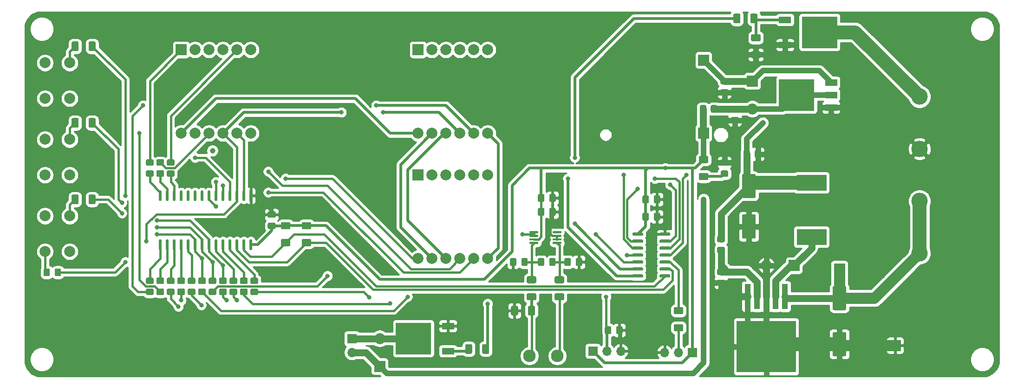
<source format=gbr>
%TF.GenerationSoftware,KiCad,Pcbnew,(5.1.9)-1*%
%TF.CreationDate,2021-10-09T09:33:42-04:00*%
%TF.ProjectId,Control Board,436f6e74-726f-46c2-9042-6f6172642e6b,rev?*%
%TF.SameCoordinates,Original*%
%TF.FileFunction,Copper,L1,Top*%
%TF.FilePolarity,Positive*%
%FSLAX46Y46*%
G04 Gerber Fmt 4.6, Leading zero omitted, Abs format (unit mm)*
G04 Created by KiCad (PCBNEW (5.1.9)-1) date 2021-10-09 09:33:42*
%MOMM*%
%LPD*%
G01*
G04 APERTURE LIST*
%TA.AperFunction,SMDPad,CuDef*%
%ADD10R,6.400000X5.800000*%
%TD*%
%TA.AperFunction,SMDPad,CuDef*%
%ADD11R,2.200000X1.200000*%
%TD*%
%TA.AperFunction,ComponentPad*%
%ADD12C,2.000000*%
%TD*%
%TA.AperFunction,SMDPad,CuDef*%
%ADD13R,10.800000X9.400000*%
%TD*%
%TA.AperFunction,SMDPad,CuDef*%
%ADD14R,1.100000X4.600000*%
%TD*%
%TA.AperFunction,SMDPad,CuDef*%
%ADD15R,5.400000X2.900000*%
%TD*%
%TA.AperFunction,ComponentPad*%
%ADD16O,2.000000X2.000000*%
%TD*%
%TA.AperFunction,ComponentPad*%
%ADD17R,2.000000X2.000000*%
%TD*%
%TA.AperFunction,SMDPad,CuDef*%
%ADD18R,2.000000X2.000000*%
%TD*%
%TA.AperFunction,ComponentPad*%
%ADD19O,1.700000X1.700000*%
%TD*%
%TA.AperFunction,ComponentPad*%
%ADD20R,1.700000X1.700000*%
%TD*%
%TA.AperFunction,SMDPad,CuDef*%
%ADD21R,0.541585X2.002791*%
%TD*%
%TA.AperFunction,ComponentPad*%
%ADD22C,3.000000*%
%TD*%
%TA.AperFunction,ComponentPad*%
%ADD23C,2.300000*%
%TD*%
%TA.AperFunction,ViaPad*%
%ADD24C,1.000000*%
%TD*%
%TA.AperFunction,ViaPad*%
%ADD25C,0.800000*%
%TD*%
%TA.AperFunction,Conductor*%
%ADD26C,0.381000*%
%TD*%
%TA.AperFunction,Conductor*%
%ADD27C,0.508000*%
%TD*%
%TA.AperFunction,Conductor*%
%ADD28C,1.016000*%
%TD*%
%TA.AperFunction,Conductor*%
%ADD29C,2.540000*%
%TD*%
%TA.AperFunction,Conductor*%
%ADD30C,1.270000*%
%TD*%
%TA.AperFunction,Conductor*%
%ADD31C,2.032000*%
%TD*%
%TA.AperFunction,Conductor*%
%ADD32C,0.762000*%
%TD*%
%TA.AperFunction,Conductor*%
%ADD33C,0.254000*%
%TD*%
%TA.AperFunction,Conductor*%
%ADD34C,0.100000*%
%TD*%
G04 APERTURE END LIST*
D10*
%TO.P,U2,2*%
%TO.N,Net-(C4-Pad1)*%
X209990000Y-61595000D03*
D11*
%TO.P,U2,3*%
%TO.N,+5V*%
X216290000Y-59315000D03*
%TO.P,U2,2*%
%TO.N,Net-(C4-Pad1)*%
X216290000Y-61595000D03*
%TO.P,U2,1*%
%TO.N,GND*%
X216290000Y-63875000D03*
%TD*%
D12*
%TO.P,SW2,1*%
%TO.N,Net-(R29-Pad1)*%
X77470000Y-69700000D03*
%TO.P,SW2,2*%
%TO.N,Net-(D3-Pad1)*%
X72970000Y-69700000D03*
%TO.P,SW2,1*%
%TO.N,Net-(R29-Pad1)*%
X77470000Y-76200000D03*
%TO.P,SW2,2*%
%TO.N,Net-(D3-Pad1)*%
X72970000Y-76200000D03*
%TD*%
D13*
%TO.P,U5,3*%
%TO.N,GND*%
X204470000Y-107515000D03*
D14*
%TO.P,U5,5*%
X201070000Y-98365000D03*
%TO.P,U5,4*%
%TO.N,Net-(R31-Pad1)*%
X202770000Y-98365000D03*
%TO.P,U5,3*%
%TO.N,GND*%
X204470000Y-98365000D03*
%TO.P,U5,2*%
%TO.N,Net-(D6-Pad1)*%
X206170000Y-98365000D03*
%TO.P,U5,1*%
%TO.N,VCC*%
X207870000Y-98365000D03*
%TD*%
%TO.P,R32,2*%
%TO.N,Net-(R31-Pad1)*%
%TA.AperFunction,SMDPad,CuDef*%
G36*
G01*
X195764999Y-89300000D02*
X196665001Y-89300000D01*
G75*
G02*
X196915000Y-89549999I0J-249999D01*
G01*
X196915000Y-90250001D01*
G75*
G02*
X196665001Y-90500000I-249999J0D01*
G01*
X195764999Y-90500000D01*
G75*
G02*
X195515000Y-90250001I0J249999D01*
G01*
X195515000Y-89549999D01*
G75*
G02*
X195764999Y-89300000I249999J0D01*
G01*
G37*
%TD.AperFunction*%
%TO.P,R32,1*%
%TO.N,+5V*%
%TA.AperFunction,SMDPad,CuDef*%
G36*
G01*
X195764999Y-87300000D02*
X196665001Y-87300000D01*
G75*
G02*
X196915000Y-87549999I0J-249999D01*
G01*
X196915000Y-88250001D01*
G75*
G02*
X196665001Y-88500000I-249999J0D01*
G01*
X195764999Y-88500000D01*
G75*
G02*
X195515000Y-88250001I0J249999D01*
G01*
X195515000Y-87549999D01*
G75*
G02*
X195764999Y-87300000I249999J0D01*
G01*
G37*
%TD.AperFunction*%
%TD*%
%TO.P,R31,2*%
%TO.N,GND*%
%TA.AperFunction,SMDPad,CuDef*%
G36*
G01*
X195764999Y-95285000D02*
X196665001Y-95285000D01*
G75*
G02*
X196915000Y-95534999I0J-249999D01*
G01*
X196915000Y-96235001D01*
G75*
G02*
X196665001Y-96485000I-249999J0D01*
G01*
X195764999Y-96485000D01*
G75*
G02*
X195515000Y-96235001I0J249999D01*
G01*
X195515000Y-95534999D01*
G75*
G02*
X195764999Y-95285000I249999J0D01*
G01*
G37*
%TD.AperFunction*%
%TO.P,R31,1*%
%TO.N,Net-(R31-Pad1)*%
%TA.AperFunction,SMDPad,CuDef*%
G36*
G01*
X195764999Y-93285000D02*
X196665001Y-93285000D01*
G75*
G02*
X196915000Y-93534999I0J-249999D01*
G01*
X196915000Y-94235001D01*
G75*
G02*
X196665001Y-94485000I-249999J0D01*
G01*
X195764999Y-94485000D01*
G75*
G02*
X195515000Y-94235001I0J249999D01*
G01*
X195515000Y-93534999D01*
G75*
G02*
X195764999Y-93285000I249999J0D01*
G01*
G37*
%TD.AperFunction*%
%TD*%
D15*
%TO.P,L1,2*%
%TO.N,+5V*%
X212725000Y-77600000D03*
%TO.P,L1,1*%
%TO.N,Net-(D6-Pad1)*%
X212725000Y-87500000D03*
%TD*%
D16*
%TO.P,D6,2*%
%TO.N,GND*%
X204470000Y-92710000D03*
D17*
%TO.P,D6,1*%
%TO.N,Net-(D6-Pad1)*%
X209550000Y-92710000D03*
%TD*%
%TO.P,C15,2*%
%TO.N,GND*%
%TA.AperFunction,SMDPad,CuDef*%
G36*
G01*
X202380000Y-72865000D02*
X202380000Y-71915000D01*
G75*
G02*
X202630000Y-71665000I250000J0D01*
G01*
X203305000Y-71665000D01*
G75*
G02*
X203555000Y-71915000I0J-250000D01*
G01*
X203555000Y-72865000D01*
G75*
G02*
X203305000Y-73115000I-250000J0D01*
G01*
X202630000Y-73115000D01*
G75*
G02*
X202380000Y-72865000I0J250000D01*
G01*
G37*
%TD.AperFunction*%
%TO.P,C15,1*%
%TO.N,+5V*%
%TA.AperFunction,SMDPad,CuDef*%
G36*
G01*
X200305000Y-72865000D02*
X200305000Y-71915000D01*
G75*
G02*
X200555000Y-71665000I250000J0D01*
G01*
X201230000Y-71665000D01*
G75*
G02*
X201480000Y-71915000I0J-250000D01*
G01*
X201480000Y-72865000D01*
G75*
G02*
X201230000Y-73115000I-250000J0D01*
G01*
X200555000Y-73115000D01*
G75*
G02*
X200305000Y-72865000I0J250000D01*
G01*
G37*
%TD.AperFunction*%
%TD*%
%TO.P,C14,2*%
%TO.N,GND*%
%TA.AperFunction,SMDPad,CuDef*%
G36*
G01*
X200295000Y-83415000D02*
X202295000Y-83415000D01*
G75*
G02*
X202545000Y-83665000I0J-250000D01*
G01*
X202545000Y-87565000D01*
G75*
G02*
X202295000Y-87815000I-250000J0D01*
G01*
X200295000Y-87815000D01*
G75*
G02*
X200045000Y-87565000I0J250000D01*
G01*
X200045000Y-83665000D01*
G75*
G02*
X200295000Y-83415000I250000J0D01*
G01*
G37*
%TD.AperFunction*%
%TO.P,C14,1*%
%TO.N,+5V*%
%TA.AperFunction,SMDPad,CuDef*%
G36*
G01*
X200295000Y-76015000D02*
X202295000Y-76015000D01*
G75*
G02*
X202545000Y-76265000I0J-250000D01*
G01*
X202545000Y-80165000D01*
G75*
G02*
X202295000Y-80415000I-250000J0D01*
G01*
X200295000Y-80415000D01*
G75*
G02*
X200045000Y-80165000I0J250000D01*
G01*
X200045000Y-76265000D01*
G75*
G02*
X200295000Y-76015000I250000J0D01*
G01*
G37*
%TD.AperFunction*%
%TD*%
%TO.P,C13,2*%
%TO.N,GND*%
%TA.AperFunction,SMDPad,CuDef*%
G36*
G01*
X216805000Y-104870000D02*
X218805000Y-104870000D01*
G75*
G02*
X219055000Y-105120000I0J-250000D01*
G01*
X219055000Y-109020000D01*
G75*
G02*
X218805000Y-109270000I-250000J0D01*
G01*
X216805000Y-109270000D01*
G75*
G02*
X216555000Y-109020000I0J250000D01*
G01*
X216555000Y-105120000D01*
G75*
G02*
X216805000Y-104870000I250000J0D01*
G01*
G37*
%TD.AperFunction*%
%TO.P,C13,1*%
%TO.N,VCC*%
%TA.AperFunction,SMDPad,CuDef*%
G36*
G01*
X216805000Y-96470000D02*
X218805000Y-96470000D01*
G75*
G02*
X219055000Y-96720000I0J-250000D01*
G01*
X219055000Y-100620000D01*
G75*
G02*
X218805000Y-100870000I-250000J0D01*
G01*
X216805000Y-100870000D01*
G75*
G02*
X216555000Y-100620000I0J250000D01*
G01*
X216555000Y-96720000D01*
G75*
G02*
X216805000Y-96470000I250000J0D01*
G01*
G37*
%TD.AperFunction*%
%TD*%
D16*
%TO.P,D5,2*%
%TO.N,Net-(D5-Pad2)*%
X133985000Y-106045000D03*
D17*
%TO.P,D5,1*%
%TO.N,+5V*%
X133985000Y-111125000D03*
%TD*%
%TO.P,R34,2*%
%TO.N,GND*%
%TA.AperFunction,SMDPad,CuDef*%
G36*
G01*
X201940000Y-53605000D02*
X203190000Y-53605000D01*
G75*
G02*
X203440000Y-53855000I0J-250000D01*
G01*
X203440000Y-54655000D01*
G75*
G02*
X203190000Y-54905000I-250000J0D01*
G01*
X201940000Y-54905000D01*
G75*
G02*
X201690000Y-54655000I0J250000D01*
G01*
X201690000Y-53855000D01*
G75*
G02*
X201940000Y-53605000I250000J0D01*
G01*
G37*
%TD.AperFunction*%
%TO.P,R34,1*%
%TO.N,Net-(Q1-Pad1)*%
%TA.AperFunction,SMDPad,CuDef*%
G36*
G01*
X201940000Y-50505000D02*
X203190000Y-50505000D01*
G75*
G02*
X203440000Y-50755000I0J-250000D01*
G01*
X203440000Y-51555000D01*
G75*
G02*
X203190000Y-51805000I-250000J0D01*
G01*
X201940000Y-51805000D01*
G75*
G02*
X201690000Y-51555000I0J250000D01*
G01*
X201690000Y-50755000D01*
G75*
G02*
X201940000Y-50505000I250000J0D01*
G01*
G37*
%TD.AperFunction*%
%TD*%
D18*
%TO.P,TP4,1*%
%TO.N,GND*%
X227965000Y-107315000D03*
%TD*%
%TO.P,TP3,1*%
%TO.N,+3V3*%
X193040000Y-68580000D03*
%TD*%
%TO.P,TP2,1*%
%TO.N,+5V*%
X193040000Y-55245000D03*
%TD*%
%TO.P,TP1,1*%
%TO.N,VCC*%
X217805000Y-93345000D03*
%TD*%
%TO.P,R33,2*%
%TO.N,/FanPWM*%
%TA.AperFunction,SMDPad,CuDef*%
G36*
G01*
X152665000Y-108575000D02*
X152665000Y-107325000D01*
G75*
G02*
X152915000Y-107075000I250000J0D01*
G01*
X153715000Y-107075000D01*
G75*
G02*
X153965000Y-107325000I0J-250000D01*
G01*
X153965000Y-108575000D01*
G75*
G02*
X153715000Y-108825000I-250000J0D01*
G01*
X152915000Y-108825000D01*
G75*
G02*
X152665000Y-108575000I0J250000D01*
G01*
G37*
%TD.AperFunction*%
%TO.P,R33,1*%
%TO.N,Net-(Q2-Pad1)*%
%TA.AperFunction,SMDPad,CuDef*%
G36*
G01*
X149565000Y-108575000D02*
X149565000Y-107325000D01*
G75*
G02*
X149815000Y-107075000I250000J0D01*
G01*
X150615000Y-107075000D01*
G75*
G02*
X150865000Y-107325000I0J-250000D01*
G01*
X150865000Y-108575000D01*
G75*
G02*
X150615000Y-108825000I-250000J0D01*
G01*
X149815000Y-108825000D01*
G75*
G02*
X149565000Y-108575000I0J250000D01*
G01*
G37*
%TD.AperFunction*%
%TD*%
D10*
%TO.P,Q2,2*%
%TO.N,Net-(D5-Pad2)*%
X140140000Y-106045000D03*
D11*
%TO.P,Q2,3*%
%TO.N,GND*%
X146440000Y-103765000D03*
%TO.P,Q2,1*%
%TO.N,Net-(Q2-Pad1)*%
X146440000Y-108325000D03*
%TD*%
D19*
%TO.P,J6,2*%
%TO.N,+5V*%
X128905000Y-108585000D03*
D20*
%TO.P,J6,1*%
%TO.N,Net-(D5-Pad2)*%
X128905000Y-106045000D03*
%TD*%
%TO.P,U1,14*%
%TO.N,GND*%
%TA.AperFunction,SMDPad,CuDef*%
G36*
G01*
X185015000Y-87145000D02*
X185015000Y-86845000D01*
G75*
G02*
X185165000Y-86695000I150000J0D01*
G01*
X186815000Y-86695000D01*
G75*
G02*
X186965000Y-86845000I0J-150000D01*
G01*
X186965000Y-87145000D01*
G75*
G02*
X186815000Y-87295000I-150000J0D01*
G01*
X185165000Y-87295000D01*
G75*
G02*
X185015000Y-87145000I0J150000D01*
G01*
G37*
%TD.AperFunction*%
%TO.P,U1,13*%
%TO.N,/SCK*%
%TA.AperFunction,SMDPad,CuDef*%
G36*
G01*
X185015000Y-88415000D02*
X185015000Y-88115000D01*
G75*
G02*
X185165000Y-87965000I150000J0D01*
G01*
X186815000Y-87965000D01*
G75*
G02*
X186965000Y-88115000I0J-150000D01*
G01*
X186965000Y-88415000D01*
G75*
G02*
X186815000Y-88565000I-150000J0D01*
G01*
X185165000Y-88565000D01*
G75*
G02*
X185015000Y-88415000I0J150000D01*
G01*
G37*
%TD.AperFunction*%
%TO.P,U1,12*%
%TO.N,/MISO*%
%TA.AperFunction,SMDPad,CuDef*%
G36*
G01*
X185015000Y-89685000D02*
X185015000Y-89385000D01*
G75*
G02*
X185165000Y-89235000I150000J0D01*
G01*
X186815000Y-89235000D01*
G75*
G02*
X186965000Y-89385000I0J-150000D01*
G01*
X186965000Y-89685000D01*
G75*
G02*
X186815000Y-89835000I-150000J0D01*
G01*
X185165000Y-89835000D01*
G75*
G02*
X185015000Y-89685000I0J150000D01*
G01*
G37*
%TD.AperFunction*%
%TO.P,U1,11*%
%TO.N,/MOSI*%
%TA.AperFunction,SMDPad,CuDef*%
G36*
G01*
X185015000Y-90955000D02*
X185015000Y-90655000D01*
G75*
G02*
X185165000Y-90505000I150000J0D01*
G01*
X186815000Y-90505000D01*
G75*
G02*
X186965000Y-90655000I0J-150000D01*
G01*
X186965000Y-90955000D01*
G75*
G02*
X186815000Y-91105000I-150000J0D01*
G01*
X185165000Y-91105000D01*
G75*
G02*
X185015000Y-90955000I0J150000D01*
G01*
G37*
%TD.AperFunction*%
%TO.P,U1,10*%
%TO.N,/RESET*%
%TA.AperFunction,SMDPad,CuDef*%
G36*
G01*
X185015000Y-92225000D02*
X185015000Y-91925000D01*
G75*
G02*
X185165000Y-91775000I150000J0D01*
G01*
X186815000Y-91775000D01*
G75*
G02*
X186965000Y-91925000I0J-150000D01*
G01*
X186965000Y-92225000D01*
G75*
G02*
X186815000Y-92375000I-150000J0D01*
G01*
X185165000Y-92375000D01*
G75*
G02*
X185015000Y-92225000I0J150000D01*
G01*
G37*
%TD.AperFunction*%
%TO.P,U1,9*%
%TO.N,/SCL*%
%TA.AperFunction,SMDPad,CuDef*%
G36*
G01*
X185015000Y-93495000D02*
X185015000Y-93195000D01*
G75*
G02*
X185165000Y-93045000I150000J0D01*
G01*
X186815000Y-93045000D01*
G75*
G02*
X186965000Y-93195000I0J-150000D01*
G01*
X186965000Y-93495000D01*
G75*
G02*
X186815000Y-93645000I-150000J0D01*
G01*
X185165000Y-93645000D01*
G75*
G02*
X185015000Y-93495000I0J150000D01*
G01*
G37*
%TD.AperFunction*%
%TO.P,U1,8*%
%TO.N,/SDA*%
%TA.AperFunction,SMDPad,CuDef*%
G36*
G01*
X185015000Y-94765000D02*
X185015000Y-94465000D01*
G75*
G02*
X185165000Y-94315000I150000J0D01*
G01*
X186815000Y-94315000D01*
G75*
G02*
X186965000Y-94465000I0J-150000D01*
G01*
X186965000Y-94765000D01*
G75*
G02*
X186815000Y-94915000I-150000J0D01*
G01*
X185165000Y-94915000D01*
G75*
G02*
X185015000Y-94765000I0J150000D01*
G01*
G37*
%TD.AperFunction*%
%TO.P,U1,7*%
%TO.N,/Gate*%
%TA.AperFunction,SMDPad,CuDef*%
G36*
G01*
X180065000Y-94765000D02*
X180065000Y-94465000D01*
G75*
G02*
X180215000Y-94315000I150000J0D01*
G01*
X181865000Y-94315000D01*
G75*
G02*
X182015000Y-94465000I0J-150000D01*
G01*
X182015000Y-94765000D01*
G75*
G02*
X181865000Y-94915000I-150000J0D01*
G01*
X180215000Y-94915000D01*
G75*
G02*
X180065000Y-94765000I0J150000D01*
G01*
G37*
%TD.AperFunction*%
%TO.P,U1,6*%
%TO.N,/FanPWM*%
%TA.AperFunction,SMDPad,CuDef*%
G36*
G01*
X180065000Y-93495000D02*
X180065000Y-93195000D01*
G75*
G02*
X180215000Y-93045000I150000J0D01*
G01*
X181865000Y-93045000D01*
G75*
G02*
X182015000Y-93195000I0J-150000D01*
G01*
X182015000Y-93495000D01*
G75*
G02*
X181865000Y-93645000I-150000J0D01*
G01*
X180215000Y-93645000D01*
G75*
G02*
X180065000Y-93495000I0J150000D01*
G01*
G37*
%TD.AperFunction*%
%TO.P,U1,5*%
%TO.N,/TOUT*%
%TA.AperFunction,SMDPad,CuDef*%
G36*
G01*
X180065000Y-92225000D02*
X180065000Y-91925000D01*
G75*
G02*
X180215000Y-91775000I150000J0D01*
G01*
X181865000Y-91775000D01*
G75*
G02*
X182015000Y-91925000I0J-150000D01*
G01*
X182015000Y-92225000D01*
G75*
G02*
X181865000Y-92375000I-150000J0D01*
G01*
X180215000Y-92375000D01*
G75*
G02*
X180065000Y-92225000I0J150000D01*
G01*
G37*
%TD.AperFunction*%
%TO.P,U1,4*%
%TO.N,/TempCtrl*%
%TA.AperFunction,SMDPad,CuDef*%
G36*
G01*
X180065000Y-90955000D02*
X180065000Y-90655000D01*
G75*
G02*
X180215000Y-90505000I150000J0D01*
G01*
X181865000Y-90505000D01*
G75*
G02*
X182015000Y-90655000I0J-150000D01*
G01*
X182015000Y-90955000D01*
G75*
G02*
X181865000Y-91105000I-150000J0D01*
G01*
X180215000Y-91105000D01*
G75*
G02*
X180065000Y-90955000I0J150000D01*
G01*
G37*
%TD.AperFunction*%
%TO.P,U1,3*%
%TO.N,/SDDet*%
%TA.AperFunction,SMDPad,CuDef*%
G36*
G01*
X180065000Y-89685000D02*
X180065000Y-89385000D01*
G75*
G02*
X180215000Y-89235000I150000J0D01*
G01*
X181865000Y-89235000D01*
G75*
G02*
X182015000Y-89385000I0J-150000D01*
G01*
X182015000Y-89685000D01*
G75*
G02*
X181865000Y-89835000I-150000J0D01*
G01*
X180215000Y-89835000D01*
G75*
G02*
X180065000Y-89685000I0J150000D01*
G01*
G37*
%TD.AperFunction*%
%TO.P,U1,2*%
%TO.N,/SS*%
%TA.AperFunction,SMDPad,CuDef*%
G36*
G01*
X180065000Y-88415000D02*
X180065000Y-88115000D01*
G75*
G02*
X180215000Y-87965000I150000J0D01*
G01*
X181865000Y-87965000D01*
G75*
G02*
X182015000Y-88115000I0J-150000D01*
G01*
X182015000Y-88415000D01*
G75*
G02*
X181865000Y-88565000I-150000J0D01*
G01*
X180215000Y-88565000D01*
G75*
G02*
X180065000Y-88415000I0J150000D01*
G01*
G37*
%TD.AperFunction*%
%TO.P,U1,1*%
%TO.N,+3V3*%
%TA.AperFunction,SMDPad,CuDef*%
G36*
G01*
X180065000Y-87145000D02*
X180065000Y-86845000D01*
G75*
G02*
X180215000Y-86695000I150000J0D01*
G01*
X181865000Y-86695000D01*
G75*
G02*
X182015000Y-86845000I0J-150000D01*
G01*
X182015000Y-87145000D01*
G75*
G02*
X181865000Y-87295000I-150000J0D01*
G01*
X180215000Y-87295000D01*
G75*
G02*
X180065000Y-87145000I0J150000D01*
G01*
G37*
%TD.AperFunction*%
%TD*%
D12*
%TO.P,DS3,12*%
%TO.N,/COM3*%
X97790000Y-68580000D03*
%TO.P,DS3,11*%
%TO.N,/A2*%
X100330000Y-68580000D03*
%TO.P,DS3,10*%
%TO.N,/F2*%
X102870000Y-68580000D03*
%TO.P,DS3,9*%
%TO.N,/COM2*%
X105410000Y-68580000D03*
%TO.P,DS3,8*%
%TO.N,/COM1*%
X107950000Y-68580000D03*
%TO.P,DS3,7*%
%TO.N,/B2*%
X110490000Y-68580000D03*
%TO.P,DS3,6*%
%TO.N,N/C*%
X110490000Y-53340000D03*
%TO.P,DS3,5*%
%TO.N,/G2*%
X107950000Y-53340000D03*
%TO.P,DS3,4*%
%TO.N,/C2*%
X105410000Y-53340000D03*
%TO.P,DS3,3*%
%TO.N,N/C*%
X102870000Y-53340000D03*
%TO.P,DS3,2*%
%TO.N,/D2*%
X100330000Y-53340000D03*
D17*
%TO.P,DS3,1*%
%TO.N,/E2*%
X97790000Y-53340000D03*
%TD*%
D10*
%TO.P,Q1,2*%
%TO.N,/H-*%
X214190000Y-50165000D03*
D11*
%TO.P,Q1,3*%
%TO.N,GND*%
X207890000Y-52445000D03*
%TO.P,Q1,1*%
%TO.N,Net-(Q1-Pad1)*%
X207890000Y-47885000D03*
%TD*%
%TO.P,D3,2*%
%TO.N,/COM2*%
%TA.AperFunction,SMDPad,CuDef*%
G36*
G01*
X74745000Y-94430001D02*
X74745000Y-93529999D01*
G75*
G02*
X74994999Y-93280000I249999J0D01*
G01*
X75645001Y-93280000D01*
G75*
G02*
X75895000Y-93529999I0J-249999D01*
G01*
X75895000Y-94430001D01*
G75*
G02*
X75645001Y-94680000I-249999J0D01*
G01*
X74994999Y-94680000D01*
G75*
G02*
X74745000Y-94430001I0J249999D01*
G01*
G37*
%TD.AperFunction*%
%TO.P,D3,1*%
%TO.N,Net-(D3-Pad1)*%
%TA.AperFunction,SMDPad,CuDef*%
G36*
G01*
X72695000Y-94430001D02*
X72695000Y-93529999D01*
G75*
G02*
X72944999Y-93280000I249999J0D01*
G01*
X73595001Y-93280000D01*
G75*
G02*
X73845000Y-93529999I0J-249999D01*
G01*
X73845000Y-94430001D01*
G75*
G02*
X73595001Y-94680000I-249999J0D01*
G01*
X72944999Y-94680000D01*
G75*
G02*
X72695000Y-94430001I0J249999D01*
G01*
G37*
%TD.AperFunction*%
%TD*%
%TO.P,R22,2*%
%TO.N,/K11*%
%TA.AperFunction,SMDPad,CuDef*%
G36*
G01*
X95434999Y-75330000D02*
X96335001Y-75330000D01*
G75*
G02*
X96585000Y-75579999I0J-249999D01*
G01*
X96585000Y-76280001D01*
G75*
G02*
X96335001Y-76530000I-249999J0D01*
G01*
X95434999Y-76530000D01*
G75*
G02*
X95185000Y-76280001I0J249999D01*
G01*
X95185000Y-75579999D01*
G75*
G02*
X95434999Y-75330000I249999J0D01*
G01*
G37*
%TD.AperFunction*%
%TO.P,R22,1*%
%TO.N,/G2*%
%TA.AperFunction,SMDPad,CuDef*%
G36*
G01*
X95434999Y-73330000D02*
X96335001Y-73330000D01*
G75*
G02*
X96585000Y-73579999I0J-249999D01*
G01*
X96585000Y-74280001D01*
G75*
G02*
X96335001Y-74530000I-249999J0D01*
G01*
X95434999Y-74530000D01*
G75*
G02*
X95185000Y-74280001I0J249999D01*
G01*
X95185000Y-73579999D01*
G75*
G02*
X95434999Y-73330000I249999J0D01*
G01*
G37*
%TD.AperFunction*%
%TD*%
%TO.P,R21,2*%
%TO.N,/K10*%
%TA.AperFunction,SMDPad,CuDef*%
G36*
G01*
X93529999Y-75330000D02*
X94430001Y-75330000D01*
G75*
G02*
X94680000Y-75579999I0J-249999D01*
G01*
X94680000Y-76280001D01*
G75*
G02*
X94430001Y-76530000I-249999J0D01*
G01*
X93529999Y-76530000D01*
G75*
G02*
X93280000Y-76280001I0J249999D01*
G01*
X93280000Y-75579999D01*
G75*
G02*
X93529999Y-75330000I249999J0D01*
G01*
G37*
%TD.AperFunction*%
%TO.P,R21,1*%
%TO.N,/F2*%
%TA.AperFunction,SMDPad,CuDef*%
G36*
G01*
X93529999Y-73330000D02*
X94430001Y-73330000D01*
G75*
G02*
X94680000Y-73579999I0J-249999D01*
G01*
X94680000Y-74280001D01*
G75*
G02*
X94430001Y-74530000I-249999J0D01*
G01*
X93529999Y-74530000D01*
G75*
G02*
X93280000Y-74280001I0J249999D01*
G01*
X93280000Y-73579999D01*
G75*
G02*
X93529999Y-73330000I249999J0D01*
G01*
G37*
%TD.AperFunction*%
%TD*%
%TO.P,R20,2*%
%TO.N,/K9*%
%TA.AperFunction,SMDPad,CuDef*%
G36*
G01*
X91624999Y-75330000D02*
X92525001Y-75330000D01*
G75*
G02*
X92775000Y-75579999I0J-249999D01*
G01*
X92775000Y-76280001D01*
G75*
G02*
X92525001Y-76530000I-249999J0D01*
G01*
X91624999Y-76530000D01*
G75*
G02*
X91375000Y-76280001I0J249999D01*
G01*
X91375000Y-75579999D01*
G75*
G02*
X91624999Y-75330000I249999J0D01*
G01*
G37*
%TD.AperFunction*%
%TO.P,R20,1*%
%TO.N,/E2*%
%TA.AperFunction,SMDPad,CuDef*%
G36*
G01*
X91624999Y-73330000D02*
X92525001Y-73330000D01*
G75*
G02*
X92775000Y-73579999I0J-249999D01*
G01*
X92775000Y-74280001D01*
G75*
G02*
X92525001Y-74530000I-249999J0D01*
G01*
X91624999Y-74530000D01*
G75*
G02*
X91375000Y-74280001I0J249999D01*
G01*
X91375000Y-73579999D01*
G75*
G02*
X91624999Y-73330000I249999J0D01*
G01*
G37*
%TD.AperFunction*%
%TD*%
%TO.P,R19,2*%
%TO.N,/K8*%
%TA.AperFunction,SMDPad,CuDef*%
G36*
G01*
X92525001Y-96120000D02*
X91624999Y-96120000D01*
G75*
G02*
X91375000Y-95870001I0J249999D01*
G01*
X91375000Y-95169999D01*
G75*
G02*
X91624999Y-94920000I249999J0D01*
G01*
X92525001Y-94920000D01*
G75*
G02*
X92775000Y-95169999I0J-249999D01*
G01*
X92775000Y-95870001D01*
G75*
G02*
X92525001Y-96120000I-249999J0D01*
G01*
G37*
%TD.AperFunction*%
%TO.P,R19,1*%
%TO.N,/D2*%
%TA.AperFunction,SMDPad,CuDef*%
G36*
G01*
X92525001Y-98120000D02*
X91624999Y-98120000D01*
G75*
G02*
X91375000Y-97870001I0J249999D01*
G01*
X91375000Y-97169999D01*
G75*
G02*
X91624999Y-96920000I249999J0D01*
G01*
X92525001Y-96920000D01*
G75*
G02*
X92775000Y-97169999I0J-249999D01*
G01*
X92775000Y-97870001D01*
G75*
G02*
X92525001Y-98120000I-249999J0D01*
G01*
G37*
%TD.AperFunction*%
%TD*%
%TO.P,R18,2*%
%TO.N,/K7*%
%TA.AperFunction,SMDPad,CuDef*%
G36*
G01*
X94430001Y-96120000D02*
X93529999Y-96120000D01*
G75*
G02*
X93280000Y-95870001I0J249999D01*
G01*
X93280000Y-95169999D01*
G75*
G02*
X93529999Y-94920000I249999J0D01*
G01*
X94430001Y-94920000D01*
G75*
G02*
X94680000Y-95169999I0J-249999D01*
G01*
X94680000Y-95870001D01*
G75*
G02*
X94430001Y-96120000I-249999J0D01*
G01*
G37*
%TD.AperFunction*%
%TO.P,R18,1*%
%TO.N,/C2*%
%TA.AperFunction,SMDPad,CuDef*%
G36*
G01*
X94430001Y-98120000D02*
X93529999Y-98120000D01*
G75*
G02*
X93280000Y-97870001I0J249999D01*
G01*
X93280000Y-97169999D01*
G75*
G02*
X93529999Y-96920000I249999J0D01*
G01*
X94430001Y-96920000D01*
G75*
G02*
X94680000Y-97169999I0J-249999D01*
G01*
X94680000Y-97870001D01*
G75*
G02*
X94430001Y-98120000I-249999J0D01*
G01*
G37*
%TD.AperFunction*%
%TD*%
%TO.P,R17,2*%
%TO.N,/K6*%
%TA.AperFunction,SMDPad,CuDef*%
G36*
G01*
X96335001Y-96120000D02*
X95434999Y-96120000D01*
G75*
G02*
X95185000Y-95870001I0J249999D01*
G01*
X95185000Y-95169999D01*
G75*
G02*
X95434999Y-94920000I249999J0D01*
G01*
X96335001Y-94920000D01*
G75*
G02*
X96585000Y-95169999I0J-249999D01*
G01*
X96585000Y-95870001D01*
G75*
G02*
X96335001Y-96120000I-249999J0D01*
G01*
G37*
%TD.AperFunction*%
%TO.P,R17,1*%
%TO.N,/B2*%
%TA.AperFunction,SMDPad,CuDef*%
G36*
G01*
X96335001Y-98120000D02*
X95434999Y-98120000D01*
G75*
G02*
X95185000Y-97870001I0J249999D01*
G01*
X95185000Y-97169999D01*
G75*
G02*
X95434999Y-96920000I249999J0D01*
G01*
X96335001Y-96920000D01*
G75*
G02*
X96585000Y-97169999I0J-249999D01*
G01*
X96585000Y-97870001D01*
G75*
G02*
X96335001Y-98120000I-249999J0D01*
G01*
G37*
%TD.AperFunction*%
%TD*%
%TO.P,R16,2*%
%TO.N,/K5*%
%TA.AperFunction,SMDPad,CuDef*%
G36*
G01*
X98240001Y-96120000D02*
X97339999Y-96120000D01*
G75*
G02*
X97090000Y-95870001I0J249999D01*
G01*
X97090000Y-95169999D01*
G75*
G02*
X97339999Y-94920000I249999J0D01*
G01*
X98240001Y-94920000D01*
G75*
G02*
X98490000Y-95169999I0J-249999D01*
G01*
X98490000Y-95870001D01*
G75*
G02*
X98240001Y-96120000I-249999J0D01*
G01*
G37*
%TD.AperFunction*%
%TO.P,R16,1*%
%TO.N,/A2*%
%TA.AperFunction,SMDPad,CuDef*%
G36*
G01*
X98240001Y-98120000D02*
X97339999Y-98120000D01*
G75*
G02*
X97090000Y-97870001I0J249999D01*
G01*
X97090000Y-97169999D01*
G75*
G02*
X97339999Y-96920000I249999J0D01*
G01*
X98240001Y-96920000D01*
G75*
G02*
X98490000Y-97169999I0J-249999D01*
G01*
X98490000Y-97870001D01*
G75*
G02*
X98240001Y-98120000I-249999J0D01*
G01*
G37*
%TD.AperFunction*%
%TD*%
%TO.P,R15,2*%
%TO.N,/K4*%
%TA.AperFunction,SMDPad,CuDef*%
G36*
G01*
X100145001Y-96120000D02*
X99244999Y-96120000D01*
G75*
G02*
X98995000Y-95870001I0J249999D01*
G01*
X98995000Y-95169999D01*
G75*
G02*
X99244999Y-94920000I249999J0D01*
G01*
X100145001Y-94920000D01*
G75*
G02*
X100395000Y-95169999I0J-249999D01*
G01*
X100395000Y-95870001D01*
G75*
G02*
X100145001Y-96120000I-249999J0D01*
G01*
G37*
%TD.AperFunction*%
%TO.P,R15,1*%
%TO.N,/G*%
%TA.AperFunction,SMDPad,CuDef*%
G36*
G01*
X100145001Y-98120000D02*
X99244999Y-98120000D01*
G75*
G02*
X98995000Y-97870001I0J249999D01*
G01*
X98995000Y-97169999D01*
G75*
G02*
X99244999Y-96920000I249999J0D01*
G01*
X100145001Y-96920000D01*
G75*
G02*
X100395000Y-97169999I0J-249999D01*
G01*
X100395000Y-97870001D01*
G75*
G02*
X100145001Y-98120000I-249999J0D01*
G01*
G37*
%TD.AperFunction*%
%TD*%
%TO.P,R14,2*%
%TO.N,/K3*%
%TA.AperFunction,SMDPad,CuDef*%
G36*
G01*
X102050001Y-96120000D02*
X101149999Y-96120000D01*
G75*
G02*
X100900000Y-95870001I0J249999D01*
G01*
X100900000Y-95169999D01*
G75*
G02*
X101149999Y-94920000I249999J0D01*
G01*
X102050001Y-94920000D01*
G75*
G02*
X102300000Y-95169999I0J-249999D01*
G01*
X102300000Y-95870001D01*
G75*
G02*
X102050001Y-96120000I-249999J0D01*
G01*
G37*
%TD.AperFunction*%
%TO.P,R14,1*%
%TO.N,/F*%
%TA.AperFunction,SMDPad,CuDef*%
G36*
G01*
X102050001Y-98120000D02*
X101149999Y-98120000D01*
G75*
G02*
X100900000Y-97870001I0J249999D01*
G01*
X100900000Y-97169999D01*
G75*
G02*
X101149999Y-96920000I249999J0D01*
G01*
X102050001Y-96920000D01*
G75*
G02*
X102300000Y-97169999I0J-249999D01*
G01*
X102300000Y-97870001D01*
G75*
G02*
X102050001Y-98120000I-249999J0D01*
G01*
G37*
%TD.AperFunction*%
%TD*%
%TO.P,R13,2*%
%TO.N,/K2*%
%TA.AperFunction,SMDPad,CuDef*%
G36*
G01*
X103955001Y-96120000D02*
X103054999Y-96120000D01*
G75*
G02*
X102805000Y-95870001I0J249999D01*
G01*
X102805000Y-95169999D01*
G75*
G02*
X103054999Y-94920000I249999J0D01*
G01*
X103955001Y-94920000D01*
G75*
G02*
X104205000Y-95169999I0J-249999D01*
G01*
X104205000Y-95870001D01*
G75*
G02*
X103955001Y-96120000I-249999J0D01*
G01*
G37*
%TD.AperFunction*%
%TO.P,R13,1*%
%TO.N,/E*%
%TA.AperFunction,SMDPad,CuDef*%
G36*
G01*
X103955001Y-98120000D02*
X103054999Y-98120000D01*
G75*
G02*
X102805000Y-97870001I0J249999D01*
G01*
X102805000Y-97169999D01*
G75*
G02*
X103054999Y-96920000I249999J0D01*
G01*
X103955001Y-96920000D01*
G75*
G02*
X104205000Y-97169999I0J-249999D01*
G01*
X104205000Y-97870001D01*
G75*
G02*
X103955001Y-98120000I-249999J0D01*
G01*
G37*
%TD.AperFunction*%
%TD*%
%TO.P,R12,2*%
%TO.N,/K1*%
%TA.AperFunction,SMDPad,CuDef*%
G36*
G01*
X105860001Y-96120000D02*
X104959999Y-96120000D01*
G75*
G02*
X104710000Y-95870001I0J249999D01*
G01*
X104710000Y-95169999D01*
G75*
G02*
X104959999Y-94920000I249999J0D01*
G01*
X105860001Y-94920000D01*
G75*
G02*
X106110000Y-95169999I0J-249999D01*
G01*
X106110000Y-95870001D01*
G75*
G02*
X105860001Y-96120000I-249999J0D01*
G01*
G37*
%TD.AperFunction*%
%TO.P,R12,1*%
%TO.N,/D*%
%TA.AperFunction,SMDPad,CuDef*%
G36*
G01*
X105860001Y-98120000D02*
X104959999Y-98120000D01*
G75*
G02*
X104710000Y-97870001I0J249999D01*
G01*
X104710000Y-97169999D01*
G75*
G02*
X104959999Y-96920000I249999J0D01*
G01*
X105860001Y-96920000D01*
G75*
G02*
X106110000Y-97169999I0J-249999D01*
G01*
X106110000Y-97870001D01*
G75*
G02*
X105860001Y-98120000I-249999J0D01*
G01*
G37*
%TD.AperFunction*%
%TD*%
%TO.P,R11,2*%
%TO.N,/A0Add*%
%TA.AperFunction,SMDPad,CuDef*%
G36*
G01*
X107765001Y-96120000D02*
X106864999Y-96120000D01*
G75*
G02*
X106615000Y-95870001I0J249999D01*
G01*
X106615000Y-95169999D01*
G75*
G02*
X106864999Y-94920000I249999J0D01*
G01*
X107765001Y-94920000D01*
G75*
G02*
X108015000Y-95169999I0J-249999D01*
G01*
X108015000Y-95870001D01*
G75*
G02*
X107765001Y-96120000I-249999J0D01*
G01*
G37*
%TD.AperFunction*%
%TO.P,R11,1*%
%TO.N,/C*%
%TA.AperFunction,SMDPad,CuDef*%
G36*
G01*
X107765001Y-98120000D02*
X106864999Y-98120000D01*
G75*
G02*
X106615000Y-97870001I0J249999D01*
G01*
X106615000Y-97169999D01*
G75*
G02*
X106864999Y-96920000I249999J0D01*
G01*
X107765001Y-96920000D01*
G75*
G02*
X108015000Y-97169999I0J-249999D01*
G01*
X108015000Y-97870001D01*
G75*
G02*
X107765001Y-98120000I-249999J0D01*
G01*
G37*
%TD.AperFunction*%
%TD*%
%TO.P,R10,2*%
%TO.N,/A1Add*%
%TA.AperFunction,SMDPad,CuDef*%
G36*
G01*
X109670001Y-96120000D02*
X108769999Y-96120000D01*
G75*
G02*
X108520000Y-95870001I0J249999D01*
G01*
X108520000Y-95169999D01*
G75*
G02*
X108769999Y-94920000I249999J0D01*
G01*
X109670001Y-94920000D01*
G75*
G02*
X109920000Y-95169999I0J-249999D01*
G01*
X109920000Y-95870001D01*
G75*
G02*
X109670001Y-96120000I-249999J0D01*
G01*
G37*
%TD.AperFunction*%
%TO.P,R10,1*%
%TO.N,/B*%
%TA.AperFunction,SMDPad,CuDef*%
G36*
G01*
X109670001Y-98120000D02*
X108769999Y-98120000D01*
G75*
G02*
X108520000Y-97870001I0J249999D01*
G01*
X108520000Y-97169999D01*
G75*
G02*
X108769999Y-96920000I249999J0D01*
G01*
X109670001Y-96920000D01*
G75*
G02*
X109920000Y-97169999I0J-249999D01*
G01*
X109920000Y-97870001D01*
G75*
G02*
X109670001Y-98120000I-249999J0D01*
G01*
G37*
%TD.AperFunction*%
%TD*%
%TO.P,R9,2*%
%TO.N,/A2Add*%
%TA.AperFunction,SMDPad,CuDef*%
G36*
G01*
X111575001Y-96120000D02*
X110674999Y-96120000D01*
G75*
G02*
X110425000Y-95870001I0J249999D01*
G01*
X110425000Y-95169999D01*
G75*
G02*
X110674999Y-94920000I249999J0D01*
G01*
X111575001Y-94920000D01*
G75*
G02*
X111825000Y-95169999I0J-249999D01*
G01*
X111825000Y-95870001D01*
G75*
G02*
X111575001Y-96120000I-249999J0D01*
G01*
G37*
%TD.AperFunction*%
%TO.P,R9,1*%
%TO.N,/A*%
%TA.AperFunction,SMDPad,CuDef*%
G36*
G01*
X111575001Y-98120000D02*
X110674999Y-98120000D01*
G75*
G02*
X110425000Y-97870001I0J249999D01*
G01*
X110425000Y-97169999D01*
G75*
G02*
X110674999Y-96920000I249999J0D01*
G01*
X111575001Y-96920000D01*
G75*
G02*
X111825000Y-97169999I0J-249999D01*
G01*
X111825000Y-97870001D01*
G75*
G02*
X111575001Y-98120000I-249999J0D01*
G01*
G37*
%TD.AperFunction*%
%TD*%
%TO.P,U4,28*%
%TO.N,+3V3*%
%TA.AperFunction,SMDPad,CuDef*%
G36*
G01*
X110489999Y-87924098D02*
X110490001Y-87924098D01*
G75*
G02*
X110760792Y-88194889I0J-270791D01*
G01*
X110760792Y-89656097D01*
G75*
G02*
X110490001Y-89926888I-270791J0D01*
G01*
X110489999Y-89926888D01*
G75*
G02*
X110219208Y-89656097I0J270791D01*
G01*
X110219208Y-88194889D01*
G75*
G02*
X110489999Y-87924098I270791J0D01*
G01*
G37*
%TD.AperFunction*%
%TO.P,U4,27*%
%TO.N,/SDA*%
%TA.AperFunction,SMDPad,CuDef*%
G36*
G01*
X109219999Y-87924098D02*
X109220001Y-87924098D01*
G75*
G02*
X109490792Y-88194889I0J-270791D01*
G01*
X109490792Y-89656097D01*
G75*
G02*
X109220001Y-89926888I-270791J0D01*
G01*
X109219999Y-89926888D01*
G75*
G02*
X108949208Y-89656097I0J270791D01*
G01*
X108949208Y-88194889D01*
G75*
G02*
X109219999Y-87924098I270791J0D01*
G01*
G37*
%TD.AperFunction*%
%TO.P,U4,26*%
%TO.N,/SCL*%
%TA.AperFunction,SMDPad,CuDef*%
G36*
G01*
X107949999Y-87924098D02*
X107950001Y-87924098D01*
G75*
G02*
X108220792Y-88194889I0J-270791D01*
G01*
X108220792Y-89656097D01*
G75*
G02*
X107950001Y-89926888I-270791J0D01*
G01*
X107949999Y-89926888D01*
G75*
G02*
X107679208Y-89656097I0J270791D01*
G01*
X107679208Y-88194889D01*
G75*
G02*
X107949999Y-87924098I270791J0D01*
G01*
G37*
%TD.AperFunction*%
%TO.P,U4,25*%
%TO.N,/A2Add*%
%TA.AperFunction,SMDPad,CuDef*%
G36*
G01*
X106679999Y-87924098D02*
X106680001Y-87924098D01*
G75*
G02*
X106950792Y-88194889I0J-270791D01*
G01*
X106950792Y-89656097D01*
G75*
G02*
X106680001Y-89926888I-270791J0D01*
G01*
X106679999Y-89926888D01*
G75*
G02*
X106409208Y-89656097I0J270791D01*
G01*
X106409208Y-88194889D01*
G75*
G02*
X106679999Y-87924098I270791J0D01*
G01*
G37*
%TD.AperFunction*%
%TO.P,U4,24*%
%TO.N,/A1Add*%
%TA.AperFunction,SMDPad,CuDef*%
G36*
G01*
X105409999Y-87924098D02*
X105410001Y-87924098D01*
G75*
G02*
X105680792Y-88194889I0J-270791D01*
G01*
X105680792Y-89656097D01*
G75*
G02*
X105410001Y-89926888I-270791J0D01*
G01*
X105409999Y-89926888D01*
G75*
G02*
X105139208Y-89656097I0J270791D01*
G01*
X105139208Y-88194889D01*
G75*
G02*
X105409999Y-87924098I270791J0D01*
G01*
G37*
%TD.AperFunction*%
%TO.P,U4,23*%
%TO.N,/A0Add*%
%TA.AperFunction,SMDPad,CuDef*%
G36*
G01*
X104139999Y-87924098D02*
X104140001Y-87924098D01*
G75*
G02*
X104410792Y-88194889I0J-270791D01*
G01*
X104410792Y-89656097D01*
G75*
G02*
X104140001Y-89926888I-270791J0D01*
G01*
X104139999Y-89926888D01*
G75*
G02*
X103869208Y-89656097I0J270791D01*
G01*
X103869208Y-88194889D01*
G75*
G02*
X104139999Y-87924098I270791J0D01*
G01*
G37*
%TD.AperFunction*%
%TO.P,U4,22*%
%TO.N,/K1*%
%TA.AperFunction,SMDPad,CuDef*%
G36*
G01*
X102869999Y-87924098D02*
X102870001Y-87924098D01*
G75*
G02*
X103140792Y-88194889I0J-270791D01*
G01*
X103140792Y-89656097D01*
G75*
G02*
X102870001Y-89926888I-270791J0D01*
G01*
X102869999Y-89926888D01*
G75*
G02*
X102599208Y-89656097I0J270791D01*
G01*
X102599208Y-88194889D01*
G75*
G02*
X102869999Y-87924098I270791J0D01*
G01*
G37*
%TD.AperFunction*%
%TO.P,U4,21*%
%TO.N,/K2*%
%TA.AperFunction,SMDPad,CuDef*%
G36*
G01*
X101599998Y-87924098D02*
X101600000Y-87924098D01*
G75*
G02*
X101870791Y-88194889I0J-270791D01*
G01*
X101870791Y-89656097D01*
G75*
G02*
X101600000Y-89926888I-270791J0D01*
G01*
X101599998Y-89926888D01*
G75*
G02*
X101329207Y-89656097I0J270791D01*
G01*
X101329207Y-88194889D01*
G75*
G02*
X101599998Y-87924098I270791J0D01*
G01*
G37*
%TD.AperFunction*%
%TO.P,U4,20*%
%TO.N,/K3*%
%TA.AperFunction,SMDPad,CuDef*%
G36*
G01*
X100329998Y-87924098D02*
X100330000Y-87924098D01*
G75*
G02*
X100600791Y-88194889I0J-270791D01*
G01*
X100600791Y-89656097D01*
G75*
G02*
X100330000Y-89926888I-270791J0D01*
G01*
X100329998Y-89926888D01*
G75*
G02*
X100059207Y-89656097I0J270791D01*
G01*
X100059207Y-88194889D01*
G75*
G02*
X100329998Y-87924098I270791J0D01*
G01*
G37*
%TD.AperFunction*%
%TO.P,U4,19*%
%TO.N,/K4*%
%TA.AperFunction,SMDPad,CuDef*%
G36*
G01*
X99059998Y-87924098D02*
X99060000Y-87924098D01*
G75*
G02*
X99330791Y-88194889I0J-270791D01*
G01*
X99330791Y-89656097D01*
G75*
G02*
X99060000Y-89926888I-270791J0D01*
G01*
X99059998Y-89926888D01*
G75*
G02*
X98789207Y-89656097I0J270791D01*
G01*
X98789207Y-88194889D01*
G75*
G02*
X99059998Y-87924098I270791J0D01*
G01*
G37*
%TD.AperFunction*%
%TO.P,U4,18*%
%TO.N,/K5*%
%TA.AperFunction,SMDPad,CuDef*%
G36*
G01*
X97789998Y-87924098D02*
X97790000Y-87924098D01*
G75*
G02*
X98060791Y-88194889I0J-270791D01*
G01*
X98060791Y-89656097D01*
G75*
G02*
X97790000Y-89926888I-270791J0D01*
G01*
X97789998Y-89926888D01*
G75*
G02*
X97519207Y-89656097I0J270791D01*
G01*
X97519207Y-88194889D01*
G75*
G02*
X97789998Y-87924098I270791J0D01*
G01*
G37*
%TD.AperFunction*%
%TO.P,U4,17*%
%TO.N,/K6*%
%TA.AperFunction,SMDPad,CuDef*%
G36*
G01*
X96519998Y-87924098D02*
X96520000Y-87924098D01*
G75*
G02*
X96790791Y-88194889I0J-270791D01*
G01*
X96790791Y-89656097D01*
G75*
G02*
X96520000Y-89926888I-270791J0D01*
G01*
X96519998Y-89926888D01*
G75*
G02*
X96249207Y-89656097I0J270791D01*
G01*
X96249207Y-88194889D01*
G75*
G02*
X96519998Y-87924098I270791J0D01*
G01*
G37*
%TD.AperFunction*%
%TO.P,U4,16*%
%TO.N,/K7*%
%TA.AperFunction,SMDPad,CuDef*%
G36*
G01*
X95249998Y-87924098D02*
X95250000Y-87924098D01*
G75*
G02*
X95520791Y-88194889I0J-270791D01*
G01*
X95520791Y-89656097D01*
G75*
G02*
X95250000Y-89926888I-270791J0D01*
G01*
X95249998Y-89926888D01*
G75*
G02*
X94979207Y-89656097I0J270791D01*
G01*
X94979207Y-88194889D01*
G75*
G02*
X95249998Y-87924098I270791J0D01*
G01*
G37*
%TD.AperFunction*%
%TO.P,U4,15*%
%TO.N,/K8*%
%TA.AperFunction,SMDPad,CuDef*%
G36*
G01*
X93979999Y-87924098D02*
X93980001Y-87924098D01*
G75*
G02*
X94250792Y-88194889I0J-270791D01*
G01*
X94250792Y-89656097D01*
G75*
G02*
X93980001Y-89926888I-270791J0D01*
G01*
X93979999Y-89926888D01*
G75*
G02*
X93709208Y-89656097I0J270791D01*
G01*
X93709208Y-88194889D01*
G75*
G02*
X93979999Y-87924098I270791J0D01*
G01*
G37*
%TD.AperFunction*%
%TO.P,U4,14*%
%TO.N,/K9*%
%TA.AperFunction,SMDPad,CuDef*%
G36*
G01*
X93979999Y-78983113D02*
X93980001Y-78983113D01*
G75*
G02*
X94250792Y-79253904I0J-270791D01*
G01*
X94250792Y-80715112D01*
G75*
G02*
X93980001Y-80985903I-270791J0D01*
G01*
X93979999Y-80985903D01*
G75*
G02*
X93709208Y-80715112I0J270791D01*
G01*
X93709208Y-79253904D01*
G75*
G02*
X93979999Y-78983113I270791J0D01*
G01*
G37*
%TD.AperFunction*%
%TO.P,U4,13*%
%TO.N,/K10*%
%TA.AperFunction,SMDPad,CuDef*%
G36*
G01*
X95249998Y-78983113D02*
X95250000Y-78983113D01*
G75*
G02*
X95520791Y-79253904I0J-270791D01*
G01*
X95520791Y-80715112D01*
G75*
G02*
X95250000Y-80985903I-270791J0D01*
G01*
X95249998Y-80985903D01*
G75*
G02*
X94979207Y-80715112I0J270791D01*
G01*
X94979207Y-79253904D01*
G75*
G02*
X95249998Y-78983113I270791J0D01*
G01*
G37*
%TD.AperFunction*%
%TO.P,U4,12*%
%TO.N,/K11*%
%TA.AperFunction,SMDPad,CuDef*%
G36*
G01*
X96519998Y-78983113D02*
X96520000Y-78983113D01*
G75*
G02*
X96790791Y-79253904I0J-270791D01*
G01*
X96790791Y-80715112D01*
G75*
G02*
X96520000Y-80985903I-270791J0D01*
G01*
X96519998Y-80985903D01*
G75*
G02*
X96249207Y-80715112I0J270791D01*
G01*
X96249207Y-79253904D01*
G75*
G02*
X96519998Y-78983113I270791J0D01*
G01*
G37*
%TD.AperFunction*%
%TO.P,U4,11*%
%TO.N,N/C*%
%TA.AperFunction,SMDPad,CuDef*%
G36*
G01*
X97789998Y-78983113D02*
X97790000Y-78983113D01*
G75*
G02*
X98060791Y-79253904I0J-270791D01*
G01*
X98060791Y-80715112D01*
G75*
G02*
X97790000Y-80985903I-270791J0D01*
G01*
X97789998Y-80985903D01*
G75*
G02*
X97519207Y-80715112I0J270791D01*
G01*
X97519207Y-79253904D01*
G75*
G02*
X97789998Y-78983113I270791J0D01*
G01*
G37*
%TD.AperFunction*%
%TO.P,U4,10*%
%TA.AperFunction,SMDPad,CuDef*%
G36*
G01*
X99059998Y-78983113D02*
X99060000Y-78983113D01*
G75*
G02*
X99330791Y-79253904I0J-270791D01*
G01*
X99330791Y-80715112D01*
G75*
G02*
X99060000Y-80985903I-270791J0D01*
G01*
X99059998Y-80985903D01*
G75*
G02*
X98789207Y-80715112I0J270791D01*
G01*
X98789207Y-79253904D01*
G75*
G02*
X99059998Y-78983113I270791J0D01*
G01*
G37*
%TD.AperFunction*%
%TO.P,U4,9*%
%TA.AperFunction,SMDPad,CuDef*%
G36*
G01*
X100329998Y-78983113D02*
X100330000Y-78983113D01*
G75*
G02*
X100600791Y-79253904I0J-270791D01*
G01*
X100600791Y-80715112D01*
G75*
G02*
X100330000Y-80985903I-270791J0D01*
G01*
X100329998Y-80985903D01*
G75*
G02*
X100059207Y-80715112I0J270791D01*
G01*
X100059207Y-79253904D01*
G75*
G02*
X100329998Y-78983113I270791J0D01*
G01*
G37*
%TD.AperFunction*%
%TO.P,U4,8*%
%TA.AperFunction,SMDPad,CuDef*%
G36*
G01*
X101599998Y-78983113D02*
X101600000Y-78983113D01*
G75*
G02*
X101870791Y-79253904I0J-270791D01*
G01*
X101870791Y-80715112D01*
G75*
G02*
X101600000Y-80985903I-270791J0D01*
G01*
X101599998Y-80985903D01*
G75*
G02*
X101329207Y-80715112I0J270791D01*
G01*
X101329207Y-79253904D01*
G75*
G02*
X101599998Y-78983113I270791J0D01*
G01*
G37*
%TD.AperFunction*%
%TO.P,U4,7*%
%TO.N,/COM6*%
%TA.AperFunction,SMDPad,CuDef*%
G36*
G01*
X102869999Y-78983113D02*
X102870001Y-78983113D01*
G75*
G02*
X103140792Y-79253904I0J-270791D01*
G01*
X103140792Y-80715112D01*
G75*
G02*
X102870001Y-80985903I-270791J0D01*
G01*
X102869999Y-80985903D01*
G75*
G02*
X102599208Y-80715112I0J270791D01*
G01*
X102599208Y-79253904D01*
G75*
G02*
X102869999Y-78983113I270791J0D01*
G01*
G37*
%TD.AperFunction*%
%TO.P,U4,6*%
%TO.N,/COM5*%
%TA.AperFunction,SMDPad,CuDef*%
G36*
G01*
X104139999Y-78983113D02*
X104140001Y-78983113D01*
G75*
G02*
X104410792Y-79253904I0J-270791D01*
G01*
X104410792Y-80715112D01*
G75*
G02*
X104140001Y-80985903I-270791J0D01*
G01*
X104139999Y-80985903D01*
G75*
G02*
X103869208Y-80715112I0J270791D01*
G01*
X103869208Y-79253904D01*
G75*
G02*
X104139999Y-78983113I270791J0D01*
G01*
G37*
%TD.AperFunction*%
%TO.P,U4,5*%
%TO.N,/COM4*%
%TA.AperFunction,SMDPad,CuDef*%
G36*
G01*
X105409999Y-78983113D02*
X105410001Y-78983113D01*
G75*
G02*
X105680792Y-79253904I0J-270791D01*
G01*
X105680792Y-80715112D01*
G75*
G02*
X105410001Y-80985903I-270791J0D01*
G01*
X105409999Y-80985903D01*
G75*
G02*
X105139208Y-80715112I0J270791D01*
G01*
X105139208Y-79253904D01*
G75*
G02*
X105409999Y-78983113I270791J0D01*
G01*
G37*
%TD.AperFunction*%
%TO.P,U4,4*%
%TO.N,/COM3*%
%TA.AperFunction,SMDPad,CuDef*%
G36*
G01*
X106679999Y-78983113D02*
X106680001Y-78983113D01*
G75*
G02*
X106950792Y-79253904I0J-270791D01*
G01*
X106950792Y-80715112D01*
G75*
G02*
X106680001Y-80985903I-270791J0D01*
G01*
X106679999Y-80985903D01*
G75*
G02*
X106409208Y-80715112I0J270791D01*
G01*
X106409208Y-79253904D01*
G75*
G02*
X106679999Y-78983113I270791J0D01*
G01*
G37*
%TD.AperFunction*%
%TO.P,U4,3*%
%TO.N,/COM2*%
%TA.AperFunction,SMDPad,CuDef*%
G36*
G01*
X107949999Y-78983113D02*
X107950001Y-78983113D01*
G75*
G02*
X108220792Y-79253904I0J-270791D01*
G01*
X108220792Y-80715112D01*
G75*
G02*
X107950001Y-80985903I-270791J0D01*
G01*
X107949999Y-80985903D01*
G75*
G02*
X107679208Y-80715112I0J270791D01*
G01*
X107679208Y-79253904D01*
G75*
G02*
X107949999Y-78983113I270791J0D01*
G01*
G37*
%TD.AperFunction*%
%TO.P,U4,2*%
%TO.N,/COM1*%
%TA.AperFunction,SMDPad,CuDef*%
G36*
G01*
X109219999Y-78983113D02*
X109220001Y-78983113D01*
G75*
G02*
X109490792Y-79253904I0J-270791D01*
G01*
X109490792Y-80715112D01*
G75*
G02*
X109220001Y-80985903I-270791J0D01*
G01*
X109219999Y-80985903D01*
G75*
G02*
X108949208Y-80715112I0J270791D01*
G01*
X108949208Y-79253904D01*
G75*
G02*
X109219999Y-78983113I270791J0D01*
G01*
G37*
%TD.AperFunction*%
D21*
%TO.P,U4,1*%
%TO.N,GND*%
X110490000Y-79984508D03*
%TD*%
%TO.P,U3,8*%
%TO.N,Net-(C10-Pad1)*%
%TA.AperFunction,SMDPad,CuDef*%
G36*
G01*
X162911000Y-88505000D02*
X162911000Y-88705000D01*
G75*
G02*
X162811000Y-88805000I-100000J0D01*
G01*
X161386000Y-88805000D01*
G75*
G02*
X161286000Y-88705000I0J100000D01*
G01*
X161286000Y-88505000D01*
G75*
G02*
X161386000Y-88405000I100000J0D01*
G01*
X162811000Y-88405000D01*
G75*
G02*
X162911000Y-88505000I0J-100000D01*
G01*
G37*
%TD.AperFunction*%
%TO.P,U3,7*%
%TO.N,+3V3*%
%TA.AperFunction,SMDPad,CuDef*%
G36*
G01*
X162911000Y-87855000D02*
X162911000Y-88055000D01*
G75*
G02*
X162811000Y-88155000I-100000J0D01*
G01*
X161386000Y-88155000D01*
G75*
G02*
X161286000Y-88055000I0J100000D01*
G01*
X161286000Y-87855000D01*
G75*
G02*
X161386000Y-87755000I100000J0D01*
G01*
X162811000Y-87755000D01*
G75*
G02*
X162911000Y-87855000I0J-100000D01*
G01*
G37*
%TD.AperFunction*%
%TO.P,U3,6*%
%TO.N,/TOUT*%
%TA.AperFunction,SMDPad,CuDef*%
G36*
G01*
X162911000Y-87205000D02*
X162911000Y-87405000D01*
G75*
G02*
X162811000Y-87505000I-100000J0D01*
G01*
X161386000Y-87505000D01*
G75*
G02*
X161286000Y-87405000I0J100000D01*
G01*
X161286000Y-87205000D01*
G75*
G02*
X161386000Y-87105000I100000J0D01*
G01*
X162811000Y-87105000D01*
G75*
G02*
X162911000Y-87205000I0J-100000D01*
G01*
G37*
%TD.AperFunction*%
%TO.P,U3,5*%
%TA.AperFunction,SMDPad,CuDef*%
G36*
G01*
X162911000Y-86555000D02*
X162911000Y-86755000D01*
G75*
G02*
X162811000Y-86855000I-100000J0D01*
G01*
X161386000Y-86855000D01*
G75*
G02*
X161286000Y-86755000I0J100000D01*
G01*
X161286000Y-86555000D01*
G75*
G02*
X161386000Y-86455000I100000J0D01*
G01*
X162811000Y-86455000D01*
G75*
G02*
X162911000Y-86555000I0J-100000D01*
G01*
G37*
%TD.AperFunction*%
%TO.P,U3,4*%
%TO.N,N/C*%
%TA.AperFunction,SMDPad,CuDef*%
G36*
G01*
X167136000Y-86555000D02*
X167136000Y-86755000D01*
G75*
G02*
X167036000Y-86855000I-100000J0D01*
G01*
X165611000Y-86855000D01*
G75*
G02*
X165511000Y-86755000I0J100000D01*
G01*
X165511000Y-86555000D01*
G75*
G02*
X165611000Y-86455000I100000J0D01*
G01*
X167036000Y-86455000D01*
G75*
G02*
X167136000Y-86555000I0J-100000D01*
G01*
G37*
%TD.AperFunction*%
%TO.P,U3,3*%
%TO.N,GND*%
%TA.AperFunction,SMDPad,CuDef*%
G36*
G01*
X167136000Y-87205000D02*
X167136000Y-87405000D01*
G75*
G02*
X167036000Y-87505000I-100000J0D01*
G01*
X165611000Y-87505000D01*
G75*
G02*
X165511000Y-87405000I0J100000D01*
G01*
X165511000Y-87205000D01*
G75*
G02*
X165611000Y-87105000I100000J0D01*
G01*
X167036000Y-87105000D01*
G75*
G02*
X167136000Y-87205000I0J-100000D01*
G01*
G37*
%TD.AperFunction*%
%TO.P,U3,2*%
%TA.AperFunction,SMDPad,CuDef*%
G36*
G01*
X167136000Y-87855000D02*
X167136000Y-88055000D01*
G75*
G02*
X167036000Y-88155000I-100000J0D01*
G01*
X165611000Y-88155000D01*
G75*
G02*
X165511000Y-88055000I0J100000D01*
G01*
X165511000Y-87855000D01*
G75*
G02*
X165611000Y-87755000I100000J0D01*
G01*
X167036000Y-87755000D01*
G75*
G02*
X167136000Y-87855000I0J-100000D01*
G01*
G37*
%TD.AperFunction*%
%TO.P,U3,1*%
%TO.N,Net-(C8-Pad2)*%
%TA.AperFunction,SMDPad,CuDef*%
G36*
G01*
X167136000Y-88505000D02*
X167136000Y-88705000D01*
G75*
G02*
X167036000Y-88805000I-100000J0D01*
G01*
X165611000Y-88805000D01*
G75*
G02*
X165511000Y-88705000I0J100000D01*
G01*
X165511000Y-88505000D01*
G75*
G02*
X165611000Y-88405000I100000J0D01*
G01*
X167036000Y-88405000D01*
G75*
G02*
X167136000Y-88505000I0J-100000D01*
G01*
G37*
%TD.AperFunction*%
%TD*%
D12*
%TO.P,SW3,1*%
%TO.N,Net-(R30-Pad1)*%
X77470000Y-83670000D03*
%TO.P,SW3,2*%
%TO.N,Net-(D3-Pad1)*%
X72970000Y-83670000D03*
%TO.P,SW3,1*%
%TO.N,Net-(R30-Pad1)*%
X77470000Y-90170000D03*
%TO.P,SW3,2*%
%TO.N,Net-(D3-Pad1)*%
X72970000Y-90170000D03*
%TD*%
%TO.P,SW1,1*%
%TO.N,Net-(R28-Pad1)*%
X77470000Y-55730000D03*
%TO.P,SW1,2*%
%TO.N,Net-(D3-Pad1)*%
X72970000Y-55730000D03*
%TO.P,SW1,1*%
%TO.N,Net-(R28-Pad1)*%
X77470000Y-62230000D03*
%TO.P,SW1,2*%
%TO.N,Net-(D3-Pad1)*%
X72970000Y-62230000D03*
%TD*%
D19*
%TO.P,RV1,3*%
%TO.N,GND*%
X177927000Y-108331000D03*
%TO.P,RV1,2*%
%TO.N,/TempCtrl*%
X175387000Y-108331000D03*
D20*
%TO.P,RV1,1*%
%TO.N,+3V3*%
X172847000Y-108331000D03*
%TD*%
%TO.P,R30,2*%
%TO.N,/K3*%
%TA.AperFunction,SMDPad,CuDef*%
G36*
G01*
X80910000Y-81270001D02*
X80910000Y-80019999D01*
G75*
G02*
X81159999Y-79770000I249999J0D01*
G01*
X81960001Y-79770000D01*
G75*
G02*
X82210000Y-80019999I0J-249999D01*
G01*
X82210000Y-81270001D01*
G75*
G02*
X81960001Y-81520000I-249999J0D01*
G01*
X81159999Y-81520000D01*
G75*
G02*
X80910000Y-81270001I0J249999D01*
G01*
G37*
%TD.AperFunction*%
%TO.P,R30,1*%
%TO.N,Net-(R30-Pad1)*%
%TA.AperFunction,SMDPad,CuDef*%
G36*
G01*
X77810000Y-81270001D02*
X77810000Y-80019999D01*
G75*
G02*
X78059999Y-79770000I249999J0D01*
G01*
X78860001Y-79770000D01*
G75*
G02*
X79110000Y-80019999I0J-249999D01*
G01*
X79110000Y-81270001D01*
G75*
G02*
X78860001Y-81520000I-249999J0D01*
G01*
X78059999Y-81520000D01*
G75*
G02*
X77810000Y-81270001I0J249999D01*
G01*
G37*
%TD.AperFunction*%
%TD*%
%TO.P,R29,2*%
%TO.N,/K2*%
%TA.AperFunction,SMDPad,CuDef*%
G36*
G01*
X80910000Y-67300001D02*
X80910000Y-66049999D01*
G75*
G02*
X81159999Y-65800000I249999J0D01*
G01*
X81960001Y-65800000D01*
G75*
G02*
X82210000Y-66049999I0J-249999D01*
G01*
X82210000Y-67300001D01*
G75*
G02*
X81960001Y-67550000I-249999J0D01*
G01*
X81159999Y-67550000D01*
G75*
G02*
X80910000Y-67300001I0J249999D01*
G01*
G37*
%TD.AperFunction*%
%TO.P,R29,1*%
%TO.N,Net-(R29-Pad1)*%
%TA.AperFunction,SMDPad,CuDef*%
G36*
G01*
X77810000Y-67300001D02*
X77810000Y-66049999D01*
G75*
G02*
X78059999Y-65800000I249999J0D01*
G01*
X78860001Y-65800000D01*
G75*
G02*
X79110000Y-66049999I0J-249999D01*
G01*
X79110000Y-67300001D01*
G75*
G02*
X78860001Y-67550000I-249999J0D01*
G01*
X78059999Y-67550000D01*
G75*
G02*
X77810000Y-67300001I0J249999D01*
G01*
G37*
%TD.AperFunction*%
%TD*%
%TO.P,R28,2*%
%TO.N,/K1*%
%TA.AperFunction,SMDPad,CuDef*%
G36*
G01*
X80910000Y-53330001D02*
X80910000Y-52079999D01*
G75*
G02*
X81159999Y-51830000I249999J0D01*
G01*
X81960001Y-51830000D01*
G75*
G02*
X82210000Y-52079999I0J-249999D01*
G01*
X82210000Y-53330001D01*
G75*
G02*
X81960001Y-53580000I-249999J0D01*
G01*
X81159999Y-53580000D01*
G75*
G02*
X80910000Y-53330001I0J249999D01*
G01*
G37*
%TD.AperFunction*%
%TO.P,R28,1*%
%TO.N,Net-(R28-Pad1)*%
%TA.AperFunction,SMDPad,CuDef*%
G36*
G01*
X77810000Y-53330001D02*
X77810000Y-52079999D01*
G75*
G02*
X78059999Y-51830000I249999J0D01*
G01*
X78860001Y-51830000D01*
G75*
G02*
X79110000Y-52079999I0J-249999D01*
G01*
X79110000Y-53330001D01*
G75*
G02*
X78860001Y-53580000I-249999J0D01*
G01*
X78059999Y-53580000D01*
G75*
G02*
X77810000Y-53330001I0J249999D01*
G01*
G37*
%TD.AperFunction*%
%TD*%
%TO.P,R8,2*%
%TO.N,/SCL*%
%TA.AperFunction,SMDPad,CuDef*%
G36*
G01*
X120024999Y-87895000D02*
X121275001Y-87895000D01*
G75*
G02*
X121525000Y-88144999I0J-249999D01*
G01*
X121525000Y-88945001D01*
G75*
G02*
X121275001Y-89195000I-249999J0D01*
G01*
X120024999Y-89195000D01*
G75*
G02*
X119775000Y-88945001I0J249999D01*
G01*
X119775000Y-88144999D01*
G75*
G02*
X120024999Y-87895000I249999J0D01*
G01*
G37*
%TD.AperFunction*%
%TO.P,R8,1*%
%TO.N,+3V3*%
%TA.AperFunction,SMDPad,CuDef*%
G36*
G01*
X120024999Y-84795000D02*
X121275001Y-84795000D01*
G75*
G02*
X121525000Y-85044999I0J-249999D01*
G01*
X121525000Y-85845001D01*
G75*
G02*
X121275001Y-86095000I-249999J0D01*
G01*
X120024999Y-86095000D01*
G75*
G02*
X119775000Y-85845001I0J249999D01*
G01*
X119775000Y-85044999D01*
G75*
G02*
X120024999Y-84795000I249999J0D01*
G01*
G37*
%TD.AperFunction*%
%TD*%
%TO.P,R7,2*%
%TO.N,/SDA*%
%TA.AperFunction,SMDPad,CuDef*%
G36*
G01*
X116214999Y-87895000D02*
X117465001Y-87895000D01*
G75*
G02*
X117715000Y-88144999I0J-249999D01*
G01*
X117715000Y-88945001D01*
G75*
G02*
X117465001Y-89195000I-249999J0D01*
G01*
X116214999Y-89195000D01*
G75*
G02*
X115965000Y-88945001I0J249999D01*
G01*
X115965000Y-88144999D01*
G75*
G02*
X116214999Y-87895000I249999J0D01*
G01*
G37*
%TD.AperFunction*%
%TO.P,R7,1*%
%TO.N,+3V3*%
%TA.AperFunction,SMDPad,CuDef*%
G36*
G01*
X116214999Y-84795000D02*
X117465001Y-84795000D01*
G75*
G02*
X117715000Y-85044999I0J-249999D01*
G01*
X117715000Y-85845001D01*
G75*
G02*
X117465001Y-86095000I-249999J0D01*
G01*
X116214999Y-86095000D01*
G75*
G02*
X115965000Y-85845001I0J249999D01*
G01*
X115965000Y-85044999D01*
G75*
G02*
X116214999Y-84795000I249999J0D01*
G01*
G37*
%TD.AperFunction*%
%TD*%
%TO.P,R6,2*%
%TO.N,+3V3*%
%TA.AperFunction,SMDPad,CuDef*%
G36*
G01*
X193665001Y-74030000D02*
X192414999Y-74030000D01*
G75*
G02*
X192165000Y-73780001I0J249999D01*
G01*
X192165000Y-72979999D01*
G75*
G02*
X192414999Y-72730000I249999J0D01*
G01*
X193665001Y-72730000D01*
G75*
G02*
X193915000Y-72979999I0J-249999D01*
G01*
X193915000Y-73780001D01*
G75*
G02*
X193665001Y-74030000I-249999J0D01*
G01*
G37*
%TD.AperFunction*%
%TO.P,R6,1*%
%TO.N,Net-(D1-Pad2)*%
%TA.AperFunction,SMDPad,CuDef*%
G36*
G01*
X193665001Y-77130000D02*
X192414999Y-77130000D01*
G75*
G02*
X192165000Y-76880001I0J249999D01*
G01*
X192165000Y-76079999D01*
G75*
G02*
X192414999Y-75830000I249999J0D01*
G01*
X193665001Y-75830000D01*
G75*
G02*
X193915000Y-76079999I0J-249999D01*
G01*
X193915000Y-76880001D01*
G75*
G02*
X193665001Y-77130000I-249999J0D01*
G01*
G37*
%TD.AperFunction*%
%TD*%
%TO.P,R5,2*%
%TO.N,Net-(J7-Pad2)*%
%TA.AperFunction,SMDPad,CuDef*%
G36*
G01*
X187842999Y-103415000D02*
X189093001Y-103415000D01*
G75*
G02*
X189343000Y-103664999I0J-249999D01*
G01*
X189343000Y-104465001D01*
G75*
G02*
X189093001Y-104715000I-249999J0D01*
G01*
X187842999Y-104715000D01*
G75*
G02*
X187593000Y-104465001I0J249999D01*
G01*
X187593000Y-103664999D01*
G75*
G02*
X187842999Y-103415000I249999J0D01*
G01*
G37*
%TD.AperFunction*%
%TO.P,R5,1*%
%TO.N,/RESET*%
%TA.AperFunction,SMDPad,CuDef*%
G36*
G01*
X187842999Y-100315000D02*
X189093001Y-100315000D01*
G75*
G02*
X189343000Y-100564999I0J-249999D01*
G01*
X189343000Y-101365001D01*
G75*
G02*
X189093001Y-101615000I-249999J0D01*
G01*
X187842999Y-101615000D01*
G75*
G02*
X187593000Y-101365001I0J249999D01*
G01*
X187593000Y-100564999D01*
G75*
G02*
X187842999Y-100315000I249999J0D01*
G01*
G37*
%TD.AperFunction*%
%TD*%
%TO.P,R4,2*%
%TO.N,Net-(J3-Pad1)*%
%TA.AperFunction,SMDPad,CuDef*%
G36*
G01*
X161045999Y-97775000D02*
X162296001Y-97775000D01*
G75*
G02*
X162546000Y-98024999I0J-249999D01*
G01*
X162546000Y-98825001D01*
G75*
G02*
X162296001Y-99075000I-249999J0D01*
G01*
X161045999Y-99075000D01*
G75*
G02*
X160796000Y-98825001I0J249999D01*
G01*
X160796000Y-98024999D01*
G75*
G02*
X161045999Y-97775000I249999J0D01*
G01*
G37*
%TD.AperFunction*%
%TO.P,R4,1*%
%TO.N,Net-(C10-Pad1)*%
%TA.AperFunction,SMDPad,CuDef*%
G36*
G01*
X161045999Y-94675000D02*
X162296001Y-94675000D01*
G75*
G02*
X162546000Y-94924999I0J-249999D01*
G01*
X162546000Y-95725001D01*
G75*
G02*
X162296001Y-95975000I-249999J0D01*
G01*
X161045999Y-95975000D01*
G75*
G02*
X160796000Y-95725001I0J249999D01*
G01*
X160796000Y-94924999D01*
G75*
G02*
X161045999Y-94675000I249999J0D01*
G01*
G37*
%TD.AperFunction*%
%TD*%
%TO.P,R3,2*%
%TO.N,Net-(J3-Pad2)*%
%TA.AperFunction,SMDPad,CuDef*%
G36*
G01*
X166125999Y-97775000D02*
X167376001Y-97775000D01*
G75*
G02*
X167626000Y-98024999I0J-249999D01*
G01*
X167626000Y-98825001D01*
G75*
G02*
X167376001Y-99075000I-249999J0D01*
G01*
X166125999Y-99075000D01*
G75*
G02*
X165876000Y-98825001I0J249999D01*
G01*
X165876000Y-98024999D01*
G75*
G02*
X166125999Y-97775000I249999J0D01*
G01*
G37*
%TD.AperFunction*%
%TO.P,R3,1*%
%TO.N,Net-(C8-Pad2)*%
%TA.AperFunction,SMDPad,CuDef*%
G36*
G01*
X166125999Y-94675000D02*
X167376001Y-94675000D01*
G75*
G02*
X167626000Y-94924999I0J-249999D01*
G01*
X167626000Y-95725001D01*
G75*
G02*
X167376001Y-95975000I-249999J0D01*
G01*
X166125999Y-95975000D01*
G75*
G02*
X165876000Y-95725001I0J249999D01*
G01*
X165876000Y-94924999D01*
G75*
G02*
X166125999Y-94675000I249999J0D01*
G01*
G37*
%TD.AperFunction*%
%TD*%
%TO.P,R2,2*%
%TO.N,GND*%
%TA.AperFunction,SMDPad,CuDef*%
G36*
G01*
X159221000Y-100339999D02*
X159221000Y-101590001D01*
G75*
G02*
X158971001Y-101840000I-249999J0D01*
G01*
X158170999Y-101840000D01*
G75*
G02*
X157921000Y-101590001I0J249999D01*
G01*
X157921000Y-100339999D01*
G75*
G02*
X158170999Y-100090000I249999J0D01*
G01*
X158971001Y-100090000D01*
G75*
G02*
X159221000Y-100339999I0J-249999D01*
G01*
G37*
%TD.AperFunction*%
%TO.P,R2,1*%
%TO.N,Net-(J3-Pad1)*%
%TA.AperFunction,SMDPad,CuDef*%
G36*
G01*
X162321000Y-100339999D02*
X162321000Y-101590001D01*
G75*
G02*
X162071001Y-101840000I-249999J0D01*
G01*
X161270999Y-101840000D01*
G75*
G02*
X161021000Y-101590001I0J249999D01*
G01*
X161021000Y-100339999D01*
G75*
G02*
X161270999Y-100090000I249999J0D01*
G01*
X162071001Y-100090000D01*
G75*
G02*
X162321000Y-100339999I0J-249999D01*
G01*
G37*
%TD.AperFunction*%
%TD*%
%TO.P,R1,2*%
%TO.N,/Gate*%
%TA.AperFunction,SMDPad,CuDef*%
G36*
G01*
X199760000Y-46999999D02*
X199760000Y-48250001D01*
G75*
G02*
X199510001Y-48500000I-249999J0D01*
G01*
X198709999Y-48500000D01*
G75*
G02*
X198460000Y-48250001I0J249999D01*
G01*
X198460000Y-46999999D01*
G75*
G02*
X198709999Y-46750000I249999J0D01*
G01*
X199510001Y-46750000D01*
G75*
G02*
X199760000Y-46999999I0J-249999D01*
G01*
G37*
%TD.AperFunction*%
%TO.P,R1,1*%
%TO.N,Net-(Q1-Pad1)*%
%TA.AperFunction,SMDPad,CuDef*%
G36*
G01*
X202860000Y-46999999D02*
X202860000Y-48250001D01*
G75*
G02*
X202610001Y-48500000I-249999J0D01*
G01*
X201809999Y-48500000D01*
G75*
G02*
X201560000Y-48250001I0J249999D01*
G01*
X201560000Y-46999999D01*
G75*
G02*
X201809999Y-46750000I249999J0D01*
G01*
X202610001Y-46750000D01*
G75*
G02*
X202860000Y-46999999I0J-249999D01*
G01*
G37*
%TD.AperFunction*%
%TD*%
D19*
%TO.P,J7,3*%
%TO.N,GND*%
X185928000Y-108585000D03*
%TO.P,J7,2*%
%TO.N,Net-(J7-Pad2)*%
X188468000Y-108585000D03*
D20*
%TO.P,J7,1*%
%TO.N,+3V3*%
X191008000Y-108585000D03*
%TD*%
D22*
%TO.P,J5,4*%
%TO.N,VCC*%
X232410000Y-90495000D03*
%TO.P,J5,3*%
X232410000Y-80965000D03*
%TO.P,J5,2*%
%TO.N,GND*%
X232410000Y-71435000D03*
%TO.P,J5,1*%
%TO.N,/H-*%
X232410000Y-61905000D03*
%TD*%
D23*
%TO.P,J3,2*%
%TO.N,Net-(J3-Pad2)*%
X166370000Y-109220000D03*
%TO.P,J3,1*%
%TO.N,Net-(J3-Pad1)*%
X161290000Y-109220000D03*
%TD*%
%TO.P,FB1,2*%
%TO.N,Net-(C4-Pad1)*%
%TA.AperFunction,SMDPad,CuDef*%
G36*
G01*
X194345000Y-64585001D02*
X194345000Y-63684999D01*
G75*
G02*
X194594999Y-63435000I249999J0D01*
G01*
X195295001Y-63435000D01*
G75*
G02*
X195545000Y-63684999I0J-249999D01*
G01*
X195545000Y-64585001D01*
G75*
G02*
X195295001Y-64835000I-249999J0D01*
G01*
X194594999Y-64835000D01*
G75*
G02*
X194345000Y-64585001I0J249999D01*
G01*
G37*
%TD.AperFunction*%
%TO.P,FB1,1*%
%TO.N,+3V3*%
%TA.AperFunction,SMDPad,CuDef*%
G36*
G01*
X192345000Y-64585001D02*
X192345000Y-63684999D01*
G75*
G02*
X192594999Y-63435000I249999J0D01*
G01*
X193295001Y-63435000D01*
G75*
G02*
X193545000Y-63684999I0J-249999D01*
G01*
X193545000Y-64585001D01*
G75*
G02*
X193295001Y-64835000I-249999J0D01*
G01*
X192594999Y-64835000D01*
G75*
G02*
X192345000Y-64585001I0J249999D01*
G01*
G37*
%TD.AperFunction*%
%TD*%
D12*
%TO.P,DS2,12*%
%TO.N,/COM4*%
X140970000Y-91440000D03*
%TO.P,DS2,11*%
%TO.N,/A*%
X143510000Y-91440000D03*
%TO.P,DS2,10*%
%TO.N,/F*%
X146050000Y-91440000D03*
%TO.P,DS2,9*%
%TO.N,/COM5*%
X148590000Y-91440000D03*
%TO.P,DS2,8*%
%TO.N,/COM6*%
X151130000Y-91440000D03*
%TO.P,DS2,7*%
%TO.N,/B*%
X153670000Y-91440000D03*
%TO.P,DS2,6*%
%TO.N,N/C*%
X153670000Y-76200000D03*
%TO.P,DS2,5*%
%TO.N,/G*%
X151130000Y-76200000D03*
%TO.P,DS2,4*%
%TO.N,/C*%
X148590000Y-76200000D03*
%TO.P,DS2,3*%
%TO.N,N/C*%
X146050000Y-76200000D03*
%TO.P,DS2,2*%
%TO.N,/D*%
X143510000Y-76200000D03*
D17*
%TO.P,DS2,1*%
%TO.N,/E*%
X140970000Y-76200000D03*
%TD*%
D12*
%TO.P,DS1,12*%
%TO.N,/COM3*%
X140970000Y-68580000D03*
%TO.P,DS1,11*%
%TO.N,/A*%
X143510000Y-68580000D03*
%TO.P,DS1,10*%
%TO.N,/F*%
X146050000Y-68580000D03*
%TO.P,DS1,9*%
%TO.N,/COM2*%
X148590000Y-68580000D03*
%TO.P,DS1,8*%
%TO.N,/COM1*%
X151130000Y-68580000D03*
%TO.P,DS1,7*%
%TO.N,/B*%
X153670000Y-68580000D03*
%TO.P,DS1,6*%
%TO.N,N/C*%
X153670000Y-53340000D03*
%TO.P,DS1,5*%
%TO.N,/G*%
X151130000Y-53340000D03*
%TO.P,DS1,4*%
%TO.N,/C*%
X148590000Y-53340000D03*
%TO.P,DS1,3*%
%TO.N,N/C*%
X146050000Y-53340000D03*
%TO.P,DS1,2*%
%TO.N,/D*%
X143510000Y-53340000D03*
D17*
%TO.P,DS1,1*%
%TO.N,/E*%
X140970000Y-53340000D03*
%TD*%
D16*
%TO.P,D4,2*%
%TO.N,Net-(C4-Pad1)*%
X201930000Y-64135000D03*
D17*
%TO.P,D4,1*%
%TO.N,+5V*%
X201930000Y-59055000D03*
%TD*%
%TO.P,D1,2*%
%TO.N,Net-(D1-Pad2)*%
%TA.AperFunction,SMDPad,CuDef*%
G36*
G01*
X196399999Y-75380000D02*
X197300001Y-75380000D01*
G75*
G02*
X197550000Y-75629999I0J-249999D01*
G01*
X197550000Y-76280001D01*
G75*
G02*
X197300001Y-76530000I-249999J0D01*
G01*
X196399999Y-76530000D01*
G75*
G02*
X196150000Y-76280001I0J249999D01*
G01*
X196150000Y-75629999D01*
G75*
G02*
X196399999Y-75380000I249999J0D01*
G01*
G37*
%TD.AperFunction*%
%TO.P,D1,1*%
%TO.N,GND*%
%TA.AperFunction,SMDPad,CuDef*%
G36*
G01*
X196399999Y-73330000D02*
X197300001Y-73330000D01*
G75*
G02*
X197550000Y-73579999I0J-249999D01*
G01*
X197550000Y-74230001D01*
G75*
G02*
X197300001Y-74480000I-249999J0D01*
G01*
X196399999Y-74480000D01*
G75*
G02*
X196150000Y-74230001I0J249999D01*
G01*
X196150000Y-73579999D01*
G75*
G02*
X196399999Y-73330000I249999J0D01*
G01*
G37*
%TD.AperFunction*%
%TD*%
%TO.P,C12,2*%
%TO.N,GND*%
%TA.AperFunction,SMDPad,CuDef*%
G36*
G01*
X177107000Y-104996000D02*
X177107000Y-104046000D01*
G75*
G02*
X177357000Y-103796000I250000J0D01*
G01*
X178032000Y-103796000D01*
G75*
G02*
X178282000Y-104046000I0J-250000D01*
G01*
X178282000Y-104996000D01*
G75*
G02*
X178032000Y-105246000I-250000J0D01*
G01*
X177357000Y-105246000D01*
G75*
G02*
X177107000Y-104996000I0J250000D01*
G01*
G37*
%TD.AperFunction*%
%TO.P,C12,1*%
%TO.N,/TempCtrl*%
%TA.AperFunction,SMDPad,CuDef*%
G36*
G01*
X175032000Y-104996000D02*
X175032000Y-104046000D01*
G75*
G02*
X175282000Y-103796000I250000J0D01*
G01*
X175957000Y-103796000D01*
G75*
G02*
X176207000Y-104046000I0J-250000D01*
G01*
X176207000Y-104996000D01*
G75*
G02*
X175957000Y-105246000I-250000J0D01*
G01*
X175282000Y-105246000D01*
G75*
G02*
X175032000Y-104996000I0J250000D01*
G01*
G37*
%TD.AperFunction*%
%TD*%
%TO.P,C11,2*%
%TO.N,GND*%
%TA.AperFunction,SMDPad,CuDef*%
G36*
G01*
X114775000Y-84005000D02*
X113825000Y-84005000D01*
G75*
G02*
X113575000Y-83755000I0J250000D01*
G01*
X113575000Y-83080000D01*
G75*
G02*
X113825000Y-82830000I250000J0D01*
G01*
X114775000Y-82830000D01*
G75*
G02*
X115025000Y-83080000I0J-250000D01*
G01*
X115025000Y-83755000D01*
G75*
G02*
X114775000Y-84005000I-250000J0D01*
G01*
G37*
%TD.AperFunction*%
%TO.P,C11,1*%
%TO.N,+3V3*%
%TA.AperFunction,SMDPad,CuDef*%
G36*
G01*
X114775000Y-86080000D02*
X113825000Y-86080000D01*
G75*
G02*
X113575000Y-85830000I0J250000D01*
G01*
X113575000Y-85155000D01*
G75*
G02*
X113825000Y-84905000I250000J0D01*
G01*
X114775000Y-84905000D01*
G75*
G02*
X115025000Y-85155000I0J-250000D01*
G01*
X115025000Y-85830000D01*
G75*
G02*
X114775000Y-86080000I-250000J0D01*
G01*
G37*
%TD.AperFunction*%
%TD*%
%TO.P,C10,2*%
%TO.N,GND*%
%TA.AperFunction,SMDPad,CuDef*%
G36*
G01*
X158913500Y-91600000D02*
X158913500Y-92550000D01*
G75*
G02*
X158663500Y-92800000I-250000J0D01*
G01*
X157988500Y-92800000D01*
G75*
G02*
X157738500Y-92550000I0J250000D01*
G01*
X157738500Y-91600000D01*
G75*
G02*
X157988500Y-91350000I250000J0D01*
G01*
X158663500Y-91350000D01*
G75*
G02*
X158913500Y-91600000I0J-250000D01*
G01*
G37*
%TD.AperFunction*%
%TO.P,C10,1*%
%TO.N,Net-(C10-Pad1)*%
%TA.AperFunction,SMDPad,CuDef*%
G36*
G01*
X160988500Y-91600000D02*
X160988500Y-92550000D01*
G75*
G02*
X160738500Y-92800000I-250000J0D01*
G01*
X160063500Y-92800000D01*
G75*
G02*
X159813500Y-92550000I0J250000D01*
G01*
X159813500Y-91600000D01*
G75*
G02*
X160063500Y-91350000I250000J0D01*
G01*
X160738500Y-91350000D01*
G75*
G02*
X160988500Y-91600000I0J-250000D01*
G01*
G37*
%TD.AperFunction*%
%TD*%
%TO.P,C9,2*%
%TO.N,Net-(C10-Pad1)*%
%TA.AperFunction,SMDPad,CuDef*%
G36*
G01*
X163993500Y-91600000D02*
X163993500Y-92550000D01*
G75*
G02*
X163743500Y-92800000I-250000J0D01*
G01*
X163068500Y-92800000D01*
G75*
G02*
X162818500Y-92550000I0J250000D01*
G01*
X162818500Y-91600000D01*
G75*
G02*
X163068500Y-91350000I250000J0D01*
G01*
X163743500Y-91350000D01*
G75*
G02*
X163993500Y-91600000I0J-250000D01*
G01*
G37*
%TD.AperFunction*%
%TO.P,C9,1*%
%TO.N,Net-(C8-Pad2)*%
%TA.AperFunction,SMDPad,CuDef*%
G36*
G01*
X166068500Y-91600000D02*
X166068500Y-92550000D01*
G75*
G02*
X165818500Y-92800000I-250000J0D01*
G01*
X165143500Y-92800000D01*
G75*
G02*
X164893500Y-92550000I0J250000D01*
G01*
X164893500Y-91600000D01*
G75*
G02*
X165143500Y-91350000I250000J0D01*
G01*
X165818500Y-91350000D01*
G75*
G02*
X166068500Y-91600000I0J-250000D01*
G01*
G37*
%TD.AperFunction*%
%TD*%
%TO.P,C8,2*%
%TO.N,Net-(C8-Pad2)*%
%TA.AperFunction,SMDPad,CuDef*%
G36*
G01*
X168841000Y-91600000D02*
X168841000Y-92550000D01*
G75*
G02*
X168591000Y-92800000I-250000J0D01*
G01*
X167916000Y-92800000D01*
G75*
G02*
X167666000Y-92550000I0J250000D01*
G01*
X167666000Y-91600000D01*
G75*
G02*
X167916000Y-91350000I250000J0D01*
G01*
X168591000Y-91350000D01*
G75*
G02*
X168841000Y-91600000I0J-250000D01*
G01*
G37*
%TD.AperFunction*%
%TO.P,C8,1*%
%TO.N,GND*%
%TA.AperFunction,SMDPad,CuDef*%
G36*
G01*
X170916000Y-91600000D02*
X170916000Y-92550000D01*
G75*
G02*
X170666000Y-92800000I-250000J0D01*
G01*
X169991000Y-92800000D01*
G75*
G02*
X169741000Y-92550000I0J250000D01*
G01*
X169741000Y-91600000D01*
G75*
G02*
X169991000Y-91350000I250000J0D01*
G01*
X170666000Y-91350000D01*
G75*
G02*
X170916000Y-91600000I0J-250000D01*
G01*
G37*
%TD.AperFunction*%
%TD*%
%TO.P,C7,2*%
%TO.N,GND*%
%TA.AperFunction,SMDPad,CuDef*%
G36*
G01*
X164915000Y-80866000D02*
X164915000Y-79916000D01*
G75*
G02*
X165165000Y-79666000I250000J0D01*
G01*
X165840000Y-79666000D01*
G75*
G02*
X166090000Y-79916000I0J-250000D01*
G01*
X166090000Y-80866000D01*
G75*
G02*
X165840000Y-81116000I-250000J0D01*
G01*
X165165000Y-81116000D01*
G75*
G02*
X164915000Y-80866000I0J250000D01*
G01*
G37*
%TD.AperFunction*%
%TO.P,C7,1*%
%TO.N,+3V3*%
%TA.AperFunction,SMDPad,CuDef*%
G36*
G01*
X162840000Y-80866000D02*
X162840000Y-79916000D01*
G75*
G02*
X163090000Y-79666000I250000J0D01*
G01*
X163765000Y-79666000D01*
G75*
G02*
X164015000Y-79916000I0J-250000D01*
G01*
X164015000Y-80866000D01*
G75*
G02*
X163765000Y-81116000I-250000J0D01*
G01*
X163090000Y-81116000D01*
G75*
G02*
X162840000Y-80866000I0J250000D01*
G01*
G37*
%TD.AperFunction*%
%TD*%
%TO.P,C6,2*%
%TO.N,GND*%
%TA.AperFunction,SMDPad,CuDef*%
G36*
G01*
X164915000Y-83406000D02*
X164915000Y-82456000D01*
G75*
G02*
X165165000Y-82206000I250000J0D01*
G01*
X165840000Y-82206000D01*
G75*
G02*
X166090000Y-82456000I0J-250000D01*
G01*
X166090000Y-83406000D01*
G75*
G02*
X165840000Y-83656000I-250000J0D01*
G01*
X165165000Y-83656000D01*
G75*
G02*
X164915000Y-83406000I0J250000D01*
G01*
G37*
%TD.AperFunction*%
%TO.P,C6,1*%
%TO.N,+3V3*%
%TA.AperFunction,SMDPad,CuDef*%
G36*
G01*
X162840000Y-83406000D02*
X162840000Y-82456000D01*
G75*
G02*
X163090000Y-82206000I250000J0D01*
G01*
X163765000Y-82206000D01*
G75*
G02*
X164015000Y-82456000I0J-250000D01*
G01*
X164015000Y-83406000D01*
G75*
G02*
X163765000Y-83656000I-250000J0D01*
G01*
X163090000Y-83656000D01*
G75*
G02*
X162840000Y-83406000I0J250000D01*
G01*
G37*
%TD.AperFunction*%
%TD*%
%TO.P,C4,2*%
%TO.N,GND*%
%TA.AperFunction,SMDPad,CuDef*%
G36*
G01*
X198280000Y-65622500D02*
X199230000Y-65622500D01*
G75*
G02*
X199480000Y-65872500I0J-250000D01*
G01*
X199480000Y-66547500D01*
G75*
G02*
X199230000Y-66797500I-250000J0D01*
G01*
X198280000Y-66797500D01*
G75*
G02*
X198030000Y-66547500I0J250000D01*
G01*
X198030000Y-65872500D01*
G75*
G02*
X198280000Y-65622500I250000J0D01*
G01*
G37*
%TD.AperFunction*%
%TO.P,C4,1*%
%TO.N,Net-(C4-Pad1)*%
%TA.AperFunction,SMDPad,CuDef*%
G36*
G01*
X198280000Y-63547500D02*
X199230000Y-63547500D01*
G75*
G02*
X199480000Y-63797500I0J-250000D01*
G01*
X199480000Y-64472500D01*
G75*
G02*
X199230000Y-64722500I-250000J0D01*
G01*
X198280000Y-64722500D01*
G75*
G02*
X198030000Y-64472500I0J250000D01*
G01*
X198030000Y-63797500D01*
G75*
G02*
X198280000Y-63547500I250000J0D01*
G01*
G37*
%TD.AperFunction*%
%TD*%
%TO.P,C3,2*%
%TO.N,GND*%
%TA.AperFunction,SMDPad,CuDef*%
G36*
G01*
X196375000Y-60542500D02*
X197325000Y-60542500D01*
G75*
G02*
X197575000Y-60792500I0J-250000D01*
G01*
X197575000Y-61467500D01*
G75*
G02*
X197325000Y-61717500I-250000J0D01*
G01*
X196375000Y-61717500D01*
G75*
G02*
X196125000Y-61467500I0J250000D01*
G01*
X196125000Y-60792500D01*
G75*
G02*
X196375000Y-60542500I250000J0D01*
G01*
G37*
%TD.AperFunction*%
%TO.P,C3,1*%
%TO.N,+5V*%
%TA.AperFunction,SMDPad,CuDef*%
G36*
G01*
X196375000Y-58467500D02*
X197325000Y-58467500D01*
G75*
G02*
X197575000Y-58717500I0J-250000D01*
G01*
X197575000Y-59392500D01*
G75*
G02*
X197325000Y-59642500I-250000J0D01*
G01*
X196375000Y-59642500D01*
G75*
G02*
X196125000Y-59392500I0J250000D01*
G01*
X196125000Y-58717500D01*
G75*
G02*
X196375000Y-58467500I250000J0D01*
G01*
G37*
%TD.AperFunction*%
%TD*%
%TO.P,C2,2*%
%TO.N,GND*%
%TA.AperFunction,SMDPad,CuDef*%
G36*
G01*
X183965000Y-81120000D02*
X183965000Y-80170000D01*
G75*
G02*
X184215000Y-79920000I250000J0D01*
G01*
X184890000Y-79920000D01*
G75*
G02*
X185140000Y-80170000I0J-250000D01*
G01*
X185140000Y-81120000D01*
G75*
G02*
X184890000Y-81370000I-250000J0D01*
G01*
X184215000Y-81370000D01*
G75*
G02*
X183965000Y-81120000I0J250000D01*
G01*
G37*
%TD.AperFunction*%
%TO.P,C2,1*%
%TO.N,+3V3*%
%TA.AperFunction,SMDPad,CuDef*%
G36*
G01*
X181890000Y-81120000D02*
X181890000Y-80170000D01*
G75*
G02*
X182140000Y-79920000I250000J0D01*
G01*
X182815000Y-79920000D01*
G75*
G02*
X183065000Y-80170000I0J-250000D01*
G01*
X183065000Y-81120000D01*
G75*
G02*
X182815000Y-81370000I-250000J0D01*
G01*
X182140000Y-81370000D01*
G75*
G02*
X181890000Y-81120000I0J250000D01*
G01*
G37*
%TD.AperFunction*%
%TD*%
%TO.P,C1,2*%
%TO.N,GND*%
%TA.AperFunction,SMDPad,CuDef*%
G36*
G01*
X183965000Y-84295000D02*
X183965000Y-83345000D01*
G75*
G02*
X184215000Y-83095000I250000J0D01*
G01*
X184890000Y-83095000D01*
G75*
G02*
X185140000Y-83345000I0J-250000D01*
G01*
X185140000Y-84295000D01*
G75*
G02*
X184890000Y-84545000I-250000J0D01*
G01*
X184215000Y-84545000D01*
G75*
G02*
X183965000Y-84295000I0J250000D01*
G01*
G37*
%TD.AperFunction*%
%TO.P,C1,1*%
%TO.N,+3V3*%
%TA.AperFunction,SMDPad,CuDef*%
G36*
G01*
X181890000Y-84295000D02*
X181890000Y-83345000D01*
G75*
G02*
X182140000Y-83095000I250000J0D01*
G01*
X182815000Y-83095000D01*
G75*
G02*
X183065000Y-83345000I0J-250000D01*
G01*
X183065000Y-84295000D01*
G75*
G02*
X182815000Y-84545000I-250000J0D01*
G01*
X182140000Y-84545000D01*
G75*
G02*
X181890000Y-84295000I0J250000D01*
G01*
G37*
%TD.AperFunction*%
%TD*%
D24*
%TO.N,*%
X103505000Y-71755000D03*
%TO.N,GND*%
X132715000Y-75565000D03*
X146050000Y-59055000D03*
X98425000Y-75565000D03*
X106680000Y-74295000D03*
X95885000Y-60960000D03*
X106045000Y-58420000D03*
X106680000Y-85090000D03*
X119380000Y-81915000D03*
X120650000Y-92710000D03*
X177927000Y-102616000D03*
X164211000Y-102870000D03*
X219075000Y-63500000D03*
X216535000Y-66040000D03*
X205105000Y-72390000D03*
X205105000Y-81280000D03*
X198755000Y-96520000D03*
X198755000Y-91440000D03*
X212725000Y-95885000D03*
X212725000Y-100965000D03*
X203835000Y-85725000D03*
X201295000Y-88900000D03*
X205105000Y-53975000D03*
X200660000Y-66675000D03*
X198755000Y-72390000D03*
X198755000Y-77470000D03*
X192405000Y-78740000D03*
X195580000Y-102235000D03*
X186055000Y-102235000D03*
X186690000Y-82550000D03*
X172085000Y-92075000D03*
X158115000Y-94615000D03*
X165735000Y-78105000D03*
X146685000Y-101600000D03*
X156210000Y-100965000D03*
X184785000Y-69215000D03*
X173355000Y-66675000D03*
X170180000Y-48260000D03*
X198120000Y-50800000D03*
X166370000Y-66675000D03*
X135890000Y-93980000D03*
D25*
%TO.N,+3V3*%
X186055000Y-74930000D03*
%TO.N,/TempCtrl*%
X179070000Y-90805000D03*
X175260000Y-98425000D03*
%TO.N,/COM1*%
X133350000Y-63500000D03*
%TO.N,/COM2*%
X127000000Y-64770000D03*
X134620000Y-64770000D03*
X91440000Y-88265000D03*
X87630000Y-92075000D03*
%TO.N,/A*%
X132080000Y-98552004D03*
%TO.N,/F*%
X139065000Y-98425000D03*
%TO.N,/COM3*%
X100330000Y-73025000D03*
%TO.N,/B*%
X135921970Y-99663024D03*
%TO.N,/G*%
X101473000Y-99949000D03*
%TO.N,/C*%
X107949992Y-99060000D03*
%TO.N,/D*%
X106044997Y-99060003D03*
%TO.N,/E*%
X124459999Y-94614999D03*
%TO.N,/COM4*%
X105410000Y-78105000D03*
X116840000Y-76835000D03*
%TO.N,/COM5*%
X113665000Y-75565000D03*
X104140000Y-77470000D03*
%TO.N,/COM6*%
X113665000Y-79375000D03*
X104140000Y-81915000D03*
%TO.N,/A2*%
X97790000Y-99060004D03*
%TO.N,/B2*%
X97282000Y-100203000D03*
%TO.N,/C2*%
X90170000Y-68580000D03*
%TO.N,/D2*%
X90805000Y-63500006D03*
%TO.N,/SDDet*%
X178435000Y-76200000D03*
%TO.N,/MISO*%
X184129110Y-76853029D03*
%TO.N,/SCK*%
X186931494Y-77949490D03*
%TO.N,/MOSI*%
X189865000Y-76200000D03*
%TO.N,/SS*%
X180974964Y-78740000D03*
%TO.N,/Gate*%
X169545000Y-73025000D03*
X168275000Y-76835000D03*
%TO.N,/K1*%
X105410000Y-92710000D03*
X87630000Y-80010000D03*
X93345000Y-84455000D03*
%TO.N,/K2*%
X103505000Y-92075000D03*
X86995000Y-81279990D03*
X93345006Y-85725000D03*
%TO.N,/K3*%
X101600000Y-91440000D03*
X86995000Y-83185000D03*
X93345000Y-86995000D03*
%TO.N,/TOUT*%
X160020000Y-86995000D03*
X173355000Y-86995000D03*
%TO.N,/FanPWM*%
X153670000Y-99695000D03*
X169545000Y-85090000D03*
D24*
%TO.N,+5V*%
X203835000Y-66675000D03*
X193040000Y-80645000D03*
%TD*%
D26*
%TO.N,GND*%
X166323500Y-87955000D02*
X166323500Y-87305000D01*
D27*
X111454508Y-79984508D02*
X110490000Y-79984508D01*
X114300000Y-82830000D02*
X111454508Y-79984508D01*
X114300000Y-83417500D02*
X114300000Y-82830000D01*
X177927000Y-104753500D02*
X177694500Y-104521000D01*
X177927000Y-108331000D02*
X177927000Y-104753500D01*
D28*
X204470000Y-107515000D02*
X204470000Y-98365000D01*
X201070000Y-104115000D02*
X204470000Y-107515000D01*
X201070000Y-98365000D02*
X201070000Y-104115000D01*
D29*
X204915000Y-107070000D02*
X204470000Y-107515000D01*
X217805000Y-107070000D02*
X204915000Y-107070000D01*
D30*
X204470000Y-98365000D02*
X204470000Y-92710000D01*
X198695000Y-98365000D02*
X196215000Y-95885000D01*
X201070000Y-98365000D02*
X198695000Y-98365000D01*
D31*
X218050000Y-107315000D02*
X217805000Y-107070000D01*
X227965000Y-107315000D02*
X218050000Y-107315000D01*
D26*
X165120490Y-83313010D02*
X165502500Y-82931000D01*
X165120490Y-86958178D02*
X165120490Y-83313010D01*
X165467312Y-87305000D02*
X165120490Y-86958178D01*
X166323500Y-87305000D02*
X165467312Y-87305000D01*
X165502500Y-82931000D02*
X165502500Y-80391000D01*
%TO.N,+3V3*%
X163505000Y-83008500D02*
X163427500Y-82931000D01*
D27*
X114300000Y-86360000D02*
X114300000Y-85492500D01*
X111734507Y-88925493D02*
X114300000Y-86360000D01*
X110490000Y-88925493D02*
X111734507Y-88925493D01*
X116840000Y-85445000D02*
X120650000Y-85445000D01*
D26*
X116792500Y-85492500D02*
X116840000Y-85445000D01*
D27*
X114300000Y-85492500D02*
X116792500Y-85492500D01*
X182477500Y-85557500D02*
X181040000Y-86995000D01*
D30*
X192945000Y-68485000D02*
X193040000Y-68580000D01*
X192945000Y-64135000D02*
X192945000Y-68485000D01*
D28*
X193040000Y-68580000D02*
X193040000Y-73380000D01*
D27*
X182477500Y-80645000D02*
X182477500Y-83820000D01*
X182477500Y-83820000D02*
X182477500Y-85557500D01*
X182477500Y-77237500D02*
X182477500Y-77067500D01*
D26*
X163427500Y-87482188D02*
X162954688Y-87955000D01*
X162954688Y-87955000D02*
X162098500Y-87955000D01*
X163427500Y-80391000D02*
X163427500Y-87482188D01*
D27*
X193040000Y-73380000D02*
X191490000Y-74930000D01*
X163427500Y-75162500D02*
X163195000Y-74930000D01*
X163427500Y-80391000D02*
X163427500Y-75162500D01*
X182477500Y-75332500D02*
X182880000Y-74930000D01*
X182880000Y-74930000D02*
X186055000Y-74930000D01*
X182477500Y-75332500D02*
X182477500Y-75162500D01*
X182477500Y-75162500D02*
X182245000Y-74930000D01*
X182245000Y-74930000D02*
X182880000Y-74930000D01*
X163195000Y-74930000D02*
X182245000Y-74930000D01*
X182477500Y-77237500D02*
X182477500Y-75332500D01*
X182477500Y-78343578D02*
X182477500Y-77237500D01*
X182477500Y-80645000D02*
X182477500Y-78343578D01*
X191008000Y-75057000D02*
X191135000Y-74930000D01*
X191008000Y-108585000D02*
X191008000Y-75057000D01*
X191135000Y-74930000D02*
X186055000Y-74930000D01*
X191490000Y-74930000D02*
X191135000Y-74930000D01*
X189103000Y-110490000D02*
X191008000Y-108585000D01*
X175006000Y-110490000D02*
X189103000Y-110490000D01*
X172847000Y-108331000D02*
X175006000Y-110490000D01*
X161290000Y-74930000D02*
X163195000Y-74930000D01*
X158115000Y-78105000D02*
X161290000Y-74930000D01*
X158115000Y-90170000D02*
X158115000Y-78105000D01*
X153035000Y-95250000D02*
X158115000Y-90170000D01*
X133985000Y-95250000D02*
X153035000Y-95250000D01*
X124180000Y-85445000D02*
X133985000Y-95250000D01*
X120650000Y-85445000D02*
X124180000Y-85445000D01*
D29*
%TO.N,VCC*%
X232410000Y-90495000D02*
X232410000Y-80965000D01*
D30*
X208175000Y-98670000D02*
X207870000Y-98365000D01*
X217805000Y-98670000D02*
X208175000Y-98670000D01*
D31*
X224235000Y-98670000D02*
X232410000Y-90495000D01*
X217805000Y-98670000D02*
X224235000Y-98670000D01*
X217805000Y-98670000D02*
X217805000Y-93345000D01*
D32*
%TO.N,Net-(C4-Pad1)*%
X201930000Y-64135000D02*
X194945000Y-64135000D01*
D30*
X202190000Y-63875000D02*
X201930000Y-64135000D01*
X201930000Y-64135000D02*
X198755000Y-64135000D01*
X198755000Y-64135000D02*
X194945000Y-64135000D01*
D28*
X207450000Y-64135000D02*
X209990000Y-61595000D01*
X201930000Y-64135000D02*
X207450000Y-64135000D01*
X216290000Y-61595000D02*
X209990000Y-61595000D01*
D26*
%TO.N,Net-(C8-Pad2)*%
X166751000Y-89032500D02*
X166323500Y-88605000D01*
X165481000Y-92075000D02*
X166751000Y-92075000D01*
X166751000Y-92075000D02*
X166751000Y-89032500D01*
X166751000Y-95325000D02*
X166751000Y-92075000D01*
X168253500Y-92075000D02*
X166751000Y-92075000D01*
%TO.N,Net-(C10-Pad1)*%
X161671000Y-89032500D02*
X162098500Y-88605000D01*
X160401000Y-92075000D02*
X161671000Y-92075000D01*
X161671000Y-92075000D02*
X161671000Y-89032500D01*
X161671000Y-95325000D02*
X161671000Y-92075000D01*
X163406000Y-92075000D02*
X161671000Y-92075000D01*
D27*
%TO.N,/TempCtrl*%
X175387000Y-104753500D02*
X175619500Y-104521000D01*
X175387000Y-108331000D02*
X175387000Y-104753500D01*
D26*
X181040000Y-90805000D02*
X179070000Y-90805000D01*
X179070000Y-90805000D02*
X179070000Y-90805000D01*
X175260000Y-104161500D02*
X175619500Y-104521000D01*
X175260000Y-98425000D02*
X175260000Y-104161500D01*
D27*
%TO.N,Net-(D1-Pad2)*%
X196325000Y-76480000D02*
X196850000Y-75955000D01*
X193040000Y-76480000D02*
X196325000Y-76480000D01*
D26*
%TO.N,/COM1*%
X109220000Y-79984508D02*
X109220000Y-78740000D01*
D27*
X151130000Y-68580000D02*
X146050000Y-63500000D01*
X146050000Y-63500000D02*
X133350000Y-63500000D01*
X133350000Y-63500000D02*
X133350000Y-63500000D01*
D26*
X109220000Y-69850000D02*
X109220000Y-79984508D01*
X107950000Y-68580000D02*
X109220000Y-69850000D01*
D27*
%TO.N,/COM2*%
X105410000Y-68580000D02*
X107950000Y-66040000D01*
X107950000Y-66040000D02*
X109220000Y-64770000D01*
X109220000Y-64770000D02*
X127000000Y-64770000D01*
X127000000Y-64770000D02*
X127000000Y-64770000D01*
X144780000Y-64770000D02*
X134620000Y-64770000D01*
X148590000Y-68580000D02*
X144780000Y-64770000D01*
D26*
X107950000Y-71120000D02*
X105410000Y-68580000D01*
X107950000Y-79984508D02*
X107950000Y-71120000D01*
X93289557Y-83340501D02*
X91440000Y-85190058D01*
X105595402Y-83340501D02*
X93289557Y-83340501D01*
X107950000Y-80985903D02*
X105595402Y-83340501D01*
X107950000Y-79984508D02*
X107950000Y-80985903D01*
X91440000Y-85190058D02*
X91440000Y-88265000D01*
X91440000Y-88265000D02*
X91440000Y-88265000D01*
X85725000Y-93980000D02*
X87630000Y-92075000D01*
X75320000Y-93980000D02*
X85725000Y-93980000D01*
%TO.N,Net-(D3-Pad1)*%
X72970000Y-93680000D02*
X73270000Y-93980000D01*
X72970000Y-90170000D02*
X72970000Y-93680000D01*
D27*
%TO.N,/A*%
X137795000Y-74295000D02*
X143510000Y-68580000D01*
X137795000Y-85725000D02*
X137795000Y-74295000D01*
X143510000Y-91440000D02*
X137795000Y-85725000D01*
D26*
X131047996Y-97520000D02*
X132080000Y-98552004D01*
X111125000Y-97520000D02*
X131047996Y-97520000D01*
D27*
%TO.N,/F*%
X139065000Y-84455000D02*
X146050000Y-91440000D01*
X139065000Y-75287798D02*
X139065000Y-84455000D01*
X145772798Y-68580000D02*
X139065000Y-75287798D01*
X146050000Y-68580000D02*
X145772798Y-68580000D01*
D26*
X105045000Y-100965000D02*
X136525000Y-100965000D01*
X101600000Y-97520000D02*
X105045000Y-100965000D01*
X136525000Y-100965000D02*
X139065000Y-98425000D01*
D27*
%TO.N,/COM3*%
X104140000Y-62230000D02*
X97790000Y-68580000D01*
X135890000Y-68580000D02*
X129540000Y-62230000D01*
X129540000Y-62230000D02*
X104140000Y-62230000D01*
X140970000Y-68580000D02*
X135890000Y-68580000D01*
D26*
X102235000Y-73025000D02*
X100330000Y-73025000D01*
X106680000Y-79984508D02*
X106680000Y-77470000D01*
X106680000Y-77470000D02*
X102235000Y-73025000D01*
D27*
%TO.N,/B*%
X155575000Y-89535000D02*
X153670000Y-91440000D01*
X155575000Y-70485000D02*
X155575000Y-89535000D01*
X153670000Y-68580000D02*
X155575000Y-70485000D01*
D26*
X135889994Y-99695000D02*
X135921970Y-99663024D01*
X110795000Y-99695000D02*
X135889994Y-99695000D01*
X109220000Y-98120000D02*
X110795000Y-99695000D01*
X109220000Y-97520000D02*
X109220000Y-98120000D01*
%TO.N,/G*%
X99695000Y-98171000D02*
X101473000Y-99949000D01*
X99695000Y-97520000D02*
X99695000Y-98171000D01*
%TO.N,/C*%
X107315000Y-97520000D02*
X107315000Y-98425008D01*
X107315000Y-98425008D02*
X107949992Y-99060000D01*
%TO.N,/D*%
X105410000Y-98425006D02*
X106044997Y-99060003D01*
X105410000Y-97520000D02*
X105410000Y-98425006D01*
%TO.N,/E*%
X103505000Y-97520000D02*
X104514490Y-96510510D01*
X104514490Y-96510510D02*
X122564488Y-96510510D01*
X122564488Y-96510510D02*
X124459999Y-94614999D01*
%TO.N,/COM4*%
X105410000Y-79984508D02*
X105410000Y-78105000D01*
X105410000Y-78105000D02*
X105410000Y-78105000D01*
X125349000Y-76835000D02*
X116840000Y-76835000D01*
X139954000Y-91440000D02*
X125349000Y-76835000D01*
X140970000Y-91440000D02*
X139954000Y-91440000D01*
%TO.N,/COM5*%
X113665000Y-75565000D02*
X113665000Y-75565000D01*
X104140000Y-79984508D02*
X104140000Y-77470000D01*
X116205000Y-78105000D02*
X113665000Y-75565000D01*
X124460000Y-78105000D02*
X116205000Y-78105000D01*
X139700000Y-93345000D02*
X124460000Y-78105000D01*
X146685000Y-93345000D02*
X139700000Y-93345000D01*
X148590000Y-91440000D02*
X146685000Y-93345000D01*
%TO.N,/COM6*%
X102870000Y-80645000D02*
X104140000Y-81915000D01*
X102870000Y-79984508D02*
X102870000Y-80645000D01*
X123698000Y-79375000D02*
X113665000Y-79375000D01*
X138303000Y-93980000D02*
X123698000Y-79375000D01*
X148590000Y-93980000D02*
X138303000Y-93980000D01*
X151130000Y-91440000D02*
X148590000Y-93980000D01*
%TO.N,/A2*%
X97790000Y-99060000D02*
X97790000Y-99060000D01*
X97790000Y-97520000D02*
X97790000Y-99060000D01*
X97790000Y-99060000D02*
X97790000Y-99060004D01*
%TO.N,/F2*%
X102870000Y-68650820D02*
X102870000Y-68580000D01*
X96600310Y-74920510D02*
X102870000Y-68650820D01*
X94970510Y-74920510D02*
X96600310Y-74920510D01*
X93980000Y-73930000D02*
X94970510Y-74920510D01*
%TO.N,/B2*%
X95885000Y-97520000D02*
X95885000Y-98806000D01*
X95885000Y-98806000D02*
X97282000Y-100203000D01*
D27*
%TO.N,/G2*%
X95994378Y-73930000D02*
X95885000Y-73930000D01*
D26*
X95885000Y-65405000D02*
X107950000Y-53340000D01*
X95885000Y-73930000D02*
X95885000Y-65405000D01*
%TO.N,/C2*%
X93980000Y-97520000D02*
X92989490Y-96529490D01*
X92989490Y-96529490D02*
X91378670Y-96529490D01*
X91378670Y-96529490D02*
X90170000Y-95320820D01*
X90170000Y-95320820D02*
X90170000Y-68580000D01*
%TO.N,/D2*%
X88900000Y-65405006D02*
X90805000Y-63500006D01*
X88900000Y-96520000D02*
X88900000Y-65405006D01*
X89900000Y-97520000D02*
X88900000Y-96520000D01*
X92075000Y-97520000D02*
X89900000Y-97520000D01*
%TO.N,/E2*%
X92075000Y-73930000D02*
X92075000Y-59055000D01*
X92075000Y-59055000D02*
X97790000Y-53340000D01*
%TO.N,Net-(J3-Pad2)*%
X166751000Y-108839000D02*
X166370000Y-109220000D01*
X166751000Y-98425000D02*
X166751000Y-108839000D01*
D27*
%TO.N,Net-(J3-Pad1)*%
X161671000Y-100965000D02*
X161671000Y-98425000D01*
D26*
X161671000Y-108839000D02*
X161290000Y-109220000D01*
X161671000Y-100965000D02*
X161671000Y-108839000D01*
%TO.N,/SDDet*%
X178435000Y-87905000D02*
X178435000Y-76200000D01*
X180065000Y-89535000D02*
X178435000Y-87905000D01*
X181040000Y-89535000D02*
X180065000Y-89535000D01*
%TO.N,/MISO*%
X188595000Y-87905000D02*
X188595000Y-77470000D01*
X186965000Y-89535000D02*
X188595000Y-87905000D01*
X187978029Y-76853029D02*
X184129110Y-76853029D01*
X188595000Y-77470000D02*
X187978029Y-76853029D01*
X185990000Y-89535000D02*
X186965000Y-89535000D01*
%TO.N,/SCK*%
X187960000Y-78977996D02*
X186931494Y-77949490D01*
X187960000Y-87270000D02*
X187960000Y-78977996D01*
X186965000Y-88265000D02*
X187960000Y-87270000D01*
X185990000Y-88265000D02*
X186965000Y-88265000D01*
%TO.N,/MOSI*%
X189230000Y-76835000D02*
X189865000Y-76200000D01*
X189230000Y-88540000D02*
X189230000Y-76835000D01*
X186965000Y-90805000D02*
X189230000Y-88540000D01*
X185990000Y-90805000D02*
X186965000Y-90805000D01*
%TO.N,/SS*%
X179070000Y-80644964D02*
X180974964Y-78740000D01*
X179070000Y-87630000D02*
X179070000Y-80644964D01*
X179705000Y-88265000D02*
X179070000Y-87630000D01*
X181040000Y-88265000D02*
X179705000Y-88265000D01*
%TO.N,Net-(J7-Pad2)*%
X188468000Y-108585000D02*
X188468000Y-104065000D01*
%TO.N,/A2Add*%
X111125000Y-94371888D02*
X111125000Y-95520000D01*
X106680000Y-89926888D02*
X111125000Y-94371888D01*
X106680000Y-88925493D02*
X106680000Y-89926888D01*
%TO.N,/A1Add*%
X105410000Y-88925493D02*
X105410000Y-90170000D01*
X109220000Y-93980000D02*
X109220000Y-95520000D01*
X105410000Y-90170000D02*
X109220000Y-93980000D01*
%TO.N,/A0Add*%
X107315000Y-93345000D02*
X107315000Y-93345000D01*
X104140000Y-88925493D02*
X104140000Y-90170000D01*
X104140000Y-90170000D02*
X107315000Y-93345000D01*
X107315000Y-93345000D02*
X107315000Y-95520000D01*
D27*
%TO.N,Net-(Q1-Pad1)*%
X202470000Y-47885000D02*
X207890000Y-47885000D01*
X202210000Y-47625000D02*
X202470000Y-47885000D01*
X202565000Y-47980000D02*
X202210000Y-47625000D01*
X202565000Y-51155000D02*
X202565000Y-47980000D01*
%TO.N,/Gate*%
X199110000Y-47625000D02*
X180340000Y-47625000D01*
X180340000Y-47625000D02*
X169545000Y-58420000D01*
X169545000Y-58420000D02*
X169545000Y-73025000D01*
X169545000Y-73025000D02*
X169545000Y-73025000D01*
X177165000Y-94615000D02*
X168275000Y-85725000D01*
X181040000Y-94615000D02*
X177165000Y-94615000D01*
X168275000Y-85725000D02*
X168275000Y-76835000D01*
D26*
%TO.N,/RESET*%
X186965000Y-92075000D02*
X185990000Y-92075000D01*
X188468000Y-93578000D02*
X186965000Y-92075000D01*
X188468000Y-100965000D02*
X188468000Y-93578000D01*
%TO.N,/SDA*%
X109220000Y-89926888D02*
X110378112Y-91085000D01*
X109220000Y-88925493D02*
X109220000Y-89926888D01*
X114300000Y-91085000D02*
X116840000Y-88545000D01*
X110378112Y-91085000D02*
X114300000Y-91085000D01*
X118390000Y-86995000D02*
X116840000Y-88545000D01*
X123825000Y-86995000D02*
X118390000Y-86995000D01*
X133349999Y-96519999D02*
X123825000Y-86995000D01*
X184085001Y-96519999D02*
X133349999Y-96519999D01*
X185990000Y-94615000D02*
X184085001Y-96519999D01*
%TO.N,/SCL*%
X107950000Y-89926888D02*
X110148622Y-92125510D01*
X107950000Y-88925493D02*
X107950000Y-89926888D01*
X117069490Y-92125510D02*
X120650000Y-88545000D01*
X110148622Y-92125510D02*
X117069490Y-92125510D01*
X187355510Y-93735510D02*
X186965000Y-93345000D01*
X187355510Y-95421689D02*
X187355510Y-93735510D01*
X185676189Y-97101010D02*
X187355510Y-95421689D01*
X132788010Y-97101010D02*
X185676189Y-97101010D01*
X186965000Y-93345000D02*
X185990000Y-93345000D01*
X124232000Y-88545000D02*
X132788010Y-97101010D01*
X120650000Y-88545000D02*
X124232000Y-88545000D01*
%TO.N,/K1*%
X102870000Y-88925493D02*
X102870000Y-90170000D01*
X105410000Y-92710000D02*
X105410000Y-95520000D01*
X102870000Y-90170000D02*
X105410000Y-92710000D01*
X105410000Y-92710000D02*
X105410000Y-92710000D01*
X87630000Y-58775000D02*
X87630000Y-80010000D01*
X81560000Y-52705000D02*
X87630000Y-58775000D01*
X99400902Y-84455000D02*
X93345000Y-84455000D01*
X102870000Y-87924098D02*
X99400902Y-84455000D01*
X102870000Y-88925493D02*
X102870000Y-87924098D01*
%TO.N,/K2*%
X101599999Y-88925493D02*
X101599999Y-90169999D01*
X103505000Y-92075000D02*
X103505000Y-95520000D01*
X101599999Y-90169999D02*
X103505000Y-92075000D01*
X103505000Y-92075000D02*
X103505000Y-92075000D01*
X86360000Y-80644990D02*
X86995000Y-81279990D01*
X86360000Y-71475000D02*
X86360000Y-80644990D01*
X81560000Y-66675000D02*
X86360000Y-71475000D01*
X101599999Y-88925493D02*
X101599999Y-87924098D01*
X99400901Y-85725000D02*
X93345006Y-85725000D01*
X101599999Y-87924098D02*
X99400901Y-85725000D01*
%TO.N,/K3*%
X100329999Y-88925493D02*
X100329999Y-90169999D01*
X101600000Y-91440000D02*
X101600000Y-91440000D01*
X100329999Y-90169999D02*
X101600000Y-91440000D01*
X101600000Y-91440000D02*
X101600000Y-95520000D01*
X81560000Y-80645000D02*
X84455000Y-80645000D01*
X84455000Y-80645000D02*
X86995000Y-83185000D01*
X99400901Y-86995000D02*
X93345000Y-86995000D01*
X100329999Y-87924098D02*
X99400901Y-86995000D01*
X100329999Y-88925493D02*
X100329999Y-87924098D01*
%TO.N,/K4*%
X99059999Y-88925493D02*
X99059999Y-90169999D01*
X99695000Y-90805000D02*
X99695000Y-95520000D01*
X99059999Y-90169999D02*
X99695000Y-90805000D01*
%TO.N,/K5*%
X97790000Y-89926889D02*
X97790000Y-95520000D01*
X97789999Y-88925493D02*
X97790000Y-89926889D01*
%TO.N,/K6*%
X96519999Y-88925493D02*
X96519999Y-92710001D01*
X95885000Y-93345000D02*
X95885000Y-95520000D01*
X96519999Y-92710001D02*
X95885000Y-93345000D01*
%TO.N,/K7*%
X95249999Y-88925493D02*
X95249999Y-92075001D01*
X93980000Y-93345000D02*
X93980000Y-95520000D01*
X95249999Y-92075001D02*
X93980000Y-93345000D01*
%TO.N,/K8*%
X93980000Y-88925493D02*
X93980000Y-91440000D01*
X92075000Y-93345000D02*
X92075000Y-95520000D01*
X93980000Y-91440000D02*
X92075000Y-93345000D01*
%TO.N,/K9*%
X92075000Y-77470000D02*
X92075000Y-75930000D01*
X93980000Y-79375000D02*
X92075000Y-77470000D01*
X93980000Y-79984508D02*
X93980000Y-79375000D01*
%TO.N,/K10*%
X95249999Y-79984508D02*
X95249999Y-78739999D01*
X93980000Y-77470000D02*
X93980000Y-75930000D01*
X95249999Y-78739999D02*
X93980000Y-77470000D01*
%TO.N,/K11*%
X96519999Y-79984508D02*
X96519999Y-78104999D01*
X95885000Y-77470000D02*
X95885000Y-75930000D01*
X96519999Y-78104999D02*
X95885000Y-77470000D01*
%TO.N,Net-(R28-Pad1)*%
X77470000Y-53695000D02*
X78460000Y-52705000D01*
X77470000Y-55730000D02*
X77470000Y-53695000D01*
%TO.N,Net-(R29-Pad1)*%
X77470000Y-67665000D02*
X78460000Y-66675000D01*
X77470000Y-69700000D02*
X77470000Y-67665000D01*
%TO.N,Net-(R30-Pad1)*%
X77470000Y-81635000D02*
X78460000Y-80645000D01*
X77470000Y-83670000D02*
X77470000Y-81635000D01*
%TO.N,/TOUT*%
X162098500Y-87305000D02*
X162098500Y-86655000D01*
X162098500Y-87305000D02*
X161788500Y-86995000D01*
X161788500Y-86995000D02*
X160020000Y-86995000D01*
X160020000Y-86995000D02*
X160020000Y-86995000D01*
X178435000Y-92075000D02*
X173355000Y-86995000D01*
X181040000Y-92075000D02*
X178435000Y-92075000D01*
D29*
%TO.N,/H-*%
X220670000Y-50165000D02*
X232410000Y-61905000D01*
X214190000Y-50165000D02*
X220670000Y-50165000D01*
D32*
%TO.N,Net-(Q2-Pad1)*%
X150105000Y-108060000D02*
X150215000Y-107950000D01*
D27*
X149840000Y-108325000D02*
X150215000Y-107950000D01*
X146440000Y-108325000D02*
X149840000Y-108325000D01*
%TO.N,/FanPWM*%
X153670000Y-107595000D02*
X153315000Y-107950000D01*
X153670000Y-99695000D02*
X153670000Y-107595000D01*
X177800000Y-93345000D02*
X169545000Y-85090000D01*
X181040000Y-93345000D02*
X177800000Y-93345000D01*
D30*
%TO.N,Net-(D5-Pad2)*%
X140140000Y-106045000D02*
X128905000Y-106045000D01*
D29*
%TO.N,+5V*%
X201910000Y-77600000D02*
X201295000Y-78215000D01*
X212725000Y-77600000D02*
X201910000Y-77600000D01*
D30*
X196215000Y-83295000D02*
X196215000Y-87900000D01*
X201295000Y-78215000D02*
X196215000Y-83295000D01*
X200892500Y-77812500D02*
X201295000Y-78215000D01*
X200892500Y-72390000D02*
X200892500Y-77812500D01*
X202190000Y-59315000D02*
X201930000Y-59055000D01*
X201930000Y-59055000D02*
X196850000Y-59055000D01*
X131445000Y-108585000D02*
X133985000Y-111125000D01*
X128905000Y-108585000D02*
X131445000Y-108585000D01*
D28*
X200892500Y-72390000D02*
X200892500Y-70887500D01*
X196850000Y-59055000D02*
X193040000Y-55245000D01*
X200892500Y-72390000D02*
X200892500Y-69617500D01*
X200892500Y-69617500D02*
X203835000Y-66675000D01*
X203835000Y-66675000D02*
X203835000Y-66675000D01*
X193040000Y-80645000D02*
X193040000Y-80645000D01*
X135255000Y-112395000D02*
X191135000Y-112395000D01*
X193040000Y-110490000D02*
X193040000Y-80645000D01*
X191135000Y-112395000D02*
X193040000Y-110490000D01*
X133985000Y-111125000D02*
X135255000Y-112395000D01*
X203835000Y-57150000D02*
X201930000Y-59055000D01*
X214125000Y-57150000D02*
X203835000Y-57150000D01*
X216290000Y-59315000D02*
X214125000Y-57150000D01*
D30*
%TO.N,Net-(D6-Pad1)*%
X212725000Y-89535000D02*
X209550000Y-92710000D01*
X212725000Y-87500000D02*
X212725000Y-89535000D01*
X208915000Y-92710000D02*
X206170000Y-95455000D01*
X206170000Y-95455000D02*
X206170000Y-98365000D01*
X209550000Y-92710000D02*
X208915000Y-92710000D01*
%TO.N,Net-(R31-Pad1)*%
X202770000Y-95711998D02*
X200943002Y-93885000D01*
X202770000Y-98365000D02*
X202770000Y-95711998D01*
X197390000Y-93885000D02*
X196215000Y-92710000D01*
X196215000Y-92710000D02*
X196215000Y-93885000D01*
X196215000Y-89900000D02*
X196215000Y-92710000D01*
X200943002Y-93885000D02*
X197390000Y-93885000D01*
X197390000Y-93885000D02*
X196215000Y-93885000D01*
%TD*%
D33*
%TO.N,GND*%
X201071595Y-46506613D02*
X200989528Y-46660149D01*
X200938992Y-46826745D01*
X200921928Y-46999999D01*
X200921928Y-48250001D01*
X200938992Y-48423255D01*
X200989528Y-48589851D01*
X201071595Y-48743387D01*
X201182038Y-48877962D01*
X201316613Y-48988405D01*
X201470149Y-49070472D01*
X201636745Y-49121008D01*
X201676001Y-49124874D01*
X201676000Y-49911519D01*
X201600150Y-49934528D01*
X201446614Y-50016595D01*
X201312038Y-50127038D01*
X201201595Y-50261614D01*
X201119528Y-50415150D01*
X201068992Y-50581746D01*
X201051928Y-50755000D01*
X201051928Y-51555000D01*
X201068992Y-51728254D01*
X201119528Y-51894850D01*
X201201595Y-52048386D01*
X201312038Y-52182962D01*
X201446614Y-52293405D01*
X201600150Y-52375472D01*
X201766746Y-52426008D01*
X201940000Y-52443072D01*
X203190000Y-52443072D01*
X203363254Y-52426008D01*
X203529850Y-52375472D01*
X203683386Y-52293405D01*
X203817962Y-52182962D01*
X203928405Y-52048386D01*
X204010472Y-51894850D01*
X204025593Y-51845000D01*
X206151928Y-51845000D01*
X206155000Y-51905250D01*
X206313750Y-52064000D01*
X207509000Y-52064000D01*
X207509000Y-51368750D01*
X208271000Y-51368750D01*
X208271000Y-52064000D01*
X209466250Y-52064000D01*
X209625000Y-51905250D01*
X209628072Y-51845000D01*
X209615812Y-51720518D01*
X209579502Y-51600820D01*
X209520537Y-51490506D01*
X209441185Y-51393815D01*
X209344494Y-51314463D01*
X209234180Y-51255498D01*
X209114482Y-51219188D01*
X208990000Y-51206928D01*
X208429750Y-51210000D01*
X208271000Y-51368750D01*
X207509000Y-51368750D01*
X207350250Y-51210000D01*
X206790000Y-51206928D01*
X206665518Y-51219188D01*
X206545820Y-51255498D01*
X206435506Y-51314463D01*
X206338815Y-51393815D01*
X206259463Y-51490506D01*
X206200498Y-51600820D01*
X206164188Y-51720518D01*
X206151928Y-51845000D01*
X204025593Y-51845000D01*
X204061008Y-51728254D01*
X204078072Y-51555000D01*
X204078072Y-50755000D01*
X204061008Y-50581746D01*
X204010472Y-50415150D01*
X203928405Y-50261614D01*
X203817962Y-50127038D01*
X203683386Y-50016595D01*
X203529850Y-49934528D01*
X203454000Y-49911519D01*
X203454000Y-48774000D01*
X206224455Y-48774000D01*
X206259463Y-48839494D01*
X206338815Y-48936185D01*
X206435506Y-49015537D01*
X206545820Y-49074502D01*
X206665518Y-49110812D01*
X206790000Y-49123072D01*
X208990000Y-49123072D01*
X209114482Y-49110812D01*
X209234180Y-49074502D01*
X209344494Y-49015537D01*
X209441185Y-48936185D01*
X209520537Y-48839494D01*
X209579502Y-48729180D01*
X209615812Y-48609482D01*
X209628072Y-48485000D01*
X209628072Y-47285000D01*
X209615812Y-47160518D01*
X209579502Y-47040820D01*
X209520537Y-46930506D01*
X209441185Y-46833815D01*
X209344494Y-46754463D01*
X209234180Y-46695498D01*
X209114482Y-46659188D01*
X208990000Y-46646928D01*
X206790000Y-46646928D01*
X206665518Y-46659188D01*
X206545820Y-46695498D01*
X206435506Y-46754463D01*
X206338815Y-46833815D01*
X206259463Y-46930506D01*
X206224455Y-46996000D01*
X203497678Y-46996000D01*
X203481008Y-46826745D01*
X203430472Y-46660149D01*
X203348405Y-46506613D01*
X203328206Y-46482000D01*
X225933000Y-46482000D01*
X225933000Y-52733924D01*
X222083220Y-48884145D01*
X222023556Y-48811444D01*
X221733482Y-48573387D01*
X221402539Y-48396494D01*
X221043445Y-48287564D01*
X220763582Y-48260000D01*
X220763580Y-48260000D01*
X220670000Y-48250783D01*
X220576420Y-48260000D01*
X218028072Y-48260000D01*
X218028072Y-47265000D01*
X218015812Y-47140518D01*
X217979502Y-47020820D01*
X217920537Y-46910506D01*
X217841185Y-46813815D01*
X217744494Y-46734463D01*
X217634180Y-46675498D01*
X217514482Y-46639188D01*
X217390000Y-46626928D01*
X210990000Y-46626928D01*
X210865518Y-46639188D01*
X210745820Y-46675498D01*
X210635506Y-46734463D01*
X210538815Y-46813815D01*
X210459463Y-46910506D01*
X210400498Y-47020820D01*
X210364188Y-47140518D01*
X210351928Y-47265000D01*
X210351928Y-53065000D01*
X210364188Y-53189482D01*
X210400498Y-53309180D01*
X210459463Y-53419494D01*
X210538815Y-53516185D01*
X210635506Y-53595537D01*
X210745820Y-53654502D01*
X210865518Y-53690812D01*
X210990000Y-53703072D01*
X217390000Y-53703072D01*
X217514482Y-53690812D01*
X217634180Y-53654502D01*
X217744494Y-53595537D01*
X217841185Y-53516185D01*
X217920537Y-53419494D01*
X217979502Y-53309180D01*
X218015812Y-53189482D01*
X218028072Y-53065000D01*
X218028072Y-52070000D01*
X219880925Y-52070000D01*
X225933000Y-58122076D01*
X225933000Y-94637134D01*
X223551134Y-97019000D01*
X219693072Y-97019000D01*
X219693072Y-96720000D01*
X219676008Y-96546746D01*
X219625472Y-96380150D01*
X219543405Y-96226614D01*
X219456000Y-96120110D01*
X219456000Y-93263896D01*
X219443072Y-93132636D01*
X219443072Y-92345000D01*
X219430812Y-92220518D01*
X219394502Y-92100820D01*
X219335537Y-91990506D01*
X219256185Y-91893815D01*
X219159494Y-91814463D01*
X219049180Y-91755498D01*
X218929482Y-91719188D01*
X218805000Y-91706928D01*
X218017364Y-91706928D01*
X217805000Y-91686012D01*
X217592637Y-91706928D01*
X216805000Y-91706928D01*
X216680518Y-91719188D01*
X216560820Y-91755498D01*
X216450506Y-91814463D01*
X216353815Y-91893815D01*
X216274463Y-91990506D01*
X216215498Y-92100820D01*
X216179188Y-92220518D01*
X216166928Y-92345000D01*
X216166928Y-93132646D01*
X216154001Y-93263896D01*
X216154000Y-96120109D01*
X216066595Y-96226614D01*
X215984528Y-96380150D01*
X215933992Y-96546746D01*
X215916928Y-96720000D01*
X215916928Y-97400000D01*
X209058072Y-97400000D01*
X209058072Y-96065000D01*
X209045812Y-95940518D01*
X209009502Y-95820820D01*
X208950537Y-95710506D01*
X208871185Y-95613815D01*
X208774494Y-95534463D01*
X208664180Y-95475498D01*
X208544482Y-95439188D01*
X208420000Y-95426928D01*
X207994122Y-95426928D01*
X209072979Y-94348072D01*
X210550000Y-94348072D01*
X210674482Y-94335812D01*
X210794180Y-94299502D01*
X210904494Y-94240537D01*
X211001185Y-94161185D01*
X211080537Y-94064494D01*
X211139502Y-93954180D01*
X211175812Y-93834482D01*
X211188072Y-93710000D01*
X211188072Y-92867978D01*
X213578914Y-90477137D01*
X213627370Y-90437370D01*
X213786075Y-90243988D01*
X213904003Y-90023359D01*
X213976623Y-89783963D01*
X213995000Y-89597380D01*
X213995000Y-89597374D01*
X213995916Y-89588072D01*
X215425000Y-89588072D01*
X215549482Y-89575812D01*
X215669180Y-89539502D01*
X215779494Y-89480537D01*
X215876185Y-89401185D01*
X215955537Y-89304494D01*
X216014502Y-89194180D01*
X216050812Y-89074482D01*
X216063072Y-88950000D01*
X216063072Y-86050000D01*
X216050812Y-85925518D01*
X216014502Y-85805820D01*
X215955537Y-85695506D01*
X215876185Y-85598815D01*
X215779494Y-85519463D01*
X215669180Y-85460498D01*
X215549482Y-85424188D01*
X215425000Y-85411928D01*
X210025000Y-85411928D01*
X209900518Y-85424188D01*
X209780820Y-85460498D01*
X209670506Y-85519463D01*
X209573815Y-85598815D01*
X209494463Y-85695506D01*
X209435498Y-85805820D01*
X209399188Y-85925518D01*
X209386928Y-86050000D01*
X209386928Y-88950000D01*
X209399188Y-89074482D01*
X209435498Y-89194180D01*
X209494463Y-89304494D01*
X209573815Y-89401185D01*
X209670506Y-89480537D01*
X209780820Y-89539502D01*
X209900518Y-89575812D01*
X210025000Y-89588072D01*
X210875877Y-89588072D01*
X209392022Y-91071928D01*
X208550000Y-91071928D01*
X208425518Y-91084188D01*
X208305820Y-91120498D01*
X208195506Y-91179463D01*
X208098815Y-91258815D01*
X208019463Y-91355506D01*
X207960498Y-91465820D01*
X207924188Y-91585518D01*
X207911928Y-91710000D01*
X207911928Y-91917021D01*
X205316091Y-94512859D01*
X205267630Y-94552630D01*
X205108925Y-94746013D01*
X204990997Y-94966642D01*
X204918377Y-95206038D01*
X204900000Y-95392621D01*
X204900000Y-95392627D01*
X204893857Y-95455000D01*
X204900000Y-95517373D01*
X204900000Y-95539750D01*
X204851000Y-95588750D01*
X204851000Y-97984000D01*
X204871000Y-97984000D01*
X204871000Y-98746000D01*
X204851000Y-98746000D01*
X204851000Y-101141250D01*
X205009750Y-101300000D01*
X205020000Y-101303072D01*
X205144482Y-101290812D01*
X205264180Y-101254502D01*
X205320000Y-101224665D01*
X205375820Y-101254502D01*
X205495518Y-101290812D01*
X205620000Y-101303072D01*
X206720000Y-101303072D01*
X206844482Y-101290812D01*
X206964180Y-101254502D01*
X207020000Y-101224665D01*
X207075820Y-101254502D01*
X207195518Y-101290812D01*
X207320000Y-101303072D01*
X208420000Y-101303072D01*
X208544482Y-101290812D01*
X208664180Y-101254502D01*
X208774494Y-101195537D01*
X208871185Y-101116185D01*
X208950537Y-101019494D01*
X209009502Y-100909180D01*
X209045812Y-100789482D01*
X209058072Y-100665000D01*
X209058072Y-99940000D01*
X215916928Y-99940000D01*
X215916928Y-100620000D01*
X215933992Y-100793254D01*
X215984528Y-100959850D01*
X216066595Y-101113386D01*
X216177038Y-101247962D01*
X216311614Y-101358405D01*
X216465150Y-101440472D01*
X216631746Y-101491008D01*
X216805000Y-101508072D01*
X218805000Y-101508072D01*
X218978254Y-101491008D01*
X219144850Y-101440472D01*
X219298386Y-101358405D01*
X219432962Y-101247962D01*
X219543405Y-101113386D01*
X219625472Y-100959850D01*
X219676008Y-100793254D01*
X219693072Y-100620000D01*
X219693072Y-100321000D01*
X224153899Y-100321000D01*
X224235000Y-100328988D01*
X224316101Y-100321000D01*
X224316104Y-100321000D01*
X224558653Y-100297111D01*
X224869867Y-100202705D01*
X225156684Y-100049398D01*
X225408082Y-99843082D01*
X225459787Y-99780079D01*
X225933000Y-99306866D01*
X225933000Y-112903000D01*
X194437000Y-112903000D01*
X194437000Y-112215000D01*
X198431928Y-112215000D01*
X198444188Y-112339482D01*
X198480498Y-112459180D01*
X198539463Y-112569494D01*
X198618815Y-112666185D01*
X198715506Y-112745537D01*
X198825820Y-112804502D01*
X198945518Y-112840812D01*
X199070000Y-112853072D01*
X203930250Y-112850000D01*
X204089000Y-112691250D01*
X204089000Y-107896000D01*
X204851000Y-107896000D01*
X204851000Y-112691250D01*
X205009750Y-112850000D01*
X209870000Y-112853072D01*
X209994482Y-112840812D01*
X210114180Y-112804502D01*
X210224494Y-112745537D01*
X210321185Y-112666185D01*
X210400537Y-112569494D01*
X210459502Y-112459180D01*
X210495812Y-112339482D01*
X210508072Y-112215000D01*
X210505898Y-109270000D01*
X215916928Y-109270000D01*
X215929188Y-109394482D01*
X215965498Y-109514180D01*
X216024463Y-109624494D01*
X216103815Y-109721185D01*
X216200506Y-109800537D01*
X216310820Y-109859502D01*
X216430518Y-109895812D01*
X216555000Y-109908072D01*
X217265250Y-109905000D01*
X217424000Y-109746250D01*
X217424000Y-107451000D01*
X218186000Y-107451000D01*
X218186000Y-109746250D01*
X218344750Y-109905000D01*
X219055000Y-109908072D01*
X219179482Y-109895812D01*
X219299180Y-109859502D01*
X219409494Y-109800537D01*
X219506185Y-109721185D01*
X219585537Y-109624494D01*
X219644502Y-109514180D01*
X219680812Y-109394482D01*
X219693072Y-109270000D01*
X219690000Y-107609750D01*
X219531250Y-107451000D01*
X218186000Y-107451000D01*
X217424000Y-107451000D01*
X216078750Y-107451000D01*
X215920000Y-107609750D01*
X215916928Y-109270000D01*
X210505898Y-109270000D01*
X210505000Y-108054750D01*
X210346250Y-107896000D01*
X204851000Y-107896000D01*
X204089000Y-107896000D01*
X198593750Y-107896000D01*
X198435000Y-108054750D01*
X198431928Y-112215000D01*
X194437000Y-112215000D01*
X194437000Y-102815000D01*
X198431928Y-102815000D01*
X198435000Y-106975250D01*
X198593750Y-107134000D01*
X204089000Y-107134000D01*
X204089000Y-102338750D01*
X204851000Y-102338750D01*
X204851000Y-107134000D01*
X210346250Y-107134000D01*
X210505000Y-106975250D01*
X210506554Y-104870000D01*
X215916928Y-104870000D01*
X215920000Y-106530250D01*
X216078750Y-106689000D01*
X217424000Y-106689000D01*
X217424000Y-104393750D01*
X218186000Y-104393750D01*
X218186000Y-106689000D01*
X219531250Y-106689000D01*
X219690000Y-106530250D01*
X219693072Y-104870000D01*
X219680812Y-104745518D01*
X219644502Y-104625820D01*
X219585537Y-104515506D01*
X219506185Y-104418815D01*
X219409494Y-104339463D01*
X219299180Y-104280498D01*
X219179482Y-104244188D01*
X219055000Y-104231928D01*
X218344750Y-104235000D01*
X218186000Y-104393750D01*
X217424000Y-104393750D01*
X217265250Y-104235000D01*
X216555000Y-104231928D01*
X216430518Y-104244188D01*
X216310820Y-104280498D01*
X216200506Y-104339463D01*
X216103815Y-104418815D01*
X216024463Y-104515506D01*
X215965498Y-104625820D01*
X215929188Y-104745518D01*
X215916928Y-104870000D01*
X210506554Y-104870000D01*
X210508072Y-102815000D01*
X210495812Y-102690518D01*
X210459502Y-102570820D01*
X210400537Y-102460506D01*
X210321185Y-102363815D01*
X210224494Y-102284463D01*
X210114180Y-102225498D01*
X209994482Y-102189188D01*
X209870000Y-102176928D01*
X205009750Y-102180000D01*
X204851000Y-102338750D01*
X204089000Y-102338750D01*
X203930250Y-102180000D01*
X199070000Y-102176928D01*
X198945518Y-102189188D01*
X198825820Y-102225498D01*
X198715506Y-102284463D01*
X198618815Y-102363815D01*
X198539463Y-102460506D01*
X198480498Y-102570820D01*
X198444188Y-102690518D01*
X198431928Y-102815000D01*
X194437000Y-102815000D01*
X194437000Y-100665000D01*
X199881928Y-100665000D01*
X199894188Y-100789482D01*
X199930498Y-100909180D01*
X199989463Y-101019494D01*
X200068815Y-101116185D01*
X200165506Y-101195537D01*
X200275820Y-101254502D01*
X200395518Y-101290812D01*
X200520000Y-101303072D01*
X200530250Y-101300000D01*
X200689000Y-101141250D01*
X200689000Y-98746000D01*
X200043750Y-98746000D01*
X199885000Y-98904750D01*
X199881928Y-100665000D01*
X194437000Y-100665000D01*
X194437000Y-96485000D01*
X194876928Y-96485000D01*
X194889188Y-96609482D01*
X194925498Y-96729180D01*
X194984463Y-96839494D01*
X195063815Y-96936185D01*
X195160506Y-97015537D01*
X195270820Y-97074502D01*
X195390518Y-97110812D01*
X195515000Y-97123072D01*
X195675250Y-97120000D01*
X195834000Y-96961250D01*
X195834000Y-96266000D01*
X196596000Y-96266000D01*
X196596000Y-96961250D01*
X196754750Y-97120000D01*
X196915000Y-97123072D01*
X197039482Y-97110812D01*
X197159180Y-97074502D01*
X197269494Y-97015537D01*
X197366185Y-96936185D01*
X197445537Y-96839494D01*
X197504502Y-96729180D01*
X197540812Y-96609482D01*
X197553072Y-96485000D01*
X197550000Y-96424750D01*
X197391250Y-96266000D01*
X196596000Y-96266000D01*
X195834000Y-96266000D01*
X195038750Y-96266000D01*
X194880000Y-96424750D01*
X194876928Y-96485000D01*
X194437000Y-96485000D01*
X194437000Y-87549999D01*
X194876928Y-87549999D01*
X194876928Y-88250001D01*
X194893992Y-88423255D01*
X194944528Y-88589851D01*
X195026595Y-88743387D01*
X195137038Y-88877962D01*
X195163891Y-88900000D01*
X195137038Y-88922038D01*
X195026595Y-89056613D01*
X194944528Y-89210149D01*
X194893992Y-89376745D01*
X194876928Y-89549999D01*
X194876928Y-90250001D01*
X194893992Y-90423255D01*
X194944528Y-90589851D01*
X194945000Y-90590735D01*
X194945001Y-92647611D01*
X194945000Y-92647621D01*
X194945000Y-92647627D01*
X194938857Y-92710000D01*
X194945000Y-92772373D01*
X194945000Y-93194266D01*
X194944528Y-93195149D01*
X194893992Y-93361745D01*
X194876928Y-93534999D01*
X194876928Y-94235001D01*
X194893992Y-94408255D01*
X194944528Y-94574851D01*
X195026595Y-94728387D01*
X195093276Y-94809637D01*
X195063815Y-94833815D01*
X194984463Y-94930506D01*
X194925498Y-95040820D01*
X194889188Y-95160518D01*
X194876928Y-95285000D01*
X194880000Y-95345250D01*
X195038750Y-95504000D01*
X195834000Y-95504000D01*
X195834000Y-95484000D01*
X196596000Y-95484000D01*
X196596000Y-95504000D01*
X197391250Y-95504000D01*
X197550000Y-95345250D01*
X197553072Y-95285000D01*
X197540812Y-95160518D01*
X197539138Y-95155000D01*
X200416952Y-95155000D01*
X200691952Y-95430000D01*
X200688998Y-95430000D01*
X200688998Y-95588748D01*
X200530250Y-95430000D01*
X200520000Y-95426928D01*
X200395518Y-95439188D01*
X200275820Y-95475498D01*
X200165506Y-95534463D01*
X200068815Y-95613815D01*
X199989463Y-95710506D01*
X199930498Y-95820820D01*
X199894188Y-95940518D01*
X199881928Y-96065000D01*
X199885000Y-97825250D01*
X200043750Y-97984000D01*
X200689000Y-97984000D01*
X200689000Y-97964000D01*
X201451000Y-97964000D01*
X201451000Y-97984000D01*
X201471000Y-97984000D01*
X201471000Y-98746000D01*
X201451000Y-98746000D01*
X201451000Y-101141250D01*
X201609750Y-101300000D01*
X201620000Y-101303072D01*
X201744482Y-101290812D01*
X201864180Y-101254502D01*
X201920000Y-101224665D01*
X201975820Y-101254502D01*
X202095518Y-101290812D01*
X202220000Y-101303072D01*
X203320000Y-101303072D01*
X203444482Y-101290812D01*
X203564180Y-101254502D01*
X203620000Y-101224665D01*
X203675820Y-101254502D01*
X203795518Y-101290812D01*
X203920000Y-101303072D01*
X203930250Y-101300000D01*
X204089000Y-101141250D01*
X204089000Y-98746000D01*
X204069000Y-98746000D01*
X204069000Y-97984000D01*
X204089000Y-97984000D01*
X204089000Y-95588750D01*
X204027997Y-95527747D01*
X204021623Y-95463035D01*
X203949003Y-95223639D01*
X203831075Y-95003010D01*
X203672370Y-94809628D01*
X203623914Y-94769861D01*
X202189091Y-93335038D01*
X202959188Y-93335038D01*
X202959715Y-93336345D01*
X203110929Y-93618952D01*
X203314371Y-93866628D01*
X203562223Y-94069856D01*
X203844960Y-94220825D01*
X204089000Y-94141252D01*
X204089000Y-93091000D01*
X204851000Y-93091000D01*
X204851000Y-94141252D01*
X205095040Y-94220825D01*
X205377777Y-94069856D01*
X205625629Y-93866628D01*
X205829071Y-93618952D01*
X205980285Y-93336345D01*
X205980812Y-93335038D01*
X205896237Y-93091000D01*
X204851000Y-93091000D01*
X204089000Y-93091000D01*
X203043763Y-93091000D01*
X202959188Y-93335038D01*
X202189091Y-93335038D01*
X201885143Y-93031091D01*
X201845372Y-92982630D01*
X201651990Y-92823925D01*
X201431361Y-92705997D01*
X201191965Y-92633377D01*
X201005382Y-92615000D01*
X201005375Y-92615000D01*
X200943002Y-92608857D01*
X200880629Y-92615000D01*
X197916051Y-92615000D01*
X197485000Y-92183950D01*
X197485000Y-92084962D01*
X202959188Y-92084962D01*
X203043763Y-92329000D01*
X204089000Y-92329000D01*
X204089000Y-91278748D01*
X204851000Y-91278748D01*
X204851000Y-92329000D01*
X205896237Y-92329000D01*
X205980812Y-92084962D01*
X205980285Y-92083655D01*
X205829071Y-91801048D01*
X205625629Y-91553372D01*
X205377777Y-91350144D01*
X205095040Y-91199175D01*
X204851000Y-91278748D01*
X204089000Y-91278748D01*
X203844960Y-91199175D01*
X203562223Y-91350144D01*
X203314371Y-91553372D01*
X203110929Y-91801048D01*
X202959715Y-92083655D01*
X202959188Y-92084962D01*
X197485000Y-92084962D01*
X197485000Y-90590734D01*
X197485472Y-90589851D01*
X197536008Y-90423255D01*
X197553072Y-90250001D01*
X197553072Y-89549999D01*
X197536008Y-89376745D01*
X197485472Y-89210149D01*
X197403405Y-89056613D01*
X197292962Y-88922038D01*
X197266109Y-88900000D01*
X197292962Y-88877962D01*
X197403405Y-88743387D01*
X197485472Y-88589851D01*
X197536008Y-88423255D01*
X197553072Y-88250001D01*
X197553072Y-87815000D01*
X199406928Y-87815000D01*
X199419188Y-87939482D01*
X199455498Y-88059180D01*
X199514463Y-88169494D01*
X199593815Y-88266185D01*
X199690506Y-88345537D01*
X199800820Y-88404502D01*
X199920518Y-88440812D01*
X200045000Y-88453072D01*
X200755250Y-88450000D01*
X200914000Y-88291250D01*
X200914000Y-85996000D01*
X201676000Y-85996000D01*
X201676000Y-88291250D01*
X201834750Y-88450000D01*
X202545000Y-88453072D01*
X202669482Y-88440812D01*
X202789180Y-88404502D01*
X202899494Y-88345537D01*
X202996185Y-88266185D01*
X203075537Y-88169494D01*
X203134502Y-88059180D01*
X203170812Y-87939482D01*
X203183072Y-87815000D01*
X203180000Y-86154750D01*
X203021250Y-85996000D01*
X201676000Y-85996000D01*
X200914000Y-85996000D01*
X199568750Y-85996000D01*
X199410000Y-86154750D01*
X199406928Y-87815000D01*
X197553072Y-87815000D01*
X197553072Y-87549999D01*
X197536008Y-87376745D01*
X197485472Y-87210149D01*
X197485000Y-87209266D01*
X197485000Y-83821050D01*
X197891050Y-83415000D01*
X199406928Y-83415000D01*
X199410000Y-85075250D01*
X199568750Y-85234000D01*
X200914000Y-85234000D01*
X200914000Y-82938750D01*
X201676000Y-82938750D01*
X201676000Y-85234000D01*
X203021250Y-85234000D01*
X203180000Y-85075250D01*
X203183072Y-83415000D01*
X203170812Y-83290518D01*
X203134502Y-83170820D01*
X203075537Y-83060506D01*
X202996185Y-82963815D01*
X202899494Y-82884463D01*
X202789180Y-82825498D01*
X202669482Y-82789188D01*
X202545000Y-82776928D01*
X201834750Y-82780000D01*
X201676000Y-82938750D01*
X200914000Y-82938750D01*
X200755250Y-82780000D01*
X200045000Y-82776928D01*
X199920518Y-82789188D01*
X199800820Y-82825498D01*
X199690506Y-82884463D01*
X199593815Y-82963815D01*
X199514463Y-83060506D01*
X199455498Y-83170820D01*
X199419188Y-83290518D01*
X199406928Y-83415000D01*
X197891050Y-83415000D01*
X200256747Y-81049304D01*
X200295000Y-81053072D01*
X202295000Y-81053072D01*
X202468254Y-81036008D01*
X202634850Y-80985472D01*
X202788386Y-80903405D01*
X202922962Y-80792962D01*
X203033405Y-80658386D01*
X203115472Y-80504850D01*
X203166008Y-80338254D01*
X203183072Y-80165000D01*
X203183072Y-79505000D01*
X209578464Y-79505000D01*
X209670506Y-79580537D01*
X209780820Y-79639502D01*
X209900518Y-79675812D01*
X210025000Y-79688072D01*
X215425000Y-79688072D01*
X215549482Y-79675812D01*
X215669180Y-79639502D01*
X215779494Y-79580537D01*
X215876185Y-79501185D01*
X215955537Y-79404494D01*
X216014502Y-79294180D01*
X216050812Y-79174482D01*
X216063072Y-79050000D01*
X216063072Y-76150000D01*
X216050812Y-76025518D01*
X216014502Y-75905820D01*
X215955537Y-75795506D01*
X215876185Y-75698815D01*
X215779494Y-75619463D01*
X215669180Y-75560498D01*
X215549482Y-75524188D01*
X215425000Y-75511928D01*
X210025000Y-75511928D01*
X209900518Y-75524188D01*
X209780820Y-75560498D01*
X209670506Y-75619463D01*
X209578464Y-75695000D01*
X202970530Y-75695000D01*
X202922962Y-75637038D01*
X202788386Y-75526595D01*
X202634850Y-75444528D01*
X202468254Y-75393992D01*
X202295000Y-75376928D01*
X202162500Y-75376928D01*
X202162500Y-73712595D01*
X202255518Y-73740812D01*
X202380000Y-73753072D01*
X202427750Y-73750000D01*
X202586500Y-73591250D01*
X202586500Y-72771000D01*
X203348500Y-72771000D01*
X203348500Y-73591250D01*
X203507250Y-73750000D01*
X203555000Y-73753072D01*
X203679482Y-73740812D01*
X203799180Y-73704502D01*
X203909494Y-73645537D01*
X204006185Y-73566185D01*
X204085537Y-73469494D01*
X204144502Y-73359180D01*
X204180812Y-73239482D01*
X204193072Y-73115000D01*
X204190000Y-72929750D01*
X204031250Y-72771000D01*
X203348500Y-72771000D01*
X202586500Y-72771000D01*
X202566500Y-72771000D01*
X202566500Y-72009000D01*
X202586500Y-72009000D01*
X202586500Y-71188750D01*
X203348500Y-71188750D01*
X203348500Y-72009000D01*
X204031250Y-72009000D01*
X204190000Y-71850250D01*
X204193072Y-71665000D01*
X204180812Y-71540518D01*
X204144502Y-71420820D01*
X204085537Y-71310506D01*
X204006185Y-71213815D01*
X203909494Y-71134463D01*
X203799180Y-71075498D01*
X203679482Y-71039188D01*
X203555000Y-71026928D01*
X203507250Y-71030000D01*
X203348500Y-71188750D01*
X202586500Y-71188750D01*
X202427750Y-71030000D01*
X202380000Y-71026928D01*
X202255518Y-71039188D01*
X202135820Y-71075498D01*
X202035500Y-71129121D01*
X202035500Y-70090945D01*
X204603523Y-67522923D01*
X204647133Y-67487133D01*
X204789968Y-67313089D01*
X204896103Y-67114523D01*
X204961461Y-66899067D01*
X204983530Y-66675000D01*
X204961461Y-66450933D01*
X204896103Y-66235477D01*
X204789968Y-66036911D01*
X204647133Y-65862867D01*
X204473089Y-65720032D01*
X204274523Y-65613897D01*
X204059067Y-65548539D01*
X203891146Y-65532000D01*
X203891138Y-65532000D01*
X203834999Y-65526471D01*
X203778860Y-65532000D01*
X203778854Y-65532000D01*
X203633600Y-65546306D01*
X203610932Y-65548539D01*
X203545574Y-65568365D01*
X203395477Y-65613897D01*
X203196911Y-65720032D01*
X203022867Y-65862867D01*
X202987077Y-65906477D01*
X200123978Y-68769577D01*
X200080368Y-68805367D01*
X199937533Y-68979411D01*
X199923142Y-69006335D01*
X199831398Y-69177977D01*
X199766039Y-69393433D01*
X199743971Y-69617500D01*
X199749501Y-69673648D01*
X199749501Y-70831348D01*
X199749500Y-70831354D01*
X199749500Y-71547139D01*
X199734528Y-71575150D01*
X199683992Y-71741746D01*
X199666928Y-71915000D01*
X199666928Y-72055159D01*
X199640877Y-72141038D01*
X199622500Y-72327621D01*
X199622501Y-75691307D01*
X199556595Y-75771614D01*
X199474528Y-75925150D01*
X199423992Y-76091746D01*
X199406928Y-76265000D01*
X199406928Y-77949552D01*
X199380783Y-78215000D01*
X199391378Y-78322570D01*
X195361091Y-82352859D01*
X195312630Y-82392630D01*
X195153925Y-82586013D01*
X195035997Y-82806642D01*
X194963377Y-83046038D01*
X194945000Y-83232621D01*
X194945000Y-83232627D01*
X194938857Y-83295000D01*
X194945000Y-83357373D01*
X194945001Y-87209264D01*
X194944528Y-87210149D01*
X194893992Y-87376745D01*
X194876928Y-87549999D01*
X194437000Y-87549999D01*
X194437000Y-77369000D01*
X196281340Y-77369000D01*
X196325000Y-77373300D01*
X196368660Y-77369000D01*
X196368667Y-77369000D01*
X196499274Y-77356136D01*
X196666851Y-77305303D01*
X196821291Y-77222753D01*
X196887920Y-77168072D01*
X197300001Y-77168072D01*
X197473255Y-77151008D01*
X197639851Y-77100472D01*
X197793387Y-77018405D01*
X197927962Y-76907962D01*
X198038405Y-76773387D01*
X198120472Y-76619851D01*
X198171008Y-76453255D01*
X198188072Y-76280001D01*
X198188072Y-75629999D01*
X198171008Y-75456745D01*
X198120472Y-75290149D01*
X198038405Y-75136613D01*
X197927962Y-75002038D01*
X197921406Y-74996658D01*
X198001185Y-74931185D01*
X198080537Y-74834494D01*
X198139502Y-74724180D01*
X198175812Y-74604482D01*
X198188072Y-74480000D01*
X198185000Y-74444750D01*
X198026250Y-74286000D01*
X197231000Y-74286000D01*
X197231000Y-74306000D01*
X196469000Y-74306000D01*
X196469000Y-74286000D01*
X195673750Y-74286000D01*
X195515000Y-74444750D01*
X195511928Y-74480000D01*
X195524188Y-74604482D01*
X195560498Y-74724180D01*
X195619463Y-74834494D01*
X195698815Y-74931185D01*
X195778594Y-74996658D01*
X195772038Y-75002038D01*
X195661595Y-75136613D01*
X195579528Y-75290149D01*
X195528992Y-75456745D01*
X195515769Y-75591000D01*
X194437000Y-75591000D01*
X194437000Y-74210535D01*
X194485472Y-74119851D01*
X194536008Y-73953255D01*
X194553072Y-73780001D01*
X194553072Y-73330000D01*
X195511928Y-73330000D01*
X195515000Y-73365250D01*
X195673750Y-73524000D01*
X196469000Y-73524000D01*
X196469000Y-72853750D01*
X197231000Y-72853750D01*
X197231000Y-73524000D01*
X198026250Y-73524000D01*
X198185000Y-73365250D01*
X198188072Y-73330000D01*
X198175812Y-73205518D01*
X198139502Y-73085820D01*
X198080537Y-72975506D01*
X198001185Y-72878815D01*
X197904494Y-72799463D01*
X197794180Y-72740498D01*
X197674482Y-72704188D01*
X197550000Y-72691928D01*
X197389750Y-72695000D01*
X197231000Y-72853750D01*
X196469000Y-72853750D01*
X196310250Y-72695000D01*
X196150000Y-72691928D01*
X196025518Y-72704188D01*
X195905820Y-72740498D01*
X195795506Y-72799463D01*
X195698815Y-72878815D01*
X195619463Y-72975506D01*
X195560498Y-73085820D01*
X195524188Y-73205518D01*
X195511928Y-73330000D01*
X194553072Y-73330000D01*
X194553072Y-72979999D01*
X194536008Y-72806745D01*
X194485472Y-72640149D01*
X194437000Y-72549465D01*
X194437000Y-70075653D01*
X194491185Y-70031185D01*
X194570537Y-69934494D01*
X194629502Y-69824180D01*
X194665812Y-69704482D01*
X194678072Y-69580000D01*
X194678072Y-68723665D01*
X194755000Y-68723665D01*
X194755000Y-69006335D01*
X194810147Y-69283574D01*
X194918320Y-69544727D01*
X195075363Y-69779759D01*
X195275241Y-69979637D01*
X195510273Y-70136680D01*
X195771426Y-70244853D01*
X196048665Y-70300000D01*
X196331335Y-70300000D01*
X196608574Y-70244853D01*
X196869727Y-70136680D01*
X197104759Y-69979637D01*
X197304637Y-69779759D01*
X197461680Y-69544727D01*
X197569853Y-69283574D01*
X197625000Y-69006335D01*
X197625000Y-68723665D01*
X197569853Y-68446426D01*
X197461680Y-68185273D01*
X197304637Y-67950241D01*
X197104759Y-67750363D01*
X196869727Y-67593320D01*
X196608574Y-67485147D01*
X196331335Y-67430000D01*
X196048665Y-67430000D01*
X195771426Y-67485147D01*
X195510273Y-67593320D01*
X195275241Y-67750363D01*
X195075363Y-67950241D01*
X194918320Y-68185273D01*
X194810147Y-68446426D01*
X194755000Y-68723665D01*
X194678072Y-68723665D01*
X194678072Y-67580000D01*
X194665812Y-67455518D01*
X194629502Y-67335820D01*
X194570537Y-67225506D01*
X194491185Y-67128815D01*
X194437000Y-67084347D01*
X194437000Y-66797500D01*
X197391928Y-66797500D01*
X197404188Y-66921982D01*
X197440498Y-67041680D01*
X197499463Y-67151994D01*
X197578815Y-67248685D01*
X197675506Y-67328037D01*
X197785820Y-67387002D01*
X197905518Y-67423312D01*
X198030000Y-67435572D01*
X198215250Y-67432500D01*
X198374000Y-67273750D01*
X198374000Y-66591000D01*
X199136000Y-66591000D01*
X199136000Y-67273750D01*
X199294750Y-67432500D01*
X199480000Y-67435572D01*
X199604482Y-67423312D01*
X199724180Y-67387002D01*
X199834494Y-67328037D01*
X199931185Y-67248685D01*
X200010537Y-67151994D01*
X200069502Y-67041680D01*
X200105812Y-66921982D01*
X200118072Y-66797500D01*
X200115000Y-66749750D01*
X199956250Y-66591000D01*
X199136000Y-66591000D01*
X198374000Y-66591000D01*
X197553750Y-66591000D01*
X197395000Y-66749750D01*
X197391928Y-66797500D01*
X194437000Y-66797500D01*
X194437000Y-65457510D01*
X194594999Y-65473072D01*
X195295001Y-65473072D01*
X195468255Y-65456008D01*
X195634851Y-65405472D01*
X195635734Y-65405000D01*
X197432405Y-65405000D01*
X197404188Y-65498018D01*
X197391928Y-65622500D01*
X197395000Y-65670250D01*
X197553750Y-65829000D01*
X198374000Y-65829000D01*
X198374000Y-65809000D01*
X199136000Y-65809000D01*
X199136000Y-65829000D01*
X199956250Y-65829000D01*
X200115000Y-65670250D01*
X200118072Y-65622500D01*
X200105812Y-65498018D01*
X200077595Y-65405000D01*
X200887767Y-65405000D01*
X201155537Y-65583918D01*
X201453088Y-65707168D01*
X201768967Y-65770000D01*
X202091033Y-65770000D01*
X202406912Y-65707168D01*
X202704463Y-65583918D01*
X202972252Y-65404987D01*
X203099239Y-65278000D01*
X207393861Y-65278000D01*
X207450000Y-65283529D01*
X207506139Y-65278000D01*
X207506146Y-65278000D01*
X207674067Y-65261461D01*
X207889523Y-65196103D01*
X208007447Y-65133072D01*
X213190000Y-65133072D01*
X213314482Y-65120812D01*
X213434180Y-65084502D01*
X213544494Y-65025537D01*
X213641185Y-64946185D01*
X213720537Y-64849494D01*
X213779502Y-64739180D01*
X213815812Y-64619482D01*
X213828072Y-64495000D01*
X213828072Y-64475000D01*
X214551928Y-64475000D01*
X214564188Y-64599482D01*
X214600498Y-64719180D01*
X214659463Y-64829494D01*
X214738815Y-64926185D01*
X214835506Y-65005537D01*
X214945820Y-65064502D01*
X215065518Y-65100812D01*
X215190000Y-65113072D01*
X215750250Y-65110000D01*
X215909000Y-64951250D01*
X215909000Y-64256000D01*
X216671000Y-64256000D01*
X216671000Y-64951250D01*
X216829750Y-65110000D01*
X217390000Y-65113072D01*
X217514482Y-65100812D01*
X217634180Y-65064502D01*
X217744494Y-65005537D01*
X217841185Y-64926185D01*
X217920537Y-64829494D01*
X217979502Y-64719180D01*
X218015812Y-64599482D01*
X218028072Y-64475000D01*
X218025000Y-64414750D01*
X217866250Y-64256000D01*
X216671000Y-64256000D01*
X215909000Y-64256000D01*
X214713750Y-64256000D01*
X214555000Y-64414750D01*
X214551928Y-64475000D01*
X213828072Y-64475000D01*
X213828072Y-62738000D01*
X214847597Y-62738000D01*
X214835506Y-62744463D01*
X214738815Y-62823815D01*
X214659463Y-62920506D01*
X214600498Y-63030820D01*
X214564188Y-63150518D01*
X214551928Y-63275000D01*
X214555000Y-63335250D01*
X214713750Y-63494000D01*
X215909000Y-63494000D01*
X215909000Y-63474000D01*
X216671000Y-63474000D01*
X216671000Y-63494000D01*
X217866250Y-63494000D01*
X218025000Y-63335250D01*
X218028072Y-63275000D01*
X218015812Y-63150518D01*
X217979502Y-63030820D01*
X217920537Y-62920506D01*
X217841185Y-62823815D01*
X217744494Y-62744463D01*
X217726790Y-62735000D01*
X217744494Y-62725537D01*
X217841185Y-62646185D01*
X217920537Y-62549494D01*
X217979502Y-62439180D01*
X218015812Y-62319482D01*
X218028072Y-62195000D01*
X218028072Y-60995000D01*
X218015812Y-60870518D01*
X217979502Y-60750820D01*
X217920537Y-60640506D01*
X217841185Y-60543815D01*
X217744494Y-60464463D01*
X217726790Y-60455000D01*
X217744494Y-60445537D01*
X217841185Y-60366185D01*
X217920537Y-60269494D01*
X217979502Y-60159180D01*
X218015812Y-60039482D01*
X218028072Y-59915000D01*
X218028072Y-58715000D01*
X218015812Y-58590518D01*
X217979502Y-58470820D01*
X217920537Y-58360506D01*
X217841185Y-58263815D01*
X217744494Y-58184463D01*
X217634180Y-58125498D01*
X217514482Y-58089188D01*
X217390000Y-58076928D01*
X216668375Y-58076928D01*
X214972927Y-56381482D01*
X214937133Y-56337867D01*
X214763089Y-56195032D01*
X214564523Y-56088897D01*
X214349067Y-56023539D01*
X214181146Y-56007000D01*
X214181139Y-56007000D01*
X214125000Y-56001471D01*
X214068861Y-56007000D01*
X203891139Y-56007000D01*
X203835000Y-56001471D01*
X203778861Y-56007000D01*
X203778854Y-56007000D01*
X203631517Y-56021512D01*
X203610932Y-56023539D01*
X203545574Y-56043365D01*
X203395477Y-56088897D01*
X203196911Y-56195032D01*
X203022867Y-56337867D01*
X202987077Y-56381477D01*
X201951627Y-57416928D01*
X200930000Y-57416928D01*
X200805518Y-57429188D01*
X200685820Y-57465498D01*
X200575506Y-57524463D01*
X200478815Y-57603815D01*
X200399463Y-57700506D01*
X200354299Y-57785000D01*
X197196446Y-57785000D01*
X194678072Y-55266627D01*
X194678072Y-54905000D01*
X201051928Y-54905000D01*
X201064188Y-55029482D01*
X201100498Y-55149180D01*
X201159463Y-55259494D01*
X201238815Y-55356185D01*
X201335506Y-55435537D01*
X201445820Y-55494502D01*
X201565518Y-55530812D01*
X201690000Y-55543072D01*
X202025250Y-55540000D01*
X202184000Y-55381250D01*
X202184000Y-54636000D01*
X202946000Y-54636000D01*
X202946000Y-55381250D01*
X203104750Y-55540000D01*
X203440000Y-55543072D01*
X203564482Y-55530812D01*
X203684180Y-55494502D01*
X203794494Y-55435537D01*
X203891185Y-55356185D01*
X203970537Y-55259494D01*
X204029502Y-55149180D01*
X204065812Y-55029482D01*
X204078072Y-54905000D01*
X204075000Y-54794750D01*
X203916250Y-54636000D01*
X202946000Y-54636000D01*
X202184000Y-54636000D01*
X201213750Y-54636000D01*
X201055000Y-54794750D01*
X201051928Y-54905000D01*
X194678072Y-54905000D01*
X194678072Y-54245000D01*
X194665812Y-54120518D01*
X194629502Y-54000820D01*
X194570537Y-53890506D01*
X194491185Y-53793815D01*
X194437000Y-53749347D01*
X194437000Y-53605000D01*
X201051928Y-53605000D01*
X201055000Y-53715250D01*
X201213750Y-53874000D01*
X202184000Y-53874000D01*
X202184000Y-53128750D01*
X202946000Y-53128750D01*
X202946000Y-53874000D01*
X203916250Y-53874000D01*
X204075000Y-53715250D01*
X204078072Y-53605000D01*
X204065812Y-53480518D01*
X204029502Y-53360820D01*
X203970537Y-53250506D01*
X203891185Y-53153815D01*
X203794494Y-53074463D01*
X203739374Y-53045000D01*
X206151928Y-53045000D01*
X206164188Y-53169482D01*
X206200498Y-53289180D01*
X206259463Y-53399494D01*
X206338815Y-53496185D01*
X206435506Y-53575537D01*
X206545820Y-53634502D01*
X206665518Y-53670812D01*
X206790000Y-53683072D01*
X207350250Y-53680000D01*
X207509000Y-53521250D01*
X207509000Y-52826000D01*
X208271000Y-52826000D01*
X208271000Y-53521250D01*
X208429750Y-53680000D01*
X208990000Y-53683072D01*
X209114482Y-53670812D01*
X209234180Y-53634502D01*
X209344494Y-53575537D01*
X209441185Y-53496185D01*
X209520537Y-53399494D01*
X209579502Y-53289180D01*
X209615812Y-53169482D01*
X209628072Y-53045000D01*
X209625000Y-52984750D01*
X209466250Y-52826000D01*
X208271000Y-52826000D01*
X207509000Y-52826000D01*
X206313750Y-52826000D01*
X206155000Y-52984750D01*
X206151928Y-53045000D01*
X203739374Y-53045000D01*
X203684180Y-53015498D01*
X203564482Y-52979188D01*
X203440000Y-52966928D01*
X203104750Y-52970000D01*
X202946000Y-53128750D01*
X202184000Y-53128750D01*
X202025250Y-52970000D01*
X201690000Y-52966928D01*
X201565518Y-52979188D01*
X201445820Y-53015498D01*
X201335506Y-53074463D01*
X201238815Y-53153815D01*
X201159463Y-53250506D01*
X201100498Y-53360820D01*
X201064188Y-53480518D01*
X201051928Y-53605000D01*
X194437000Y-53605000D01*
X194437000Y-48514000D01*
X197866519Y-48514000D01*
X197889528Y-48589851D01*
X197971595Y-48743387D01*
X198082038Y-48877962D01*
X198216613Y-48988405D01*
X198370149Y-49070472D01*
X198536745Y-49121008D01*
X198709999Y-49138072D01*
X199510001Y-49138072D01*
X199683255Y-49121008D01*
X199849851Y-49070472D01*
X200003387Y-48988405D01*
X200137962Y-48877962D01*
X200248405Y-48743387D01*
X200330472Y-48589851D01*
X200381008Y-48423255D01*
X200398072Y-48250001D01*
X200398072Y-46999999D01*
X200381008Y-46826745D01*
X200330472Y-46660149D01*
X200248405Y-46506613D01*
X200228206Y-46482000D01*
X201091794Y-46482000D01*
X201071595Y-46506613D01*
%TA.AperFunction,Conductor*%
D34*
G36*
X201071595Y-46506613D02*
G01*
X200989528Y-46660149D01*
X200938992Y-46826745D01*
X200921928Y-46999999D01*
X200921928Y-48250001D01*
X200938992Y-48423255D01*
X200989528Y-48589851D01*
X201071595Y-48743387D01*
X201182038Y-48877962D01*
X201316613Y-48988405D01*
X201470149Y-49070472D01*
X201636745Y-49121008D01*
X201676001Y-49124874D01*
X201676000Y-49911519D01*
X201600150Y-49934528D01*
X201446614Y-50016595D01*
X201312038Y-50127038D01*
X201201595Y-50261614D01*
X201119528Y-50415150D01*
X201068992Y-50581746D01*
X201051928Y-50755000D01*
X201051928Y-51555000D01*
X201068992Y-51728254D01*
X201119528Y-51894850D01*
X201201595Y-52048386D01*
X201312038Y-52182962D01*
X201446614Y-52293405D01*
X201600150Y-52375472D01*
X201766746Y-52426008D01*
X201940000Y-52443072D01*
X203190000Y-52443072D01*
X203363254Y-52426008D01*
X203529850Y-52375472D01*
X203683386Y-52293405D01*
X203817962Y-52182962D01*
X203928405Y-52048386D01*
X204010472Y-51894850D01*
X204025593Y-51845000D01*
X206151928Y-51845000D01*
X206155000Y-51905250D01*
X206313750Y-52064000D01*
X207509000Y-52064000D01*
X207509000Y-51368750D01*
X208271000Y-51368750D01*
X208271000Y-52064000D01*
X209466250Y-52064000D01*
X209625000Y-51905250D01*
X209628072Y-51845000D01*
X209615812Y-51720518D01*
X209579502Y-51600820D01*
X209520537Y-51490506D01*
X209441185Y-51393815D01*
X209344494Y-51314463D01*
X209234180Y-51255498D01*
X209114482Y-51219188D01*
X208990000Y-51206928D01*
X208429750Y-51210000D01*
X208271000Y-51368750D01*
X207509000Y-51368750D01*
X207350250Y-51210000D01*
X206790000Y-51206928D01*
X206665518Y-51219188D01*
X206545820Y-51255498D01*
X206435506Y-51314463D01*
X206338815Y-51393815D01*
X206259463Y-51490506D01*
X206200498Y-51600820D01*
X206164188Y-51720518D01*
X206151928Y-51845000D01*
X204025593Y-51845000D01*
X204061008Y-51728254D01*
X204078072Y-51555000D01*
X204078072Y-50755000D01*
X204061008Y-50581746D01*
X204010472Y-50415150D01*
X203928405Y-50261614D01*
X203817962Y-50127038D01*
X203683386Y-50016595D01*
X203529850Y-49934528D01*
X203454000Y-49911519D01*
X203454000Y-48774000D01*
X206224455Y-48774000D01*
X206259463Y-48839494D01*
X206338815Y-48936185D01*
X206435506Y-49015537D01*
X206545820Y-49074502D01*
X206665518Y-49110812D01*
X206790000Y-49123072D01*
X208990000Y-49123072D01*
X209114482Y-49110812D01*
X209234180Y-49074502D01*
X209344494Y-49015537D01*
X209441185Y-48936185D01*
X209520537Y-48839494D01*
X209579502Y-48729180D01*
X209615812Y-48609482D01*
X209628072Y-48485000D01*
X209628072Y-47285000D01*
X209615812Y-47160518D01*
X209579502Y-47040820D01*
X209520537Y-46930506D01*
X209441185Y-46833815D01*
X209344494Y-46754463D01*
X209234180Y-46695498D01*
X209114482Y-46659188D01*
X208990000Y-46646928D01*
X206790000Y-46646928D01*
X206665518Y-46659188D01*
X206545820Y-46695498D01*
X206435506Y-46754463D01*
X206338815Y-46833815D01*
X206259463Y-46930506D01*
X206224455Y-46996000D01*
X203497678Y-46996000D01*
X203481008Y-46826745D01*
X203430472Y-46660149D01*
X203348405Y-46506613D01*
X203328206Y-46482000D01*
X225933000Y-46482000D01*
X225933000Y-52733924D01*
X222083220Y-48884145D01*
X222023556Y-48811444D01*
X221733482Y-48573387D01*
X221402539Y-48396494D01*
X221043445Y-48287564D01*
X220763582Y-48260000D01*
X220763580Y-48260000D01*
X220670000Y-48250783D01*
X220576420Y-48260000D01*
X218028072Y-48260000D01*
X218028072Y-47265000D01*
X218015812Y-47140518D01*
X217979502Y-47020820D01*
X217920537Y-46910506D01*
X217841185Y-46813815D01*
X217744494Y-46734463D01*
X217634180Y-46675498D01*
X217514482Y-46639188D01*
X217390000Y-46626928D01*
X210990000Y-46626928D01*
X210865518Y-46639188D01*
X210745820Y-46675498D01*
X210635506Y-46734463D01*
X210538815Y-46813815D01*
X210459463Y-46910506D01*
X210400498Y-47020820D01*
X210364188Y-47140518D01*
X210351928Y-47265000D01*
X210351928Y-53065000D01*
X210364188Y-53189482D01*
X210400498Y-53309180D01*
X210459463Y-53419494D01*
X210538815Y-53516185D01*
X210635506Y-53595537D01*
X210745820Y-53654502D01*
X210865518Y-53690812D01*
X210990000Y-53703072D01*
X217390000Y-53703072D01*
X217514482Y-53690812D01*
X217634180Y-53654502D01*
X217744494Y-53595537D01*
X217841185Y-53516185D01*
X217920537Y-53419494D01*
X217979502Y-53309180D01*
X218015812Y-53189482D01*
X218028072Y-53065000D01*
X218028072Y-52070000D01*
X219880925Y-52070000D01*
X225933000Y-58122076D01*
X225933000Y-94637134D01*
X223551134Y-97019000D01*
X219693072Y-97019000D01*
X219693072Y-96720000D01*
X219676008Y-96546746D01*
X219625472Y-96380150D01*
X219543405Y-96226614D01*
X219456000Y-96120110D01*
X219456000Y-93263896D01*
X219443072Y-93132636D01*
X219443072Y-92345000D01*
X219430812Y-92220518D01*
X219394502Y-92100820D01*
X219335537Y-91990506D01*
X219256185Y-91893815D01*
X219159494Y-91814463D01*
X219049180Y-91755498D01*
X218929482Y-91719188D01*
X218805000Y-91706928D01*
X218017364Y-91706928D01*
X217805000Y-91686012D01*
X217592637Y-91706928D01*
X216805000Y-91706928D01*
X216680518Y-91719188D01*
X216560820Y-91755498D01*
X216450506Y-91814463D01*
X216353815Y-91893815D01*
X216274463Y-91990506D01*
X216215498Y-92100820D01*
X216179188Y-92220518D01*
X216166928Y-92345000D01*
X216166928Y-93132646D01*
X216154001Y-93263896D01*
X216154000Y-96120109D01*
X216066595Y-96226614D01*
X215984528Y-96380150D01*
X215933992Y-96546746D01*
X215916928Y-96720000D01*
X215916928Y-97400000D01*
X209058072Y-97400000D01*
X209058072Y-96065000D01*
X209045812Y-95940518D01*
X209009502Y-95820820D01*
X208950537Y-95710506D01*
X208871185Y-95613815D01*
X208774494Y-95534463D01*
X208664180Y-95475498D01*
X208544482Y-95439188D01*
X208420000Y-95426928D01*
X207994122Y-95426928D01*
X209072979Y-94348072D01*
X210550000Y-94348072D01*
X210674482Y-94335812D01*
X210794180Y-94299502D01*
X210904494Y-94240537D01*
X211001185Y-94161185D01*
X211080537Y-94064494D01*
X211139502Y-93954180D01*
X211175812Y-93834482D01*
X211188072Y-93710000D01*
X211188072Y-92867978D01*
X213578914Y-90477137D01*
X213627370Y-90437370D01*
X213786075Y-90243988D01*
X213904003Y-90023359D01*
X213976623Y-89783963D01*
X213995000Y-89597380D01*
X213995000Y-89597374D01*
X213995916Y-89588072D01*
X215425000Y-89588072D01*
X215549482Y-89575812D01*
X215669180Y-89539502D01*
X215779494Y-89480537D01*
X215876185Y-89401185D01*
X215955537Y-89304494D01*
X216014502Y-89194180D01*
X216050812Y-89074482D01*
X216063072Y-88950000D01*
X216063072Y-86050000D01*
X216050812Y-85925518D01*
X216014502Y-85805820D01*
X215955537Y-85695506D01*
X215876185Y-85598815D01*
X215779494Y-85519463D01*
X215669180Y-85460498D01*
X215549482Y-85424188D01*
X215425000Y-85411928D01*
X210025000Y-85411928D01*
X209900518Y-85424188D01*
X209780820Y-85460498D01*
X209670506Y-85519463D01*
X209573815Y-85598815D01*
X209494463Y-85695506D01*
X209435498Y-85805820D01*
X209399188Y-85925518D01*
X209386928Y-86050000D01*
X209386928Y-88950000D01*
X209399188Y-89074482D01*
X209435498Y-89194180D01*
X209494463Y-89304494D01*
X209573815Y-89401185D01*
X209670506Y-89480537D01*
X209780820Y-89539502D01*
X209900518Y-89575812D01*
X210025000Y-89588072D01*
X210875877Y-89588072D01*
X209392022Y-91071928D01*
X208550000Y-91071928D01*
X208425518Y-91084188D01*
X208305820Y-91120498D01*
X208195506Y-91179463D01*
X208098815Y-91258815D01*
X208019463Y-91355506D01*
X207960498Y-91465820D01*
X207924188Y-91585518D01*
X207911928Y-91710000D01*
X207911928Y-91917021D01*
X205316091Y-94512859D01*
X205267630Y-94552630D01*
X205108925Y-94746013D01*
X204990997Y-94966642D01*
X204918377Y-95206038D01*
X204900000Y-95392621D01*
X204900000Y-95392627D01*
X204893857Y-95455000D01*
X204900000Y-95517373D01*
X204900000Y-95539750D01*
X204851000Y-95588750D01*
X204851000Y-97984000D01*
X204871000Y-97984000D01*
X204871000Y-98746000D01*
X204851000Y-98746000D01*
X204851000Y-101141250D01*
X205009750Y-101300000D01*
X205020000Y-101303072D01*
X205144482Y-101290812D01*
X205264180Y-101254502D01*
X205320000Y-101224665D01*
X205375820Y-101254502D01*
X205495518Y-101290812D01*
X205620000Y-101303072D01*
X206720000Y-101303072D01*
X206844482Y-101290812D01*
X206964180Y-101254502D01*
X207020000Y-101224665D01*
X207075820Y-101254502D01*
X207195518Y-101290812D01*
X207320000Y-101303072D01*
X208420000Y-101303072D01*
X208544482Y-101290812D01*
X208664180Y-101254502D01*
X208774494Y-101195537D01*
X208871185Y-101116185D01*
X208950537Y-101019494D01*
X209009502Y-100909180D01*
X209045812Y-100789482D01*
X209058072Y-100665000D01*
X209058072Y-99940000D01*
X215916928Y-99940000D01*
X215916928Y-100620000D01*
X215933992Y-100793254D01*
X215984528Y-100959850D01*
X216066595Y-101113386D01*
X216177038Y-101247962D01*
X216311614Y-101358405D01*
X216465150Y-101440472D01*
X216631746Y-101491008D01*
X216805000Y-101508072D01*
X218805000Y-101508072D01*
X218978254Y-101491008D01*
X219144850Y-101440472D01*
X219298386Y-101358405D01*
X219432962Y-101247962D01*
X219543405Y-101113386D01*
X219625472Y-100959850D01*
X219676008Y-100793254D01*
X219693072Y-100620000D01*
X219693072Y-100321000D01*
X224153899Y-100321000D01*
X224235000Y-100328988D01*
X224316101Y-100321000D01*
X224316104Y-100321000D01*
X224558653Y-100297111D01*
X224869867Y-100202705D01*
X225156684Y-100049398D01*
X225408082Y-99843082D01*
X225459787Y-99780079D01*
X225933000Y-99306866D01*
X225933000Y-112903000D01*
X194437000Y-112903000D01*
X194437000Y-112215000D01*
X198431928Y-112215000D01*
X198444188Y-112339482D01*
X198480498Y-112459180D01*
X198539463Y-112569494D01*
X198618815Y-112666185D01*
X198715506Y-112745537D01*
X198825820Y-112804502D01*
X198945518Y-112840812D01*
X199070000Y-112853072D01*
X203930250Y-112850000D01*
X204089000Y-112691250D01*
X204089000Y-107896000D01*
X204851000Y-107896000D01*
X204851000Y-112691250D01*
X205009750Y-112850000D01*
X209870000Y-112853072D01*
X209994482Y-112840812D01*
X210114180Y-112804502D01*
X210224494Y-112745537D01*
X210321185Y-112666185D01*
X210400537Y-112569494D01*
X210459502Y-112459180D01*
X210495812Y-112339482D01*
X210508072Y-112215000D01*
X210505898Y-109270000D01*
X215916928Y-109270000D01*
X215929188Y-109394482D01*
X215965498Y-109514180D01*
X216024463Y-109624494D01*
X216103815Y-109721185D01*
X216200506Y-109800537D01*
X216310820Y-109859502D01*
X216430518Y-109895812D01*
X216555000Y-109908072D01*
X217265250Y-109905000D01*
X217424000Y-109746250D01*
X217424000Y-107451000D01*
X218186000Y-107451000D01*
X218186000Y-109746250D01*
X218344750Y-109905000D01*
X219055000Y-109908072D01*
X219179482Y-109895812D01*
X219299180Y-109859502D01*
X219409494Y-109800537D01*
X219506185Y-109721185D01*
X219585537Y-109624494D01*
X219644502Y-109514180D01*
X219680812Y-109394482D01*
X219693072Y-109270000D01*
X219690000Y-107609750D01*
X219531250Y-107451000D01*
X218186000Y-107451000D01*
X217424000Y-107451000D01*
X216078750Y-107451000D01*
X215920000Y-107609750D01*
X215916928Y-109270000D01*
X210505898Y-109270000D01*
X210505000Y-108054750D01*
X210346250Y-107896000D01*
X204851000Y-107896000D01*
X204089000Y-107896000D01*
X198593750Y-107896000D01*
X198435000Y-108054750D01*
X198431928Y-112215000D01*
X194437000Y-112215000D01*
X194437000Y-102815000D01*
X198431928Y-102815000D01*
X198435000Y-106975250D01*
X198593750Y-107134000D01*
X204089000Y-107134000D01*
X204089000Y-102338750D01*
X204851000Y-102338750D01*
X204851000Y-107134000D01*
X210346250Y-107134000D01*
X210505000Y-106975250D01*
X210506554Y-104870000D01*
X215916928Y-104870000D01*
X215920000Y-106530250D01*
X216078750Y-106689000D01*
X217424000Y-106689000D01*
X217424000Y-104393750D01*
X218186000Y-104393750D01*
X218186000Y-106689000D01*
X219531250Y-106689000D01*
X219690000Y-106530250D01*
X219693072Y-104870000D01*
X219680812Y-104745518D01*
X219644502Y-104625820D01*
X219585537Y-104515506D01*
X219506185Y-104418815D01*
X219409494Y-104339463D01*
X219299180Y-104280498D01*
X219179482Y-104244188D01*
X219055000Y-104231928D01*
X218344750Y-104235000D01*
X218186000Y-104393750D01*
X217424000Y-104393750D01*
X217265250Y-104235000D01*
X216555000Y-104231928D01*
X216430518Y-104244188D01*
X216310820Y-104280498D01*
X216200506Y-104339463D01*
X216103815Y-104418815D01*
X216024463Y-104515506D01*
X215965498Y-104625820D01*
X215929188Y-104745518D01*
X215916928Y-104870000D01*
X210506554Y-104870000D01*
X210508072Y-102815000D01*
X210495812Y-102690518D01*
X210459502Y-102570820D01*
X210400537Y-102460506D01*
X210321185Y-102363815D01*
X210224494Y-102284463D01*
X210114180Y-102225498D01*
X209994482Y-102189188D01*
X209870000Y-102176928D01*
X205009750Y-102180000D01*
X204851000Y-102338750D01*
X204089000Y-102338750D01*
X203930250Y-102180000D01*
X199070000Y-102176928D01*
X198945518Y-102189188D01*
X198825820Y-102225498D01*
X198715506Y-102284463D01*
X198618815Y-102363815D01*
X198539463Y-102460506D01*
X198480498Y-102570820D01*
X198444188Y-102690518D01*
X198431928Y-102815000D01*
X194437000Y-102815000D01*
X194437000Y-100665000D01*
X199881928Y-100665000D01*
X199894188Y-100789482D01*
X199930498Y-100909180D01*
X199989463Y-101019494D01*
X200068815Y-101116185D01*
X200165506Y-101195537D01*
X200275820Y-101254502D01*
X200395518Y-101290812D01*
X200520000Y-101303072D01*
X200530250Y-101300000D01*
X200689000Y-101141250D01*
X200689000Y-98746000D01*
X200043750Y-98746000D01*
X199885000Y-98904750D01*
X199881928Y-100665000D01*
X194437000Y-100665000D01*
X194437000Y-96485000D01*
X194876928Y-96485000D01*
X194889188Y-96609482D01*
X194925498Y-96729180D01*
X194984463Y-96839494D01*
X195063815Y-96936185D01*
X195160506Y-97015537D01*
X195270820Y-97074502D01*
X195390518Y-97110812D01*
X195515000Y-97123072D01*
X195675250Y-97120000D01*
X195834000Y-96961250D01*
X195834000Y-96266000D01*
X196596000Y-96266000D01*
X196596000Y-96961250D01*
X196754750Y-97120000D01*
X196915000Y-97123072D01*
X197039482Y-97110812D01*
X197159180Y-97074502D01*
X197269494Y-97015537D01*
X197366185Y-96936185D01*
X197445537Y-96839494D01*
X197504502Y-96729180D01*
X197540812Y-96609482D01*
X197553072Y-96485000D01*
X197550000Y-96424750D01*
X197391250Y-96266000D01*
X196596000Y-96266000D01*
X195834000Y-96266000D01*
X195038750Y-96266000D01*
X194880000Y-96424750D01*
X194876928Y-96485000D01*
X194437000Y-96485000D01*
X194437000Y-87549999D01*
X194876928Y-87549999D01*
X194876928Y-88250001D01*
X194893992Y-88423255D01*
X194944528Y-88589851D01*
X195026595Y-88743387D01*
X195137038Y-88877962D01*
X195163891Y-88900000D01*
X195137038Y-88922038D01*
X195026595Y-89056613D01*
X194944528Y-89210149D01*
X194893992Y-89376745D01*
X194876928Y-89549999D01*
X194876928Y-90250001D01*
X194893992Y-90423255D01*
X194944528Y-90589851D01*
X194945000Y-90590735D01*
X194945001Y-92647611D01*
X194945000Y-92647621D01*
X194945000Y-92647627D01*
X194938857Y-92710000D01*
X194945000Y-92772373D01*
X194945000Y-93194266D01*
X194944528Y-93195149D01*
X194893992Y-93361745D01*
X194876928Y-93534999D01*
X194876928Y-94235001D01*
X194893992Y-94408255D01*
X194944528Y-94574851D01*
X195026595Y-94728387D01*
X195093276Y-94809637D01*
X195063815Y-94833815D01*
X194984463Y-94930506D01*
X194925498Y-95040820D01*
X194889188Y-95160518D01*
X194876928Y-95285000D01*
X194880000Y-95345250D01*
X195038750Y-95504000D01*
X195834000Y-95504000D01*
X195834000Y-95484000D01*
X196596000Y-95484000D01*
X196596000Y-95504000D01*
X197391250Y-95504000D01*
X197550000Y-95345250D01*
X197553072Y-95285000D01*
X197540812Y-95160518D01*
X197539138Y-95155000D01*
X200416952Y-95155000D01*
X200691952Y-95430000D01*
X200688998Y-95430000D01*
X200688998Y-95588748D01*
X200530250Y-95430000D01*
X200520000Y-95426928D01*
X200395518Y-95439188D01*
X200275820Y-95475498D01*
X200165506Y-95534463D01*
X200068815Y-95613815D01*
X199989463Y-95710506D01*
X199930498Y-95820820D01*
X199894188Y-95940518D01*
X199881928Y-96065000D01*
X199885000Y-97825250D01*
X200043750Y-97984000D01*
X200689000Y-97984000D01*
X200689000Y-97964000D01*
X201451000Y-97964000D01*
X201451000Y-97984000D01*
X201471000Y-97984000D01*
X201471000Y-98746000D01*
X201451000Y-98746000D01*
X201451000Y-101141250D01*
X201609750Y-101300000D01*
X201620000Y-101303072D01*
X201744482Y-101290812D01*
X201864180Y-101254502D01*
X201920000Y-101224665D01*
X201975820Y-101254502D01*
X202095518Y-101290812D01*
X202220000Y-101303072D01*
X203320000Y-101303072D01*
X203444482Y-101290812D01*
X203564180Y-101254502D01*
X203620000Y-101224665D01*
X203675820Y-101254502D01*
X203795518Y-101290812D01*
X203920000Y-101303072D01*
X203930250Y-101300000D01*
X204089000Y-101141250D01*
X204089000Y-98746000D01*
X204069000Y-98746000D01*
X204069000Y-97984000D01*
X204089000Y-97984000D01*
X204089000Y-95588750D01*
X204027997Y-95527747D01*
X204021623Y-95463035D01*
X203949003Y-95223639D01*
X203831075Y-95003010D01*
X203672370Y-94809628D01*
X203623914Y-94769861D01*
X202189091Y-93335038D01*
X202959188Y-93335038D01*
X202959715Y-93336345D01*
X203110929Y-93618952D01*
X203314371Y-93866628D01*
X203562223Y-94069856D01*
X203844960Y-94220825D01*
X204089000Y-94141252D01*
X204089000Y-93091000D01*
X204851000Y-93091000D01*
X204851000Y-94141252D01*
X205095040Y-94220825D01*
X205377777Y-94069856D01*
X205625629Y-93866628D01*
X205829071Y-93618952D01*
X205980285Y-93336345D01*
X205980812Y-93335038D01*
X205896237Y-93091000D01*
X204851000Y-93091000D01*
X204089000Y-93091000D01*
X203043763Y-93091000D01*
X202959188Y-93335038D01*
X202189091Y-93335038D01*
X201885143Y-93031091D01*
X201845372Y-92982630D01*
X201651990Y-92823925D01*
X201431361Y-92705997D01*
X201191965Y-92633377D01*
X201005382Y-92615000D01*
X201005375Y-92615000D01*
X200943002Y-92608857D01*
X200880629Y-92615000D01*
X197916051Y-92615000D01*
X197485000Y-92183950D01*
X197485000Y-92084962D01*
X202959188Y-92084962D01*
X203043763Y-92329000D01*
X204089000Y-92329000D01*
X204089000Y-91278748D01*
X204851000Y-91278748D01*
X204851000Y-92329000D01*
X205896237Y-92329000D01*
X205980812Y-92084962D01*
X205980285Y-92083655D01*
X205829071Y-91801048D01*
X205625629Y-91553372D01*
X205377777Y-91350144D01*
X205095040Y-91199175D01*
X204851000Y-91278748D01*
X204089000Y-91278748D01*
X203844960Y-91199175D01*
X203562223Y-91350144D01*
X203314371Y-91553372D01*
X203110929Y-91801048D01*
X202959715Y-92083655D01*
X202959188Y-92084962D01*
X197485000Y-92084962D01*
X197485000Y-90590734D01*
X197485472Y-90589851D01*
X197536008Y-90423255D01*
X197553072Y-90250001D01*
X197553072Y-89549999D01*
X197536008Y-89376745D01*
X197485472Y-89210149D01*
X197403405Y-89056613D01*
X197292962Y-88922038D01*
X197266109Y-88900000D01*
X197292962Y-88877962D01*
X197403405Y-88743387D01*
X197485472Y-88589851D01*
X197536008Y-88423255D01*
X197553072Y-88250001D01*
X197553072Y-87815000D01*
X199406928Y-87815000D01*
X199419188Y-87939482D01*
X199455498Y-88059180D01*
X199514463Y-88169494D01*
X199593815Y-88266185D01*
X199690506Y-88345537D01*
X199800820Y-88404502D01*
X199920518Y-88440812D01*
X200045000Y-88453072D01*
X200755250Y-88450000D01*
X200914000Y-88291250D01*
X200914000Y-85996000D01*
X201676000Y-85996000D01*
X201676000Y-88291250D01*
X201834750Y-88450000D01*
X202545000Y-88453072D01*
X202669482Y-88440812D01*
X202789180Y-88404502D01*
X202899494Y-88345537D01*
X202996185Y-88266185D01*
X203075537Y-88169494D01*
X203134502Y-88059180D01*
X203170812Y-87939482D01*
X203183072Y-87815000D01*
X203180000Y-86154750D01*
X203021250Y-85996000D01*
X201676000Y-85996000D01*
X200914000Y-85996000D01*
X199568750Y-85996000D01*
X199410000Y-86154750D01*
X199406928Y-87815000D01*
X197553072Y-87815000D01*
X197553072Y-87549999D01*
X197536008Y-87376745D01*
X197485472Y-87210149D01*
X197485000Y-87209266D01*
X197485000Y-83821050D01*
X197891050Y-83415000D01*
X199406928Y-83415000D01*
X199410000Y-85075250D01*
X199568750Y-85234000D01*
X200914000Y-85234000D01*
X200914000Y-82938750D01*
X201676000Y-82938750D01*
X201676000Y-85234000D01*
X203021250Y-85234000D01*
X203180000Y-85075250D01*
X203183072Y-83415000D01*
X203170812Y-83290518D01*
X203134502Y-83170820D01*
X203075537Y-83060506D01*
X202996185Y-82963815D01*
X202899494Y-82884463D01*
X202789180Y-82825498D01*
X202669482Y-82789188D01*
X202545000Y-82776928D01*
X201834750Y-82780000D01*
X201676000Y-82938750D01*
X200914000Y-82938750D01*
X200755250Y-82780000D01*
X200045000Y-82776928D01*
X199920518Y-82789188D01*
X199800820Y-82825498D01*
X199690506Y-82884463D01*
X199593815Y-82963815D01*
X199514463Y-83060506D01*
X199455498Y-83170820D01*
X199419188Y-83290518D01*
X199406928Y-83415000D01*
X197891050Y-83415000D01*
X200256747Y-81049304D01*
X200295000Y-81053072D01*
X202295000Y-81053072D01*
X202468254Y-81036008D01*
X202634850Y-80985472D01*
X202788386Y-80903405D01*
X202922962Y-80792962D01*
X203033405Y-80658386D01*
X203115472Y-80504850D01*
X203166008Y-80338254D01*
X203183072Y-80165000D01*
X203183072Y-79505000D01*
X209578464Y-79505000D01*
X209670506Y-79580537D01*
X209780820Y-79639502D01*
X209900518Y-79675812D01*
X210025000Y-79688072D01*
X215425000Y-79688072D01*
X215549482Y-79675812D01*
X215669180Y-79639502D01*
X215779494Y-79580537D01*
X215876185Y-79501185D01*
X215955537Y-79404494D01*
X216014502Y-79294180D01*
X216050812Y-79174482D01*
X216063072Y-79050000D01*
X216063072Y-76150000D01*
X216050812Y-76025518D01*
X216014502Y-75905820D01*
X215955537Y-75795506D01*
X215876185Y-75698815D01*
X215779494Y-75619463D01*
X215669180Y-75560498D01*
X215549482Y-75524188D01*
X215425000Y-75511928D01*
X210025000Y-75511928D01*
X209900518Y-75524188D01*
X209780820Y-75560498D01*
X209670506Y-75619463D01*
X209578464Y-75695000D01*
X202970530Y-75695000D01*
X202922962Y-75637038D01*
X202788386Y-75526595D01*
X202634850Y-75444528D01*
X202468254Y-75393992D01*
X202295000Y-75376928D01*
X202162500Y-75376928D01*
X202162500Y-73712595D01*
X202255518Y-73740812D01*
X202380000Y-73753072D01*
X202427750Y-73750000D01*
X202586500Y-73591250D01*
X202586500Y-72771000D01*
X203348500Y-72771000D01*
X203348500Y-73591250D01*
X203507250Y-73750000D01*
X203555000Y-73753072D01*
X203679482Y-73740812D01*
X203799180Y-73704502D01*
X203909494Y-73645537D01*
X204006185Y-73566185D01*
X204085537Y-73469494D01*
X204144502Y-73359180D01*
X204180812Y-73239482D01*
X204193072Y-73115000D01*
X204190000Y-72929750D01*
X204031250Y-72771000D01*
X203348500Y-72771000D01*
X202586500Y-72771000D01*
X202566500Y-72771000D01*
X202566500Y-72009000D01*
X202586500Y-72009000D01*
X202586500Y-71188750D01*
X203348500Y-71188750D01*
X203348500Y-72009000D01*
X204031250Y-72009000D01*
X204190000Y-71850250D01*
X204193072Y-71665000D01*
X204180812Y-71540518D01*
X204144502Y-71420820D01*
X204085537Y-71310506D01*
X204006185Y-71213815D01*
X203909494Y-71134463D01*
X203799180Y-71075498D01*
X203679482Y-71039188D01*
X203555000Y-71026928D01*
X203507250Y-71030000D01*
X203348500Y-71188750D01*
X202586500Y-71188750D01*
X202427750Y-71030000D01*
X202380000Y-71026928D01*
X202255518Y-71039188D01*
X202135820Y-71075498D01*
X202035500Y-71129121D01*
X202035500Y-70090945D01*
X204603523Y-67522923D01*
X204647133Y-67487133D01*
X204789968Y-67313089D01*
X204896103Y-67114523D01*
X204961461Y-66899067D01*
X204983530Y-66675000D01*
X204961461Y-66450933D01*
X204896103Y-66235477D01*
X204789968Y-66036911D01*
X204647133Y-65862867D01*
X204473089Y-65720032D01*
X204274523Y-65613897D01*
X204059067Y-65548539D01*
X203891146Y-65532000D01*
X203891138Y-65532000D01*
X203834999Y-65526471D01*
X203778860Y-65532000D01*
X203778854Y-65532000D01*
X203633600Y-65546306D01*
X203610932Y-65548539D01*
X203545574Y-65568365D01*
X203395477Y-65613897D01*
X203196911Y-65720032D01*
X203022867Y-65862867D01*
X202987077Y-65906477D01*
X200123978Y-68769577D01*
X200080368Y-68805367D01*
X199937533Y-68979411D01*
X199923142Y-69006335D01*
X199831398Y-69177977D01*
X199766039Y-69393433D01*
X199743971Y-69617500D01*
X199749501Y-69673648D01*
X199749501Y-70831348D01*
X199749500Y-70831354D01*
X199749500Y-71547139D01*
X199734528Y-71575150D01*
X199683992Y-71741746D01*
X199666928Y-71915000D01*
X199666928Y-72055159D01*
X199640877Y-72141038D01*
X199622500Y-72327621D01*
X199622501Y-75691307D01*
X199556595Y-75771614D01*
X199474528Y-75925150D01*
X199423992Y-76091746D01*
X199406928Y-76265000D01*
X199406928Y-77949552D01*
X199380783Y-78215000D01*
X199391378Y-78322570D01*
X195361091Y-82352859D01*
X195312630Y-82392630D01*
X195153925Y-82586013D01*
X195035997Y-82806642D01*
X194963377Y-83046038D01*
X194945000Y-83232621D01*
X194945000Y-83232627D01*
X194938857Y-83295000D01*
X194945000Y-83357373D01*
X194945001Y-87209264D01*
X194944528Y-87210149D01*
X194893992Y-87376745D01*
X194876928Y-87549999D01*
X194437000Y-87549999D01*
X194437000Y-77369000D01*
X196281340Y-77369000D01*
X196325000Y-77373300D01*
X196368660Y-77369000D01*
X196368667Y-77369000D01*
X196499274Y-77356136D01*
X196666851Y-77305303D01*
X196821291Y-77222753D01*
X196887920Y-77168072D01*
X197300001Y-77168072D01*
X197473255Y-77151008D01*
X197639851Y-77100472D01*
X197793387Y-77018405D01*
X197927962Y-76907962D01*
X198038405Y-76773387D01*
X198120472Y-76619851D01*
X198171008Y-76453255D01*
X198188072Y-76280001D01*
X198188072Y-75629999D01*
X198171008Y-75456745D01*
X198120472Y-75290149D01*
X198038405Y-75136613D01*
X197927962Y-75002038D01*
X197921406Y-74996658D01*
X198001185Y-74931185D01*
X198080537Y-74834494D01*
X198139502Y-74724180D01*
X198175812Y-74604482D01*
X198188072Y-74480000D01*
X198185000Y-74444750D01*
X198026250Y-74286000D01*
X197231000Y-74286000D01*
X197231000Y-74306000D01*
X196469000Y-74306000D01*
X196469000Y-74286000D01*
X195673750Y-74286000D01*
X195515000Y-74444750D01*
X195511928Y-74480000D01*
X195524188Y-74604482D01*
X195560498Y-74724180D01*
X195619463Y-74834494D01*
X195698815Y-74931185D01*
X195778594Y-74996658D01*
X195772038Y-75002038D01*
X195661595Y-75136613D01*
X195579528Y-75290149D01*
X195528992Y-75456745D01*
X195515769Y-75591000D01*
X194437000Y-75591000D01*
X194437000Y-74210535D01*
X194485472Y-74119851D01*
X194536008Y-73953255D01*
X194553072Y-73780001D01*
X194553072Y-73330000D01*
X195511928Y-73330000D01*
X195515000Y-73365250D01*
X195673750Y-73524000D01*
X196469000Y-73524000D01*
X196469000Y-72853750D01*
X197231000Y-72853750D01*
X197231000Y-73524000D01*
X198026250Y-73524000D01*
X198185000Y-73365250D01*
X198188072Y-73330000D01*
X198175812Y-73205518D01*
X198139502Y-73085820D01*
X198080537Y-72975506D01*
X198001185Y-72878815D01*
X197904494Y-72799463D01*
X197794180Y-72740498D01*
X197674482Y-72704188D01*
X197550000Y-72691928D01*
X197389750Y-72695000D01*
X197231000Y-72853750D01*
X196469000Y-72853750D01*
X196310250Y-72695000D01*
X196150000Y-72691928D01*
X196025518Y-72704188D01*
X195905820Y-72740498D01*
X195795506Y-72799463D01*
X195698815Y-72878815D01*
X195619463Y-72975506D01*
X195560498Y-73085820D01*
X195524188Y-73205518D01*
X195511928Y-73330000D01*
X194553072Y-73330000D01*
X194553072Y-72979999D01*
X194536008Y-72806745D01*
X194485472Y-72640149D01*
X194437000Y-72549465D01*
X194437000Y-70075653D01*
X194491185Y-70031185D01*
X194570537Y-69934494D01*
X194629502Y-69824180D01*
X194665812Y-69704482D01*
X194678072Y-69580000D01*
X194678072Y-68723665D01*
X194755000Y-68723665D01*
X194755000Y-69006335D01*
X194810147Y-69283574D01*
X194918320Y-69544727D01*
X195075363Y-69779759D01*
X195275241Y-69979637D01*
X195510273Y-70136680D01*
X195771426Y-70244853D01*
X196048665Y-70300000D01*
X196331335Y-70300000D01*
X196608574Y-70244853D01*
X196869727Y-70136680D01*
X197104759Y-69979637D01*
X197304637Y-69779759D01*
X197461680Y-69544727D01*
X197569853Y-69283574D01*
X197625000Y-69006335D01*
X197625000Y-68723665D01*
X197569853Y-68446426D01*
X197461680Y-68185273D01*
X197304637Y-67950241D01*
X197104759Y-67750363D01*
X196869727Y-67593320D01*
X196608574Y-67485147D01*
X196331335Y-67430000D01*
X196048665Y-67430000D01*
X195771426Y-67485147D01*
X195510273Y-67593320D01*
X195275241Y-67750363D01*
X195075363Y-67950241D01*
X194918320Y-68185273D01*
X194810147Y-68446426D01*
X194755000Y-68723665D01*
X194678072Y-68723665D01*
X194678072Y-67580000D01*
X194665812Y-67455518D01*
X194629502Y-67335820D01*
X194570537Y-67225506D01*
X194491185Y-67128815D01*
X194437000Y-67084347D01*
X194437000Y-66797500D01*
X197391928Y-66797500D01*
X197404188Y-66921982D01*
X197440498Y-67041680D01*
X197499463Y-67151994D01*
X197578815Y-67248685D01*
X197675506Y-67328037D01*
X197785820Y-67387002D01*
X197905518Y-67423312D01*
X198030000Y-67435572D01*
X198215250Y-67432500D01*
X198374000Y-67273750D01*
X198374000Y-66591000D01*
X199136000Y-66591000D01*
X199136000Y-67273750D01*
X199294750Y-67432500D01*
X199480000Y-67435572D01*
X199604482Y-67423312D01*
X199724180Y-67387002D01*
X199834494Y-67328037D01*
X199931185Y-67248685D01*
X200010537Y-67151994D01*
X200069502Y-67041680D01*
X200105812Y-66921982D01*
X200118072Y-66797500D01*
X200115000Y-66749750D01*
X199956250Y-66591000D01*
X199136000Y-66591000D01*
X198374000Y-66591000D01*
X197553750Y-66591000D01*
X197395000Y-66749750D01*
X197391928Y-66797500D01*
X194437000Y-66797500D01*
X194437000Y-65457510D01*
X194594999Y-65473072D01*
X195295001Y-65473072D01*
X195468255Y-65456008D01*
X195634851Y-65405472D01*
X195635734Y-65405000D01*
X197432405Y-65405000D01*
X197404188Y-65498018D01*
X197391928Y-65622500D01*
X197395000Y-65670250D01*
X197553750Y-65829000D01*
X198374000Y-65829000D01*
X198374000Y-65809000D01*
X199136000Y-65809000D01*
X199136000Y-65829000D01*
X199956250Y-65829000D01*
X200115000Y-65670250D01*
X200118072Y-65622500D01*
X200105812Y-65498018D01*
X200077595Y-65405000D01*
X200887767Y-65405000D01*
X201155537Y-65583918D01*
X201453088Y-65707168D01*
X201768967Y-65770000D01*
X202091033Y-65770000D01*
X202406912Y-65707168D01*
X202704463Y-65583918D01*
X202972252Y-65404987D01*
X203099239Y-65278000D01*
X207393861Y-65278000D01*
X207450000Y-65283529D01*
X207506139Y-65278000D01*
X207506146Y-65278000D01*
X207674067Y-65261461D01*
X207889523Y-65196103D01*
X208007447Y-65133072D01*
X213190000Y-65133072D01*
X213314482Y-65120812D01*
X213434180Y-65084502D01*
X213544494Y-65025537D01*
X213641185Y-64946185D01*
X213720537Y-64849494D01*
X213779502Y-64739180D01*
X213815812Y-64619482D01*
X213828072Y-64495000D01*
X213828072Y-64475000D01*
X214551928Y-64475000D01*
X214564188Y-64599482D01*
X214600498Y-64719180D01*
X214659463Y-64829494D01*
X214738815Y-64926185D01*
X214835506Y-65005537D01*
X214945820Y-65064502D01*
X215065518Y-65100812D01*
X215190000Y-65113072D01*
X215750250Y-65110000D01*
X215909000Y-64951250D01*
X215909000Y-64256000D01*
X216671000Y-64256000D01*
X216671000Y-64951250D01*
X216829750Y-65110000D01*
X217390000Y-65113072D01*
X217514482Y-65100812D01*
X217634180Y-65064502D01*
X217744494Y-65005537D01*
X217841185Y-64926185D01*
X217920537Y-64829494D01*
X217979502Y-64719180D01*
X218015812Y-64599482D01*
X218028072Y-64475000D01*
X218025000Y-64414750D01*
X217866250Y-64256000D01*
X216671000Y-64256000D01*
X215909000Y-64256000D01*
X214713750Y-64256000D01*
X214555000Y-64414750D01*
X214551928Y-64475000D01*
X213828072Y-64475000D01*
X213828072Y-62738000D01*
X214847597Y-62738000D01*
X214835506Y-62744463D01*
X214738815Y-62823815D01*
X214659463Y-62920506D01*
X214600498Y-63030820D01*
X214564188Y-63150518D01*
X214551928Y-63275000D01*
X214555000Y-63335250D01*
X214713750Y-63494000D01*
X215909000Y-63494000D01*
X215909000Y-63474000D01*
X216671000Y-63474000D01*
X216671000Y-63494000D01*
X217866250Y-63494000D01*
X218025000Y-63335250D01*
X218028072Y-63275000D01*
X218015812Y-63150518D01*
X217979502Y-63030820D01*
X217920537Y-62920506D01*
X217841185Y-62823815D01*
X217744494Y-62744463D01*
X217726790Y-62735000D01*
X217744494Y-62725537D01*
X217841185Y-62646185D01*
X217920537Y-62549494D01*
X217979502Y-62439180D01*
X218015812Y-62319482D01*
X218028072Y-62195000D01*
X218028072Y-60995000D01*
X218015812Y-60870518D01*
X217979502Y-60750820D01*
X217920537Y-60640506D01*
X217841185Y-60543815D01*
X217744494Y-60464463D01*
X217726790Y-60455000D01*
X217744494Y-60445537D01*
X217841185Y-60366185D01*
X217920537Y-60269494D01*
X217979502Y-60159180D01*
X218015812Y-60039482D01*
X218028072Y-59915000D01*
X218028072Y-58715000D01*
X218015812Y-58590518D01*
X217979502Y-58470820D01*
X217920537Y-58360506D01*
X217841185Y-58263815D01*
X217744494Y-58184463D01*
X217634180Y-58125498D01*
X217514482Y-58089188D01*
X217390000Y-58076928D01*
X216668375Y-58076928D01*
X214972927Y-56381482D01*
X214937133Y-56337867D01*
X214763089Y-56195032D01*
X214564523Y-56088897D01*
X214349067Y-56023539D01*
X214181146Y-56007000D01*
X214181139Y-56007000D01*
X214125000Y-56001471D01*
X214068861Y-56007000D01*
X203891139Y-56007000D01*
X203835000Y-56001471D01*
X203778861Y-56007000D01*
X203778854Y-56007000D01*
X203631517Y-56021512D01*
X203610932Y-56023539D01*
X203545574Y-56043365D01*
X203395477Y-56088897D01*
X203196911Y-56195032D01*
X203022867Y-56337867D01*
X202987077Y-56381477D01*
X201951627Y-57416928D01*
X200930000Y-57416928D01*
X200805518Y-57429188D01*
X200685820Y-57465498D01*
X200575506Y-57524463D01*
X200478815Y-57603815D01*
X200399463Y-57700506D01*
X200354299Y-57785000D01*
X197196446Y-57785000D01*
X194678072Y-55266627D01*
X194678072Y-54905000D01*
X201051928Y-54905000D01*
X201064188Y-55029482D01*
X201100498Y-55149180D01*
X201159463Y-55259494D01*
X201238815Y-55356185D01*
X201335506Y-55435537D01*
X201445820Y-55494502D01*
X201565518Y-55530812D01*
X201690000Y-55543072D01*
X202025250Y-55540000D01*
X202184000Y-55381250D01*
X202184000Y-54636000D01*
X202946000Y-54636000D01*
X202946000Y-55381250D01*
X203104750Y-55540000D01*
X203440000Y-55543072D01*
X203564482Y-55530812D01*
X203684180Y-55494502D01*
X203794494Y-55435537D01*
X203891185Y-55356185D01*
X203970537Y-55259494D01*
X204029502Y-55149180D01*
X204065812Y-55029482D01*
X204078072Y-54905000D01*
X204075000Y-54794750D01*
X203916250Y-54636000D01*
X202946000Y-54636000D01*
X202184000Y-54636000D01*
X201213750Y-54636000D01*
X201055000Y-54794750D01*
X201051928Y-54905000D01*
X194678072Y-54905000D01*
X194678072Y-54245000D01*
X194665812Y-54120518D01*
X194629502Y-54000820D01*
X194570537Y-53890506D01*
X194491185Y-53793815D01*
X194437000Y-53749347D01*
X194437000Y-53605000D01*
X201051928Y-53605000D01*
X201055000Y-53715250D01*
X201213750Y-53874000D01*
X202184000Y-53874000D01*
X202184000Y-53128750D01*
X202946000Y-53128750D01*
X202946000Y-53874000D01*
X203916250Y-53874000D01*
X204075000Y-53715250D01*
X204078072Y-53605000D01*
X204065812Y-53480518D01*
X204029502Y-53360820D01*
X203970537Y-53250506D01*
X203891185Y-53153815D01*
X203794494Y-53074463D01*
X203739374Y-53045000D01*
X206151928Y-53045000D01*
X206164188Y-53169482D01*
X206200498Y-53289180D01*
X206259463Y-53399494D01*
X206338815Y-53496185D01*
X206435506Y-53575537D01*
X206545820Y-53634502D01*
X206665518Y-53670812D01*
X206790000Y-53683072D01*
X207350250Y-53680000D01*
X207509000Y-53521250D01*
X207509000Y-52826000D01*
X208271000Y-52826000D01*
X208271000Y-53521250D01*
X208429750Y-53680000D01*
X208990000Y-53683072D01*
X209114482Y-53670812D01*
X209234180Y-53634502D01*
X209344494Y-53575537D01*
X209441185Y-53496185D01*
X209520537Y-53399494D01*
X209579502Y-53289180D01*
X209615812Y-53169482D01*
X209628072Y-53045000D01*
X209625000Y-52984750D01*
X209466250Y-52826000D01*
X208271000Y-52826000D01*
X207509000Y-52826000D01*
X206313750Y-52826000D01*
X206155000Y-52984750D01*
X206151928Y-53045000D01*
X203739374Y-53045000D01*
X203684180Y-53015498D01*
X203564482Y-52979188D01*
X203440000Y-52966928D01*
X203104750Y-52970000D01*
X202946000Y-53128750D01*
X202184000Y-53128750D01*
X202025250Y-52970000D01*
X201690000Y-52966928D01*
X201565518Y-52979188D01*
X201445820Y-53015498D01*
X201335506Y-53074463D01*
X201238815Y-53153815D01*
X201159463Y-53250506D01*
X201100498Y-53360820D01*
X201064188Y-53480518D01*
X201051928Y-53605000D01*
X194437000Y-53605000D01*
X194437000Y-48514000D01*
X197866519Y-48514000D01*
X197889528Y-48589851D01*
X197971595Y-48743387D01*
X198082038Y-48877962D01*
X198216613Y-48988405D01*
X198370149Y-49070472D01*
X198536745Y-49121008D01*
X198709999Y-49138072D01*
X199510001Y-49138072D01*
X199683255Y-49121008D01*
X199849851Y-49070472D01*
X200003387Y-48988405D01*
X200137962Y-48877962D01*
X200248405Y-48743387D01*
X200330472Y-48589851D01*
X200381008Y-48423255D01*
X200398072Y-48250001D01*
X200398072Y-46999999D01*
X200381008Y-46826745D01*
X200330472Y-46660149D01*
X200248405Y-46506613D01*
X200228206Y-46482000D01*
X201091794Y-46482000D01*
X201071595Y-46506613D01*
G37*
%TD.AperFunction*%
D33*
X195486928Y-59308374D02*
X195486928Y-59392500D01*
X195503992Y-59565754D01*
X195554528Y-59732350D01*
X195636595Y-59885886D01*
X195747038Y-60020462D01*
X195753594Y-60025842D01*
X195673815Y-60091315D01*
X195594463Y-60188006D01*
X195535498Y-60298320D01*
X195499188Y-60418018D01*
X195486928Y-60542500D01*
X195490000Y-60590250D01*
X195648750Y-60749000D01*
X196469000Y-60749000D01*
X196469000Y-60729000D01*
X197231000Y-60729000D01*
X197231000Y-60749000D01*
X198051250Y-60749000D01*
X198210000Y-60590250D01*
X198213072Y-60542500D01*
X198200812Y-60418018D01*
X198172595Y-60325000D01*
X200354299Y-60325000D01*
X200399463Y-60409494D01*
X200478815Y-60506185D01*
X200575506Y-60585537D01*
X200685820Y-60644502D01*
X200805518Y-60680812D01*
X200930000Y-60693072D01*
X202930000Y-60693072D01*
X203054482Y-60680812D01*
X203174180Y-60644502D01*
X203284494Y-60585537D01*
X203381185Y-60506185D01*
X203460537Y-60409494D01*
X203519502Y-60299180D01*
X203555812Y-60179482D01*
X203568072Y-60055000D01*
X203568072Y-59033373D01*
X204308446Y-58293000D01*
X206298450Y-58293000D01*
X206259463Y-58340506D01*
X206200498Y-58450820D01*
X206164188Y-58570518D01*
X206151928Y-58695000D01*
X206151928Y-62992000D01*
X203108266Y-62992000D01*
X203092370Y-62972630D01*
X203022658Y-62915419D01*
X202972252Y-62865013D01*
X202912979Y-62825408D01*
X202898988Y-62813926D01*
X202883026Y-62805394D01*
X202704463Y-62686082D01*
X202406912Y-62562832D01*
X202091033Y-62500000D01*
X201768967Y-62500000D01*
X201453088Y-62562832D01*
X201155537Y-62686082D01*
X200887767Y-62865000D01*
X195635734Y-62865000D01*
X195634851Y-62864528D01*
X195468255Y-62813992D01*
X195295001Y-62796928D01*
X194594999Y-62796928D01*
X194437000Y-62812490D01*
X194437000Y-61717500D01*
X195486928Y-61717500D01*
X195499188Y-61841982D01*
X195535498Y-61961680D01*
X195594463Y-62071994D01*
X195673815Y-62168685D01*
X195770506Y-62248037D01*
X195880820Y-62307002D01*
X196000518Y-62343312D01*
X196125000Y-62355572D01*
X196310250Y-62352500D01*
X196469000Y-62193750D01*
X196469000Y-61511000D01*
X197231000Y-61511000D01*
X197231000Y-62193750D01*
X197389750Y-62352500D01*
X197575000Y-62355572D01*
X197699482Y-62343312D01*
X197819180Y-62307002D01*
X197929494Y-62248037D01*
X198026185Y-62168685D01*
X198105537Y-62071994D01*
X198164502Y-61961680D01*
X198200812Y-61841982D01*
X198213072Y-61717500D01*
X198210000Y-61669750D01*
X198051250Y-61511000D01*
X197231000Y-61511000D01*
X196469000Y-61511000D01*
X195648750Y-61511000D01*
X195490000Y-61669750D01*
X195486928Y-61717500D01*
X194437000Y-61717500D01*
X194437000Y-58258446D01*
X195486928Y-59308374D01*
%TA.AperFunction,Conductor*%
D34*
G36*
X195486928Y-59308374D02*
G01*
X195486928Y-59392500D01*
X195503992Y-59565754D01*
X195554528Y-59732350D01*
X195636595Y-59885886D01*
X195747038Y-60020462D01*
X195753594Y-60025842D01*
X195673815Y-60091315D01*
X195594463Y-60188006D01*
X195535498Y-60298320D01*
X195499188Y-60418018D01*
X195486928Y-60542500D01*
X195490000Y-60590250D01*
X195648750Y-60749000D01*
X196469000Y-60749000D01*
X196469000Y-60729000D01*
X197231000Y-60729000D01*
X197231000Y-60749000D01*
X198051250Y-60749000D01*
X198210000Y-60590250D01*
X198213072Y-60542500D01*
X198200812Y-60418018D01*
X198172595Y-60325000D01*
X200354299Y-60325000D01*
X200399463Y-60409494D01*
X200478815Y-60506185D01*
X200575506Y-60585537D01*
X200685820Y-60644502D01*
X200805518Y-60680812D01*
X200930000Y-60693072D01*
X202930000Y-60693072D01*
X203054482Y-60680812D01*
X203174180Y-60644502D01*
X203284494Y-60585537D01*
X203381185Y-60506185D01*
X203460537Y-60409494D01*
X203519502Y-60299180D01*
X203555812Y-60179482D01*
X203568072Y-60055000D01*
X203568072Y-59033373D01*
X204308446Y-58293000D01*
X206298450Y-58293000D01*
X206259463Y-58340506D01*
X206200498Y-58450820D01*
X206164188Y-58570518D01*
X206151928Y-58695000D01*
X206151928Y-62992000D01*
X203108266Y-62992000D01*
X203092370Y-62972630D01*
X203022658Y-62915419D01*
X202972252Y-62865013D01*
X202912979Y-62825408D01*
X202898988Y-62813926D01*
X202883026Y-62805394D01*
X202704463Y-62686082D01*
X202406912Y-62562832D01*
X202091033Y-62500000D01*
X201768967Y-62500000D01*
X201453088Y-62562832D01*
X201155537Y-62686082D01*
X200887767Y-62865000D01*
X195635734Y-62865000D01*
X195634851Y-62864528D01*
X195468255Y-62813992D01*
X195295001Y-62796928D01*
X194594999Y-62796928D01*
X194437000Y-62812490D01*
X194437000Y-61717500D01*
X195486928Y-61717500D01*
X195499188Y-61841982D01*
X195535498Y-61961680D01*
X195594463Y-62071994D01*
X195673815Y-62168685D01*
X195770506Y-62248037D01*
X195880820Y-62307002D01*
X196000518Y-62343312D01*
X196125000Y-62355572D01*
X196310250Y-62352500D01*
X196469000Y-62193750D01*
X196469000Y-61511000D01*
X197231000Y-61511000D01*
X197231000Y-62193750D01*
X197389750Y-62352500D01*
X197575000Y-62355572D01*
X197699482Y-62343312D01*
X197819180Y-62307002D01*
X197929494Y-62248037D01*
X198026185Y-62168685D01*
X198105537Y-62071994D01*
X198164502Y-61961680D01*
X198200812Y-61841982D01*
X198213072Y-61717500D01*
X198210000Y-61669750D01*
X198051250Y-61511000D01*
X197231000Y-61511000D01*
X196469000Y-61511000D01*
X195648750Y-61511000D01*
X195490000Y-61669750D01*
X195486928Y-61717500D01*
X194437000Y-61717500D01*
X194437000Y-58258446D01*
X195486928Y-59308374D01*
G37*
%TD.AperFunction*%
D33*
X197971595Y-46506613D02*
X197889528Y-46660149D01*
X197866519Y-46736000D01*
X194437000Y-46736000D01*
X194437000Y-46482000D01*
X197991794Y-46482000D01*
X197971595Y-46506613D01*
%TA.AperFunction,Conductor*%
D34*
G36*
X197971595Y-46506613D02*
G01*
X197889528Y-46660149D01*
X197866519Y-46736000D01*
X194437000Y-46736000D01*
X194437000Y-46482000D01*
X197991794Y-46482000D01*
X197971595Y-46506613D01*
G37*
%TD.AperFunction*%
%TD*%
D33*
%TO.N,GND*%
X201071595Y-46506613D02*
X200989528Y-46660149D01*
X200938992Y-46826745D01*
X200921928Y-46999999D01*
X200921928Y-48250001D01*
X200938992Y-48423255D01*
X200989528Y-48589851D01*
X201071595Y-48743387D01*
X201182038Y-48877962D01*
X201316613Y-48988405D01*
X201470149Y-49070472D01*
X201636745Y-49121008D01*
X201676001Y-49124874D01*
X201676000Y-49911519D01*
X201600150Y-49934528D01*
X201446614Y-50016595D01*
X201312038Y-50127038D01*
X201201595Y-50261614D01*
X201119528Y-50415150D01*
X201068992Y-50581746D01*
X201051928Y-50755000D01*
X201051928Y-51555000D01*
X201068992Y-51728254D01*
X201119528Y-51894850D01*
X201201595Y-52048386D01*
X201312038Y-52182962D01*
X201446614Y-52293405D01*
X201600150Y-52375472D01*
X201766746Y-52426008D01*
X201940000Y-52443072D01*
X203190000Y-52443072D01*
X203363254Y-52426008D01*
X203529850Y-52375472D01*
X203683386Y-52293405D01*
X203817962Y-52182962D01*
X203928405Y-52048386D01*
X204010472Y-51894850D01*
X204025593Y-51845000D01*
X206151928Y-51845000D01*
X206155000Y-52159250D01*
X206313750Y-52318000D01*
X207763000Y-52318000D01*
X207763000Y-51368750D01*
X208017000Y-51368750D01*
X208017000Y-52318000D01*
X209466250Y-52318000D01*
X209625000Y-52159250D01*
X209628072Y-51845000D01*
X209615812Y-51720518D01*
X209579502Y-51600820D01*
X209520537Y-51490506D01*
X209441185Y-51393815D01*
X209344494Y-51314463D01*
X209234180Y-51255498D01*
X209114482Y-51219188D01*
X208990000Y-51206928D01*
X208175750Y-51210000D01*
X208017000Y-51368750D01*
X207763000Y-51368750D01*
X207604250Y-51210000D01*
X206790000Y-51206928D01*
X206665518Y-51219188D01*
X206545820Y-51255498D01*
X206435506Y-51314463D01*
X206338815Y-51393815D01*
X206259463Y-51490506D01*
X206200498Y-51600820D01*
X206164188Y-51720518D01*
X206151928Y-51845000D01*
X204025593Y-51845000D01*
X204061008Y-51728254D01*
X204078072Y-51555000D01*
X204078072Y-50755000D01*
X204061008Y-50581746D01*
X204010472Y-50415150D01*
X203928405Y-50261614D01*
X203817962Y-50127038D01*
X203683386Y-50016595D01*
X203529850Y-49934528D01*
X203454000Y-49911519D01*
X203454000Y-48774000D01*
X206224455Y-48774000D01*
X206259463Y-48839494D01*
X206338815Y-48936185D01*
X206435506Y-49015537D01*
X206545820Y-49074502D01*
X206665518Y-49110812D01*
X206790000Y-49123072D01*
X208990000Y-49123072D01*
X209114482Y-49110812D01*
X209234180Y-49074502D01*
X209344494Y-49015537D01*
X209441185Y-48936185D01*
X209520537Y-48839494D01*
X209579502Y-48729180D01*
X209615812Y-48609482D01*
X209628072Y-48485000D01*
X209628072Y-47285000D01*
X209626103Y-47265000D01*
X210351928Y-47265000D01*
X210351928Y-53065000D01*
X210364188Y-53189482D01*
X210400498Y-53309180D01*
X210459463Y-53419494D01*
X210538815Y-53516185D01*
X210635506Y-53595537D01*
X210745820Y-53654502D01*
X210865518Y-53690812D01*
X210990000Y-53703072D01*
X217390000Y-53703072D01*
X217514482Y-53690812D01*
X217634180Y-53654502D01*
X217744494Y-53595537D01*
X217841185Y-53516185D01*
X217920537Y-53419494D01*
X217979502Y-53309180D01*
X218015812Y-53189482D01*
X218028072Y-53065000D01*
X218028072Y-52070000D01*
X219880925Y-52070000D01*
X230370035Y-62559112D01*
X230517988Y-62916302D01*
X230751637Y-63265983D01*
X231049017Y-63563363D01*
X231398698Y-63797012D01*
X231787244Y-63957953D01*
X232199721Y-64040000D01*
X232620279Y-64040000D01*
X233032756Y-63957953D01*
X233421302Y-63797012D01*
X233770983Y-63563363D01*
X234068363Y-63265983D01*
X234302012Y-62916302D01*
X234462953Y-62527756D01*
X234545000Y-62115279D01*
X234545000Y-61694721D01*
X234462953Y-61282244D01*
X234302012Y-60893698D01*
X234068363Y-60544017D01*
X233770983Y-60246637D01*
X233421302Y-60012988D01*
X233064112Y-59865035D01*
X222508948Y-49309872D01*
X241605000Y-49309872D01*
X241605000Y-49750128D01*
X241690890Y-50181925D01*
X241859369Y-50588669D01*
X242103962Y-50954729D01*
X242415271Y-51266038D01*
X242781331Y-51510631D01*
X243188075Y-51679110D01*
X243619872Y-51765000D01*
X244060128Y-51765000D01*
X244491925Y-51679110D01*
X244898669Y-51510631D01*
X245264729Y-51266038D01*
X245576038Y-50954729D01*
X245820631Y-50588669D01*
X245989110Y-50181925D01*
X246075000Y-49750128D01*
X246075000Y-49309872D01*
X245989110Y-48878075D01*
X245820631Y-48471331D01*
X245576038Y-48105271D01*
X245264729Y-47793962D01*
X244898669Y-47549369D01*
X244491925Y-47380890D01*
X244060128Y-47295000D01*
X243619872Y-47295000D01*
X243188075Y-47380890D01*
X242781331Y-47549369D01*
X242415271Y-47793962D01*
X242103962Y-48105271D01*
X241859369Y-48471331D01*
X241690890Y-48878075D01*
X241605000Y-49309872D01*
X222508948Y-49309872D01*
X222083220Y-48884145D01*
X222023556Y-48811444D01*
X221733482Y-48573387D01*
X221402539Y-48396494D01*
X221043445Y-48287564D01*
X220763582Y-48260000D01*
X220763580Y-48260000D01*
X220670000Y-48250783D01*
X220576420Y-48260000D01*
X218028072Y-48260000D01*
X218028072Y-47265000D01*
X218015812Y-47140518D01*
X217979502Y-47020820D01*
X217920537Y-46910506D01*
X217841185Y-46813815D01*
X217744494Y-46734463D01*
X217634180Y-46675498D01*
X217514482Y-46639188D01*
X217390000Y-46626928D01*
X210990000Y-46626928D01*
X210865518Y-46639188D01*
X210745820Y-46675498D01*
X210635506Y-46734463D01*
X210538815Y-46813815D01*
X210459463Y-46910506D01*
X210400498Y-47020820D01*
X210364188Y-47140518D01*
X210351928Y-47265000D01*
X209626103Y-47265000D01*
X209615812Y-47160518D01*
X209579502Y-47040820D01*
X209520537Y-46930506D01*
X209441185Y-46833815D01*
X209344494Y-46754463D01*
X209234180Y-46695498D01*
X209114482Y-46659188D01*
X208990000Y-46646928D01*
X206790000Y-46646928D01*
X206665518Y-46659188D01*
X206545820Y-46695498D01*
X206435506Y-46754463D01*
X206338815Y-46833815D01*
X206259463Y-46930506D01*
X206224455Y-46996000D01*
X203497678Y-46996000D01*
X203481008Y-46826745D01*
X203430472Y-46660149D01*
X203348405Y-46506613D01*
X203328206Y-46482000D01*
X244580078Y-46482000D01*
X245039164Y-46620606D01*
X245581436Y-46908937D01*
X246057364Y-47297094D01*
X246448845Y-47770314D01*
X246740951Y-48310552D01*
X246888000Y-48785589D01*
X246888000Y-110595078D01*
X246749394Y-111054164D01*
X246461063Y-111596436D01*
X246072906Y-112072364D01*
X245599686Y-112463845D01*
X245059449Y-112755950D01*
X244584410Y-112903000D01*
X192243445Y-112903000D01*
X192931445Y-112215000D01*
X198431928Y-112215000D01*
X198444188Y-112339482D01*
X198480498Y-112459180D01*
X198539463Y-112569494D01*
X198618815Y-112666185D01*
X198715506Y-112745537D01*
X198825820Y-112804502D01*
X198945518Y-112840812D01*
X199070000Y-112853072D01*
X204184250Y-112850000D01*
X204343000Y-112691250D01*
X204343000Y-107642000D01*
X204597000Y-107642000D01*
X204597000Y-112691250D01*
X204755750Y-112850000D01*
X209870000Y-112853072D01*
X209994482Y-112840812D01*
X210114180Y-112804502D01*
X210224494Y-112745537D01*
X210321185Y-112666185D01*
X210400537Y-112569494D01*
X210459502Y-112459180D01*
X210495812Y-112339482D01*
X210508072Y-112215000D01*
X210506023Y-109270000D01*
X215916928Y-109270000D01*
X215929188Y-109394482D01*
X215965498Y-109514180D01*
X216024463Y-109624494D01*
X216103815Y-109721185D01*
X216200506Y-109800537D01*
X216310820Y-109859502D01*
X216430518Y-109895812D01*
X216555000Y-109908072D01*
X217519250Y-109905000D01*
X217678000Y-109746250D01*
X217678000Y-107197000D01*
X217932000Y-107197000D01*
X217932000Y-109746250D01*
X218090750Y-109905000D01*
X219055000Y-109908072D01*
X219179482Y-109895812D01*
X219299180Y-109859502D01*
X219409494Y-109800537D01*
X219506185Y-109721185D01*
X219577020Y-109634872D01*
X241605000Y-109634872D01*
X241605000Y-110075128D01*
X241690890Y-110506925D01*
X241859369Y-110913669D01*
X242103962Y-111279729D01*
X242415271Y-111591038D01*
X242781331Y-111835631D01*
X243188075Y-112004110D01*
X243619872Y-112090000D01*
X244060128Y-112090000D01*
X244491925Y-112004110D01*
X244898669Y-111835631D01*
X245264729Y-111591038D01*
X245576038Y-111279729D01*
X245820631Y-110913669D01*
X245989110Y-110506925D01*
X246075000Y-110075128D01*
X246075000Y-109634872D01*
X245989110Y-109203075D01*
X245820631Y-108796331D01*
X245576038Y-108430271D01*
X245264729Y-108118962D01*
X244898669Y-107874369D01*
X244491925Y-107705890D01*
X244060128Y-107620000D01*
X243619872Y-107620000D01*
X243188075Y-107705890D01*
X242781331Y-107874369D01*
X242415271Y-108118962D01*
X242103962Y-108430271D01*
X241859369Y-108796331D01*
X241690890Y-109203075D01*
X241605000Y-109634872D01*
X219577020Y-109634872D01*
X219585537Y-109624494D01*
X219644502Y-109514180D01*
X219680812Y-109394482D01*
X219693072Y-109270000D01*
X219691540Y-108315000D01*
X226326928Y-108315000D01*
X226339188Y-108439482D01*
X226375498Y-108559180D01*
X226434463Y-108669494D01*
X226513815Y-108766185D01*
X226610506Y-108845537D01*
X226720820Y-108904502D01*
X226840518Y-108940812D01*
X226965000Y-108953072D01*
X227679250Y-108950000D01*
X227838000Y-108791250D01*
X227838000Y-107442000D01*
X228092000Y-107442000D01*
X228092000Y-108791250D01*
X228250750Y-108950000D01*
X228965000Y-108953072D01*
X229089482Y-108940812D01*
X229209180Y-108904502D01*
X229319494Y-108845537D01*
X229416185Y-108766185D01*
X229495537Y-108669494D01*
X229554502Y-108559180D01*
X229590812Y-108439482D01*
X229603072Y-108315000D01*
X229600000Y-107600750D01*
X229441250Y-107442000D01*
X228092000Y-107442000D01*
X227838000Y-107442000D01*
X226488750Y-107442000D01*
X226330000Y-107600750D01*
X226326928Y-108315000D01*
X219691540Y-108315000D01*
X219690000Y-107355750D01*
X219531250Y-107197000D01*
X217932000Y-107197000D01*
X217678000Y-107197000D01*
X216078750Y-107197000D01*
X215920000Y-107355750D01*
X215916928Y-109270000D01*
X210506023Y-109270000D01*
X210505000Y-107800750D01*
X210346250Y-107642000D01*
X204597000Y-107642000D01*
X204343000Y-107642000D01*
X198593750Y-107642000D01*
X198435000Y-107800750D01*
X198431928Y-112215000D01*
X192931445Y-112215000D01*
X193808524Y-111337922D01*
X193852133Y-111302133D01*
X193994968Y-111128089D01*
X194101103Y-110929523D01*
X194162747Y-110726310D01*
X194166461Y-110714068D01*
X194171365Y-110664274D01*
X194183000Y-110546146D01*
X194183000Y-110546139D01*
X194188529Y-110490000D01*
X194183000Y-110433861D01*
X194183000Y-102815000D01*
X198431928Y-102815000D01*
X198435000Y-107229250D01*
X198593750Y-107388000D01*
X204343000Y-107388000D01*
X204343000Y-102338750D01*
X204597000Y-102338750D01*
X204597000Y-107388000D01*
X210346250Y-107388000D01*
X210505000Y-107229250D01*
X210506641Y-104870000D01*
X215916928Y-104870000D01*
X215920000Y-106784250D01*
X216078750Y-106943000D01*
X217678000Y-106943000D01*
X217678000Y-104393750D01*
X217932000Y-104393750D01*
X217932000Y-106943000D01*
X219531250Y-106943000D01*
X219690000Y-106784250D01*
X219690753Y-106315000D01*
X226326928Y-106315000D01*
X226330000Y-107029250D01*
X226488750Y-107188000D01*
X227838000Y-107188000D01*
X227838000Y-105838750D01*
X228092000Y-105838750D01*
X228092000Y-107188000D01*
X229441250Y-107188000D01*
X229600000Y-107029250D01*
X229603072Y-106315000D01*
X229590812Y-106190518D01*
X229554502Y-106070820D01*
X229495537Y-105960506D01*
X229416185Y-105863815D01*
X229319494Y-105784463D01*
X229209180Y-105725498D01*
X229089482Y-105689188D01*
X228965000Y-105676928D01*
X228250750Y-105680000D01*
X228092000Y-105838750D01*
X227838000Y-105838750D01*
X227679250Y-105680000D01*
X226965000Y-105676928D01*
X226840518Y-105689188D01*
X226720820Y-105725498D01*
X226610506Y-105784463D01*
X226513815Y-105863815D01*
X226434463Y-105960506D01*
X226375498Y-106070820D01*
X226339188Y-106190518D01*
X226326928Y-106315000D01*
X219690753Y-106315000D01*
X219693072Y-104870000D01*
X219680812Y-104745518D01*
X219644502Y-104625820D01*
X219585537Y-104515506D01*
X219506185Y-104418815D01*
X219409494Y-104339463D01*
X219299180Y-104280498D01*
X219179482Y-104244188D01*
X219055000Y-104231928D01*
X218090750Y-104235000D01*
X217932000Y-104393750D01*
X217678000Y-104393750D01*
X217519250Y-104235000D01*
X216555000Y-104231928D01*
X216430518Y-104244188D01*
X216310820Y-104280498D01*
X216200506Y-104339463D01*
X216103815Y-104418815D01*
X216024463Y-104515506D01*
X215965498Y-104625820D01*
X215929188Y-104745518D01*
X215916928Y-104870000D01*
X210506641Y-104870000D01*
X210508072Y-102815000D01*
X210495812Y-102690518D01*
X210459502Y-102570820D01*
X210400537Y-102460506D01*
X210321185Y-102363815D01*
X210224494Y-102284463D01*
X210114180Y-102225498D01*
X209994482Y-102189188D01*
X209870000Y-102176928D01*
X204755750Y-102180000D01*
X204597000Y-102338750D01*
X204343000Y-102338750D01*
X204184250Y-102180000D01*
X199070000Y-102176928D01*
X198945518Y-102189188D01*
X198825820Y-102225498D01*
X198715506Y-102284463D01*
X198618815Y-102363815D01*
X198539463Y-102460506D01*
X198480498Y-102570820D01*
X198444188Y-102690518D01*
X198431928Y-102815000D01*
X194183000Y-102815000D01*
X194183000Y-100665000D01*
X199881928Y-100665000D01*
X199894188Y-100789482D01*
X199930498Y-100909180D01*
X199989463Y-101019494D01*
X200068815Y-101116185D01*
X200165506Y-101195537D01*
X200275820Y-101254502D01*
X200395518Y-101290812D01*
X200520000Y-101303072D01*
X200784250Y-101300000D01*
X200943000Y-101141250D01*
X200943000Y-98492000D01*
X200043750Y-98492000D01*
X199885000Y-98650750D01*
X199881928Y-100665000D01*
X194183000Y-100665000D01*
X194183000Y-96485000D01*
X194876928Y-96485000D01*
X194889188Y-96609482D01*
X194925498Y-96729180D01*
X194984463Y-96839494D01*
X195063815Y-96936185D01*
X195160506Y-97015537D01*
X195270820Y-97074502D01*
X195390518Y-97110812D01*
X195515000Y-97123072D01*
X195929250Y-97120000D01*
X196088000Y-96961250D01*
X196088000Y-96012000D01*
X196342000Y-96012000D01*
X196342000Y-96961250D01*
X196500750Y-97120000D01*
X196915000Y-97123072D01*
X197039482Y-97110812D01*
X197159180Y-97074502D01*
X197269494Y-97015537D01*
X197366185Y-96936185D01*
X197445537Y-96839494D01*
X197504502Y-96729180D01*
X197540812Y-96609482D01*
X197553072Y-96485000D01*
X197550000Y-96170750D01*
X197391250Y-96012000D01*
X196342000Y-96012000D01*
X196088000Y-96012000D01*
X195038750Y-96012000D01*
X194880000Y-96170750D01*
X194876928Y-96485000D01*
X194183000Y-96485000D01*
X194183000Y-87549999D01*
X194876928Y-87549999D01*
X194876928Y-88250001D01*
X194893992Y-88423255D01*
X194944528Y-88589851D01*
X195026595Y-88743387D01*
X195137038Y-88877962D01*
X195163891Y-88900000D01*
X195137038Y-88922038D01*
X195026595Y-89056613D01*
X194944528Y-89210149D01*
X194893992Y-89376745D01*
X194876928Y-89549999D01*
X194876928Y-90250001D01*
X194893992Y-90423255D01*
X194944528Y-90589851D01*
X194945000Y-90590735D01*
X194945001Y-92647611D01*
X194945000Y-92647621D01*
X194945000Y-92647627D01*
X194938857Y-92710000D01*
X194945000Y-92772373D01*
X194945000Y-93194266D01*
X194944528Y-93195149D01*
X194893992Y-93361745D01*
X194876928Y-93534999D01*
X194876928Y-94235001D01*
X194893992Y-94408255D01*
X194944528Y-94574851D01*
X195026595Y-94728387D01*
X195093276Y-94809637D01*
X195063815Y-94833815D01*
X194984463Y-94930506D01*
X194925498Y-95040820D01*
X194889188Y-95160518D01*
X194876928Y-95285000D01*
X194880000Y-95599250D01*
X195038750Y-95758000D01*
X196088000Y-95758000D01*
X196088000Y-95738000D01*
X196342000Y-95738000D01*
X196342000Y-95758000D01*
X197391250Y-95758000D01*
X197550000Y-95599250D01*
X197553072Y-95285000D01*
X197540812Y-95160518D01*
X197539138Y-95155000D01*
X200416952Y-95155000D01*
X200690866Y-95428914D01*
X200520000Y-95426928D01*
X200395518Y-95439188D01*
X200275820Y-95475498D01*
X200165506Y-95534463D01*
X200068815Y-95613815D01*
X199989463Y-95710506D01*
X199930498Y-95820820D01*
X199894188Y-95940518D01*
X199881928Y-96065000D01*
X199885000Y-98079250D01*
X200043750Y-98238000D01*
X200943000Y-98238000D01*
X200943000Y-98218000D01*
X201197000Y-98218000D01*
X201197000Y-98238000D01*
X201217000Y-98238000D01*
X201217000Y-98492000D01*
X201197000Y-98492000D01*
X201197000Y-101141250D01*
X201355750Y-101300000D01*
X201620000Y-101303072D01*
X201744482Y-101290812D01*
X201864180Y-101254502D01*
X201920000Y-101224665D01*
X201975820Y-101254502D01*
X202095518Y-101290812D01*
X202220000Y-101303072D01*
X203320000Y-101303072D01*
X203444482Y-101290812D01*
X203564180Y-101254502D01*
X203620000Y-101224665D01*
X203675820Y-101254502D01*
X203795518Y-101290812D01*
X203920000Y-101303072D01*
X204184250Y-101300000D01*
X204343000Y-101141250D01*
X204343000Y-98492000D01*
X204323000Y-98492000D01*
X204323000Y-98238000D01*
X204343000Y-98238000D01*
X204343000Y-95588750D01*
X204597000Y-95588750D01*
X204597000Y-98238000D01*
X204617000Y-98238000D01*
X204617000Y-98492000D01*
X204597000Y-98492000D01*
X204597000Y-101141250D01*
X204755750Y-101300000D01*
X205020000Y-101303072D01*
X205144482Y-101290812D01*
X205264180Y-101254502D01*
X205320000Y-101224665D01*
X205375820Y-101254502D01*
X205495518Y-101290812D01*
X205620000Y-101303072D01*
X206720000Y-101303072D01*
X206844482Y-101290812D01*
X206964180Y-101254502D01*
X207020000Y-101224665D01*
X207075820Y-101254502D01*
X207195518Y-101290812D01*
X207320000Y-101303072D01*
X208420000Y-101303072D01*
X208544482Y-101290812D01*
X208664180Y-101254502D01*
X208774494Y-101195537D01*
X208871185Y-101116185D01*
X208950537Y-101019494D01*
X209009502Y-100909180D01*
X209045812Y-100789482D01*
X209058072Y-100665000D01*
X209058072Y-99940000D01*
X215916928Y-99940000D01*
X215916928Y-100620000D01*
X215933992Y-100793254D01*
X215984528Y-100959850D01*
X216066595Y-101113386D01*
X216177038Y-101247962D01*
X216311614Y-101358405D01*
X216465150Y-101440472D01*
X216631746Y-101491008D01*
X216805000Y-101508072D01*
X218805000Y-101508072D01*
X218978254Y-101491008D01*
X219144850Y-101440472D01*
X219298386Y-101358405D01*
X219432962Y-101247962D01*
X219543405Y-101113386D01*
X219625472Y-100959850D01*
X219676008Y-100793254D01*
X219693072Y-100620000D01*
X219693072Y-100321000D01*
X224153899Y-100321000D01*
X224235000Y-100328988D01*
X224316101Y-100321000D01*
X224316104Y-100321000D01*
X224558653Y-100297111D01*
X224869867Y-100202705D01*
X225156684Y-100049398D01*
X225408082Y-99843082D01*
X225459787Y-99780079D01*
X232609867Y-92630000D01*
X232620279Y-92630000D01*
X233032756Y-92547953D01*
X233421302Y-92387012D01*
X233770983Y-92153363D01*
X234068363Y-91855983D01*
X234302012Y-91506302D01*
X234462953Y-91117756D01*
X234545000Y-90705279D01*
X234545000Y-90284721D01*
X234462953Y-89872244D01*
X234315000Y-89515054D01*
X234315000Y-81944946D01*
X234462953Y-81587756D01*
X234545000Y-81175279D01*
X234545000Y-80754721D01*
X234462953Y-80342244D01*
X234302012Y-79953698D01*
X234068363Y-79604017D01*
X233770983Y-79306637D01*
X233421302Y-79072988D01*
X233032756Y-78912047D01*
X232620279Y-78830000D01*
X232199721Y-78830000D01*
X231787244Y-78912047D01*
X231398698Y-79072988D01*
X231049017Y-79306637D01*
X230751637Y-79604017D01*
X230517988Y-79953698D01*
X230357047Y-80342244D01*
X230275000Y-80754721D01*
X230275000Y-81175279D01*
X230357047Y-81587756D01*
X230505001Y-81944948D01*
X230505000Y-89515054D01*
X230357047Y-89872244D01*
X230275000Y-90284721D01*
X230275000Y-90295133D01*
X223551134Y-97019000D01*
X219693072Y-97019000D01*
X219693072Y-96720000D01*
X219676008Y-96546746D01*
X219625472Y-96380150D01*
X219543405Y-96226614D01*
X219456000Y-96120110D01*
X219456000Y-93263896D01*
X219443072Y-93132636D01*
X219443072Y-92345000D01*
X219430812Y-92220518D01*
X219394502Y-92100820D01*
X219335537Y-91990506D01*
X219256185Y-91893815D01*
X219159494Y-91814463D01*
X219049180Y-91755498D01*
X218929482Y-91719188D01*
X218805000Y-91706928D01*
X218017364Y-91706928D01*
X217805000Y-91686012D01*
X217592637Y-91706928D01*
X216805000Y-91706928D01*
X216680518Y-91719188D01*
X216560820Y-91755498D01*
X216450506Y-91814463D01*
X216353815Y-91893815D01*
X216274463Y-91990506D01*
X216215498Y-92100820D01*
X216179188Y-92220518D01*
X216166928Y-92345000D01*
X216166928Y-93132646D01*
X216154001Y-93263896D01*
X216154000Y-96120109D01*
X216066595Y-96226614D01*
X215984528Y-96380150D01*
X215933992Y-96546746D01*
X215916928Y-96720000D01*
X215916928Y-97400000D01*
X209058072Y-97400000D01*
X209058072Y-96065000D01*
X209045812Y-95940518D01*
X209009502Y-95820820D01*
X208950537Y-95710506D01*
X208871185Y-95613815D01*
X208774494Y-95534463D01*
X208664180Y-95475498D01*
X208544482Y-95439188D01*
X208420000Y-95426928D01*
X207994122Y-95426928D01*
X209072979Y-94348072D01*
X210550000Y-94348072D01*
X210674482Y-94335812D01*
X210794180Y-94299502D01*
X210904494Y-94240537D01*
X211001185Y-94161185D01*
X211080537Y-94064494D01*
X211139502Y-93954180D01*
X211175812Y-93834482D01*
X211188072Y-93710000D01*
X211188072Y-92867978D01*
X213578914Y-90477137D01*
X213627370Y-90437370D01*
X213786075Y-90243988D01*
X213904003Y-90023359D01*
X213963220Y-89828148D01*
X213976623Y-89783964D01*
X213983979Y-89709274D01*
X213995000Y-89597380D01*
X213995000Y-89597374D01*
X213995916Y-89588072D01*
X215425000Y-89588072D01*
X215549482Y-89575812D01*
X215669180Y-89539502D01*
X215779494Y-89480537D01*
X215876185Y-89401185D01*
X215955537Y-89304494D01*
X216014502Y-89194180D01*
X216050812Y-89074482D01*
X216063072Y-88950000D01*
X216063072Y-86050000D01*
X216050812Y-85925518D01*
X216014502Y-85805820D01*
X215955537Y-85695506D01*
X215876185Y-85598815D01*
X215779494Y-85519463D01*
X215669180Y-85460498D01*
X215549482Y-85424188D01*
X215425000Y-85411928D01*
X210025000Y-85411928D01*
X209900518Y-85424188D01*
X209780820Y-85460498D01*
X209670506Y-85519463D01*
X209573815Y-85598815D01*
X209494463Y-85695506D01*
X209435498Y-85805820D01*
X209399188Y-85925518D01*
X209386928Y-86050000D01*
X209386928Y-88950000D01*
X209399188Y-89074482D01*
X209435498Y-89194180D01*
X209494463Y-89304494D01*
X209573815Y-89401185D01*
X209670506Y-89480537D01*
X209780820Y-89539502D01*
X209900518Y-89575812D01*
X210025000Y-89588072D01*
X210875877Y-89588072D01*
X209392022Y-91071928D01*
X208550000Y-91071928D01*
X208425518Y-91084188D01*
X208305820Y-91120498D01*
X208195506Y-91179463D01*
X208098815Y-91258815D01*
X208019463Y-91355506D01*
X207960498Y-91465820D01*
X207924188Y-91585518D01*
X207911928Y-91710000D01*
X207911928Y-91917021D01*
X205316091Y-94512859D01*
X205267630Y-94552630D01*
X205108925Y-94746013D01*
X204990997Y-94966642D01*
X204940406Y-95133417D01*
X204929297Y-95170041D01*
X204918377Y-95206038D01*
X204900000Y-95392621D01*
X204900000Y-95392627D01*
X204896480Y-95428364D01*
X204755750Y-95430000D01*
X204597000Y-95588750D01*
X204343000Y-95588750D01*
X204184250Y-95430000D01*
X204010991Y-95427986D01*
X203989686Y-95357752D01*
X203949003Y-95223639D01*
X203831075Y-95003010D01*
X203672370Y-94809628D01*
X203623914Y-94769861D01*
X201944487Y-93090434D01*
X202879876Y-93090434D01*
X202936498Y-93277107D01*
X203076601Y-93565382D01*
X203270252Y-93820785D01*
X203510008Y-94033501D01*
X203786656Y-94195356D01*
X204089565Y-94300129D01*
X204343000Y-94181315D01*
X204343000Y-92837000D01*
X204597000Y-92837000D01*
X204597000Y-94181315D01*
X204850435Y-94300129D01*
X205153344Y-94195356D01*
X205429992Y-94033501D01*
X205669748Y-93820785D01*
X205863399Y-93565382D01*
X206003502Y-93277107D01*
X206060124Y-93090434D01*
X205940777Y-92837000D01*
X204597000Y-92837000D01*
X204343000Y-92837000D01*
X202999223Y-92837000D01*
X202879876Y-93090434D01*
X201944487Y-93090434D01*
X201885143Y-93031091D01*
X201845372Y-92982630D01*
X201651990Y-92823925D01*
X201431361Y-92705997D01*
X201191965Y-92633377D01*
X201005382Y-92615000D01*
X201005375Y-92615000D01*
X200943002Y-92608857D01*
X200880629Y-92615000D01*
X197916051Y-92615000D01*
X197630617Y-92329566D01*
X202879876Y-92329566D01*
X202999223Y-92583000D01*
X204343000Y-92583000D01*
X204343000Y-91238685D01*
X204597000Y-91238685D01*
X204597000Y-92583000D01*
X205940777Y-92583000D01*
X206060124Y-92329566D01*
X206003502Y-92142893D01*
X205863399Y-91854618D01*
X205669748Y-91599215D01*
X205429992Y-91386499D01*
X205153344Y-91224644D01*
X204850435Y-91119871D01*
X204597000Y-91238685D01*
X204343000Y-91238685D01*
X204089565Y-91119871D01*
X203786656Y-91224644D01*
X203510008Y-91386499D01*
X203270252Y-91599215D01*
X203076601Y-91854618D01*
X202936498Y-92142893D01*
X202879876Y-92329566D01*
X197630617Y-92329566D01*
X197485000Y-92183950D01*
X197485000Y-90590734D01*
X197485472Y-90589851D01*
X197536008Y-90423255D01*
X197553072Y-90250001D01*
X197553072Y-89549999D01*
X197536008Y-89376745D01*
X197485472Y-89210149D01*
X197403405Y-89056613D01*
X197292962Y-88922038D01*
X197266109Y-88900000D01*
X197292962Y-88877962D01*
X197403405Y-88743387D01*
X197485472Y-88589851D01*
X197536008Y-88423255D01*
X197553072Y-88250001D01*
X197553072Y-87815000D01*
X199406928Y-87815000D01*
X199419188Y-87939482D01*
X199455498Y-88059180D01*
X199514463Y-88169494D01*
X199593815Y-88266185D01*
X199690506Y-88345537D01*
X199800820Y-88404502D01*
X199920518Y-88440812D01*
X200045000Y-88453072D01*
X201009250Y-88450000D01*
X201168000Y-88291250D01*
X201168000Y-85742000D01*
X201422000Y-85742000D01*
X201422000Y-88291250D01*
X201580750Y-88450000D01*
X202545000Y-88453072D01*
X202669482Y-88440812D01*
X202789180Y-88404502D01*
X202899494Y-88345537D01*
X202996185Y-88266185D01*
X203075537Y-88169494D01*
X203134502Y-88059180D01*
X203170812Y-87939482D01*
X203183072Y-87815000D01*
X203180000Y-85900750D01*
X203021250Y-85742000D01*
X201422000Y-85742000D01*
X201168000Y-85742000D01*
X199568750Y-85742000D01*
X199410000Y-85900750D01*
X199406928Y-87815000D01*
X197553072Y-87815000D01*
X197553072Y-87549999D01*
X197536008Y-87376745D01*
X197485472Y-87210149D01*
X197485000Y-87209266D01*
X197485000Y-83821050D01*
X197891050Y-83415000D01*
X199406928Y-83415000D01*
X199410000Y-85329250D01*
X199568750Y-85488000D01*
X201168000Y-85488000D01*
X201168000Y-82938750D01*
X201422000Y-82938750D01*
X201422000Y-85488000D01*
X203021250Y-85488000D01*
X203180000Y-85329250D01*
X203183072Y-83415000D01*
X203170812Y-83290518D01*
X203134502Y-83170820D01*
X203075537Y-83060506D01*
X202996185Y-82963815D01*
X202899494Y-82884463D01*
X202789180Y-82825498D01*
X202669482Y-82789188D01*
X202545000Y-82776928D01*
X201580750Y-82780000D01*
X201422000Y-82938750D01*
X201168000Y-82938750D01*
X201009250Y-82780000D01*
X200045000Y-82776928D01*
X199920518Y-82789188D01*
X199800820Y-82825498D01*
X199690506Y-82884463D01*
X199593815Y-82963815D01*
X199514463Y-83060506D01*
X199455498Y-83170820D01*
X199419188Y-83290518D01*
X199406928Y-83415000D01*
X197891050Y-83415000D01*
X200256747Y-81049304D01*
X200295000Y-81053072D01*
X202295000Y-81053072D01*
X202468254Y-81036008D01*
X202634850Y-80985472D01*
X202788386Y-80903405D01*
X202922962Y-80792962D01*
X203033405Y-80658386D01*
X203115472Y-80504850D01*
X203166008Y-80338254D01*
X203183072Y-80165000D01*
X203183072Y-79505000D01*
X209578464Y-79505000D01*
X209670506Y-79580537D01*
X209780820Y-79639502D01*
X209900518Y-79675812D01*
X210025000Y-79688072D01*
X215425000Y-79688072D01*
X215549482Y-79675812D01*
X215669180Y-79639502D01*
X215779494Y-79580537D01*
X215876185Y-79501185D01*
X215955537Y-79404494D01*
X216014502Y-79294180D01*
X216050812Y-79174482D01*
X216063072Y-79050000D01*
X216063072Y-76150000D01*
X216050812Y-76025518D01*
X216014502Y-75905820D01*
X215955537Y-75795506D01*
X215876185Y-75698815D01*
X215779494Y-75619463D01*
X215669180Y-75560498D01*
X215549482Y-75524188D01*
X215425000Y-75511928D01*
X210025000Y-75511928D01*
X209900518Y-75524188D01*
X209780820Y-75560498D01*
X209670506Y-75619463D01*
X209578464Y-75695000D01*
X202970530Y-75695000D01*
X202922962Y-75637038D01*
X202788386Y-75526595D01*
X202634850Y-75444528D01*
X202468254Y-75393992D01*
X202295000Y-75376928D01*
X202162500Y-75376928D01*
X202162500Y-73712595D01*
X202255518Y-73740812D01*
X202380000Y-73753072D01*
X202681750Y-73750000D01*
X202840500Y-73591250D01*
X202840500Y-72517000D01*
X203094500Y-72517000D01*
X203094500Y-73591250D01*
X203253250Y-73750000D01*
X203555000Y-73753072D01*
X203679482Y-73740812D01*
X203799180Y-73704502D01*
X203909494Y-73645537D01*
X204006185Y-73566185D01*
X204085537Y-73469494D01*
X204144502Y-73359180D01*
X204180812Y-73239482D01*
X204193072Y-73115000D01*
X204191755Y-72926653D01*
X231097952Y-72926653D01*
X231253962Y-73242214D01*
X231628745Y-73433020D01*
X232033551Y-73547044D01*
X232452824Y-73579902D01*
X232870451Y-73530334D01*
X233270383Y-73400243D01*
X233566038Y-73242214D01*
X233722048Y-72926653D01*
X232410000Y-71614605D01*
X231097952Y-72926653D01*
X204191755Y-72926653D01*
X204190000Y-72675750D01*
X204031250Y-72517000D01*
X203094500Y-72517000D01*
X202840500Y-72517000D01*
X202820500Y-72517000D01*
X202820500Y-72263000D01*
X202840500Y-72263000D01*
X202840500Y-71188750D01*
X203094500Y-71188750D01*
X203094500Y-72263000D01*
X204031250Y-72263000D01*
X204190000Y-72104250D01*
X204193072Y-71665000D01*
X204180812Y-71540518D01*
X204161794Y-71477824D01*
X230265098Y-71477824D01*
X230314666Y-71895451D01*
X230444757Y-72295383D01*
X230602786Y-72591038D01*
X230918347Y-72747048D01*
X232230395Y-71435000D01*
X232589605Y-71435000D01*
X233901653Y-72747048D01*
X234217214Y-72591038D01*
X234408020Y-72216255D01*
X234522044Y-71811449D01*
X234554902Y-71392176D01*
X234505334Y-70974549D01*
X234375243Y-70574617D01*
X234217214Y-70278962D01*
X233901653Y-70122952D01*
X232589605Y-71435000D01*
X232230395Y-71435000D01*
X230918347Y-70122952D01*
X230602786Y-70278962D01*
X230411980Y-70653745D01*
X230297956Y-71058551D01*
X230265098Y-71477824D01*
X204161794Y-71477824D01*
X204144502Y-71420820D01*
X204085537Y-71310506D01*
X204006185Y-71213815D01*
X203909494Y-71134463D01*
X203799180Y-71075498D01*
X203679482Y-71039188D01*
X203555000Y-71026928D01*
X203253250Y-71030000D01*
X203094500Y-71188750D01*
X202840500Y-71188750D01*
X202681750Y-71030000D01*
X202380000Y-71026928D01*
X202255518Y-71039188D01*
X202135820Y-71075498D01*
X202035500Y-71129121D01*
X202035500Y-70090945D01*
X202183098Y-69943347D01*
X231097952Y-69943347D01*
X232410000Y-71255395D01*
X233722048Y-69943347D01*
X233566038Y-69627786D01*
X233191255Y-69436980D01*
X232786449Y-69322956D01*
X232367176Y-69290098D01*
X231949549Y-69339666D01*
X231549617Y-69469757D01*
X231253962Y-69627786D01*
X231097952Y-69943347D01*
X202183098Y-69943347D01*
X204603523Y-67522923D01*
X204647133Y-67487133D01*
X204789968Y-67313089D01*
X204896103Y-67114523D01*
X204961461Y-66899067D01*
X204983530Y-66675000D01*
X204961461Y-66450933D01*
X204896103Y-66235477D01*
X204789968Y-66036911D01*
X204647133Y-65862867D01*
X204473089Y-65720032D01*
X204274523Y-65613897D01*
X204059067Y-65548539D01*
X203891146Y-65532000D01*
X203891138Y-65532000D01*
X203834999Y-65526471D01*
X203778860Y-65532000D01*
X203778854Y-65532000D01*
X203633600Y-65546306D01*
X203610932Y-65548539D01*
X203550649Y-65566826D01*
X203395477Y-65613897D01*
X203196911Y-65720032D01*
X203022867Y-65862867D01*
X202987077Y-65906477D01*
X200123978Y-68769577D01*
X200080368Y-68805367D01*
X199937533Y-68979411D01*
X199854348Y-69135041D01*
X199831398Y-69177977D01*
X199766039Y-69393433D01*
X199743971Y-69617500D01*
X199749501Y-69673648D01*
X199749501Y-70831348D01*
X199749500Y-70831354D01*
X199749500Y-71547139D01*
X199734528Y-71575150D01*
X199683992Y-71741746D01*
X199666928Y-71915000D01*
X199666928Y-72055159D01*
X199640877Y-72141038D01*
X199622500Y-72327621D01*
X199622501Y-75691307D01*
X199556595Y-75771614D01*
X199474528Y-75925150D01*
X199423992Y-76091746D01*
X199406928Y-76265000D01*
X199406928Y-77949552D01*
X199380783Y-78215000D01*
X199391378Y-78322570D01*
X195361091Y-82352859D01*
X195312630Y-82392630D01*
X195153925Y-82586013D01*
X195035997Y-82806642D01*
X194963377Y-83046038D01*
X194945000Y-83232621D01*
X194945000Y-83232627D01*
X194938857Y-83295000D01*
X194945000Y-83357373D01*
X194945001Y-87209264D01*
X194944528Y-87210149D01*
X194893992Y-87376745D01*
X194876928Y-87549999D01*
X194183000Y-87549999D01*
X194183000Y-80701146D01*
X194188530Y-80645000D01*
X194166461Y-80420933D01*
X194101103Y-80205477D01*
X193994968Y-80006911D01*
X193852133Y-79832867D01*
X193678089Y-79690032D01*
X193479523Y-79583897D01*
X193264067Y-79518539D01*
X193096146Y-79502000D01*
X193040000Y-79496470D01*
X192983854Y-79502000D01*
X192815933Y-79518539D01*
X192600477Y-79583897D01*
X192401911Y-79690032D01*
X192227867Y-79832867D01*
X192085032Y-80006911D01*
X191978897Y-80205477D01*
X191913539Y-80420933D01*
X191897000Y-80588854D01*
X191897000Y-77598206D01*
X191921613Y-77618405D01*
X192075149Y-77700472D01*
X192241745Y-77751008D01*
X192414999Y-77768072D01*
X193665001Y-77768072D01*
X193838255Y-77751008D01*
X194004851Y-77700472D01*
X194158387Y-77618405D01*
X194292962Y-77507962D01*
X194403405Y-77373387D01*
X194405750Y-77369000D01*
X196281340Y-77369000D01*
X196325000Y-77373300D01*
X196368660Y-77369000D01*
X196368667Y-77369000D01*
X196499274Y-77356136D01*
X196666851Y-77305303D01*
X196821291Y-77222753D01*
X196887920Y-77168072D01*
X197300001Y-77168072D01*
X197473255Y-77151008D01*
X197639851Y-77100472D01*
X197793387Y-77018405D01*
X197927962Y-76907962D01*
X198038405Y-76773387D01*
X198120472Y-76619851D01*
X198171008Y-76453255D01*
X198188072Y-76280001D01*
X198188072Y-75629999D01*
X198171008Y-75456745D01*
X198120472Y-75290149D01*
X198038405Y-75136613D01*
X197927962Y-75002038D01*
X197921406Y-74996658D01*
X198001185Y-74931185D01*
X198080537Y-74834494D01*
X198139502Y-74724180D01*
X198175812Y-74604482D01*
X198188072Y-74480000D01*
X198185000Y-74190750D01*
X198026250Y-74032000D01*
X196977000Y-74032000D01*
X196977000Y-74052000D01*
X196723000Y-74052000D01*
X196723000Y-74032000D01*
X195673750Y-74032000D01*
X195515000Y-74190750D01*
X195511928Y-74480000D01*
X195524188Y-74604482D01*
X195560498Y-74724180D01*
X195619463Y-74834494D01*
X195698815Y-74931185D01*
X195778594Y-74996658D01*
X195772038Y-75002038D01*
X195661595Y-75136613D01*
X195579528Y-75290149D01*
X195528992Y-75456745D01*
X195515769Y-75591000D01*
X194405750Y-75591000D01*
X194403405Y-75586613D01*
X194292962Y-75452038D01*
X194158387Y-75341595D01*
X194004851Y-75259528D01*
X193838255Y-75208992D01*
X193665001Y-75191928D01*
X192485307Y-75191928D01*
X193009164Y-74668072D01*
X193665001Y-74668072D01*
X193838255Y-74651008D01*
X194004851Y-74600472D01*
X194158387Y-74518405D01*
X194292962Y-74407962D01*
X194403405Y-74273387D01*
X194485472Y-74119851D01*
X194536008Y-73953255D01*
X194553072Y-73780001D01*
X194553072Y-73330000D01*
X195511928Y-73330000D01*
X195515000Y-73619250D01*
X195673750Y-73778000D01*
X196723000Y-73778000D01*
X196723000Y-72853750D01*
X196977000Y-72853750D01*
X196977000Y-73778000D01*
X198026250Y-73778000D01*
X198185000Y-73619250D01*
X198188072Y-73330000D01*
X198175812Y-73205518D01*
X198139502Y-73085820D01*
X198080537Y-72975506D01*
X198001185Y-72878815D01*
X197904494Y-72799463D01*
X197794180Y-72740498D01*
X197674482Y-72704188D01*
X197550000Y-72691928D01*
X197135750Y-72695000D01*
X196977000Y-72853750D01*
X196723000Y-72853750D01*
X196564250Y-72695000D01*
X196150000Y-72691928D01*
X196025518Y-72704188D01*
X195905820Y-72740498D01*
X195795506Y-72799463D01*
X195698815Y-72878815D01*
X195619463Y-72975506D01*
X195560498Y-73085820D01*
X195524188Y-73205518D01*
X195511928Y-73330000D01*
X194553072Y-73330000D01*
X194553072Y-72979999D01*
X194536008Y-72806745D01*
X194485472Y-72640149D01*
X194403405Y-72486613D01*
X194292962Y-72352038D01*
X194183000Y-72261794D01*
X194183000Y-70200195D01*
X194284180Y-70169502D01*
X194394494Y-70110537D01*
X194491185Y-70031185D01*
X194570537Y-69934494D01*
X194629502Y-69824180D01*
X194665812Y-69704482D01*
X194678072Y-69580000D01*
X194678072Y-68723665D01*
X194755000Y-68723665D01*
X194755000Y-69006335D01*
X194810147Y-69283574D01*
X194918320Y-69544727D01*
X195075363Y-69779759D01*
X195275241Y-69979637D01*
X195510273Y-70136680D01*
X195771426Y-70244853D01*
X196048665Y-70300000D01*
X196331335Y-70300000D01*
X196608574Y-70244853D01*
X196869727Y-70136680D01*
X197104759Y-69979637D01*
X197304637Y-69779759D01*
X197461680Y-69544727D01*
X197569853Y-69283574D01*
X197625000Y-69006335D01*
X197625000Y-68723665D01*
X197569853Y-68446426D01*
X197461680Y-68185273D01*
X197304637Y-67950241D01*
X197104759Y-67750363D01*
X196869727Y-67593320D01*
X196608574Y-67485147D01*
X196331335Y-67430000D01*
X196048665Y-67430000D01*
X195771426Y-67485147D01*
X195510273Y-67593320D01*
X195275241Y-67750363D01*
X195075363Y-67950241D01*
X194918320Y-68185273D01*
X194810147Y-68446426D01*
X194755000Y-68723665D01*
X194678072Y-68723665D01*
X194678072Y-67580000D01*
X194665812Y-67455518D01*
X194629502Y-67335820D01*
X
... [244398 chars truncated]
</source>
